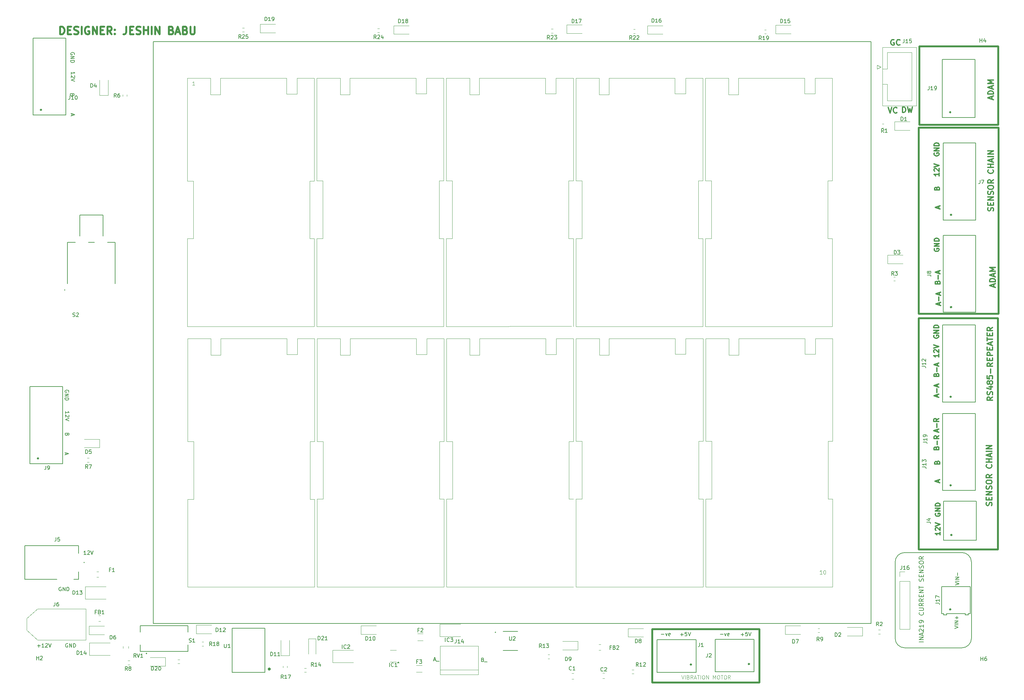
<source format=gbr>
%TF.GenerationSoftware,KiCad,Pcbnew,8.0.5*%
%TF.CreationDate,2025-05-12T12:18:58+05:30*%
%TF.ProjectId,automation,6175746f-6d61-4746-996f-6e2e6b696361,rev?*%
%TF.SameCoordinates,Original*%
%TF.FileFunction,Legend,Top*%
%TF.FilePolarity,Positive*%
%FSLAX46Y46*%
G04 Gerber Fmt 4.6, Leading zero omitted, Abs format (unit mm)*
G04 Created by KiCad (PCBNEW 8.0.5) date 2025-05-12 12:18:58*
%MOMM*%
%LPD*%
G01*
G04 APERTURE LIST*
%ADD10C,0.100000*%
%ADD11C,0.500000*%
%ADD12C,0.200000*%
%ADD13C,0.150000*%
%ADD14C,0.300000*%
%ADD15C,0.120000*%
%ADD16C,0.400000*%
%ADD17C,0.127000*%
G04 APERTURE END LIST*
D10*
X403130000Y-180960000D02*
X404730000Y-180960000D01*
X464010000Y-138150000D02*
X464010000Y-142350000D01*
X377530000Y-212000000D02*
X377530000Y-207600000D01*
X446410000Y-138150000D02*
X464010000Y-138150000D01*
D11*
X529080000Y-129740000D02*
X550050000Y-129740000D01*
X550050000Y-150600000D01*
X529080000Y-150600000D01*
X529080000Y-129740000D01*
D10*
X432330000Y-138160000D02*
X436930000Y-138160000D01*
X404800000Y-235000000D02*
X403200000Y-235000000D01*
X436930000Y-138160000D02*
X436930000Y-165560000D01*
X403200000Y-273800000D02*
X403200000Y-250400000D01*
X470210000Y-180950000D02*
X471410000Y-180950000D01*
X368050000Y-250410000D02*
X368050000Y-273810000D01*
X501300000Y-138150000D02*
X505900000Y-138150000D01*
X478370000Y-211990000D02*
X480970000Y-211990000D01*
X472100000Y-204350000D02*
X472100000Y-180950000D01*
X470280000Y-250390000D02*
X471480000Y-250390000D01*
D12*
X325120000Y-128420000D02*
X516220000Y-128420000D01*
X516220000Y-283520000D01*
X325120000Y-283520000D01*
X325120000Y-128420000D01*
D10*
X470210000Y-165550000D02*
X470210000Y-180950000D01*
X439280000Y-234990000D02*
X437680000Y-234990000D01*
D13*
X542943965Y-287503965D02*
X542943965Y-267183965D01*
D10*
X368730000Y-235000000D02*
X368730000Y-207600000D01*
X374860000Y-138160000D02*
X374860000Y-142560000D01*
X397930000Y-211800000D02*
X397930000Y-207600000D01*
X397930000Y-207600000D02*
X402530000Y-207600000D01*
X480970000Y-211990000D02*
X480970000Y-207590000D01*
X366780000Y-165570000D02*
X366780000Y-180970000D01*
X435730000Y-180960000D02*
X436930000Y-180960000D01*
X505970000Y-273790000D02*
X472170000Y-273790000D01*
X505900000Y-165550000D02*
X504700000Y-165550000D01*
X505970000Y-234990000D02*
X504770000Y-234990000D01*
X478370000Y-207590000D02*
X478370000Y-211990000D01*
X446480000Y-211990000D02*
X446480000Y-207590000D01*
X397860000Y-138160000D02*
X402460000Y-138160000D01*
X403200000Y-207600000D02*
X409400000Y-207600000D01*
X367980000Y-204370000D02*
X334180000Y-204370000D01*
X402530000Y-235000000D02*
X401330000Y-235000000D01*
X439210000Y-180950000D02*
X439210000Y-165550000D01*
X437610000Y-165550000D02*
X437610000Y-138150000D01*
X437000000Y-273800000D02*
X403200000Y-273800000D01*
X403200000Y-235000000D02*
X403200000Y-207600000D01*
X505900000Y-180950000D02*
X505900000Y-204350000D01*
X395130000Y-211800000D02*
X397930000Y-211800000D01*
X377460000Y-138160000D02*
X395060000Y-138160000D01*
X374930000Y-212000000D02*
X377530000Y-212000000D01*
X504700000Y-180950000D02*
X505900000Y-180950000D01*
X504770000Y-250390000D02*
X505970000Y-250390000D01*
X412000000Y-207600000D02*
X429600000Y-207600000D01*
X473700000Y-165550000D02*
X472100000Y-165550000D01*
X402460000Y-165560000D02*
X401260000Y-165560000D01*
D13*
X542943965Y-287503965D02*
G75*
G02*
X540403965Y-290043965I-2540065J65D01*
G01*
D10*
X436930000Y-180960000D02*
X436930000Y-204360000D01*
X498500000Y-142350000D02*
X501300000Y-142350000D01*
X395060000Y-142360000D02*
X397860000Y-142360000D01*
X370330000Y-250400000D02*
X370330000Y-235000000D01*
X466880000Y-211790000D02*
X466880000Y-207590000D01*
X443810000Y-138150000D02*
X443810000Y-142550000D01*
X480970000Y-207590000D02*
X498570000Y-207590000D01*
X343050000Y-212010000D02*
X343050000Y-207610000D01*
X505970000Y-207590000D02*
X505970000Y-234990000D01*
X429530000Y-142360000D02*
X432330000Y-142360000D01*
X342980000Y-138170000D02*
X360580000Y-138170000D01*
X478300000Y-138150000D02*
X478300000Y-142550000D01*
X404800000Y-250400000D02*
X404800000Y-235000000D01*
D11*
X457970000Y-285060000D02*
X486470000Y-285060000D01*
X486470000Y-299260000D01*
X457970000Y-299260000D01*
X457970000Y-285060000D01*
D10*
X464080000Y-211790000D02*
X466880000Y-211790000D01*
X366850000Y-250410000D02*
X368050000Y-250410000D01*
X437610000Y-138150000D02*
X443810000Y-138150000D01*
X370260000Y-165560000D02*
X368660000Y-165560000D01*
X505900000Y-138150000D02*
X505900000Y-165550000D01*
X432400000Y-211800000D02*
X432400000Y-207600000D01*
D13*
X522623965Y-267183965D02*
X522623965Y-287503965D01*
D10*
X501370000Y-207590000D02*
X505970000Y-207590000D01*
X395060000Y-138160000D02*
X395060000Y-142360000D01*
X437610000Y-204350000D02*
X437610000Y-180950000D01*
X366780000Y-180970000D02*
X367980000Y-180970000D01*
X340380000Y-138170000D02*
X340380000Y-142570000D01*
X404730000Y-165560000D02*
X403130000Y-165560000D01*
X367980000Y-138170000D02*
X367980000Y-165570000D01*
X472100000Y-165550000D02*
X472100000Y-138150000D01*
X466880000Y-207590000D02*
X471480000Y-207590000D01*
X402460000Y-204360000D02*
X368660000Y-204360000D01*
X437610000Y-180950000D02*
X439210000Y-180950000D01*
X366850000Y-235010000D02*
X366850000Y-250410000D01*
X368730000Y-250400000D02*
X370330000Y-250400000D01*
X363450000Y-207610000D02*
X368050000Y-207610000D01*
X429600000Y-207600000D02*
X429600000Y-211800000D01*
X335780000Y-165570000D02*
X334180000Y-165570000D01*
X471480000Y-273790000D02*
X437680000Y-273790000D01*
X443880000Y-211990000D02*
X446480000Y-211990000D01*
X471410000Y-204350000D02*
X437610000Y-204350000D01*
X374860000Y-142560000D02*
X377460000Y-142560000D01*
X360580000Y-138170000D02*
X360580000Y-142370000D01*
X360580000Y-142370000D02*
X363380000Y-142370000D01*
X505900000Y-204350000D02*
X472100000Y-204350000D01*
X401260000Y-165560000D02*
X401260000Y-180960000D01*
X402530000Y-273800000D02*
X368730000Y-273800000D01*
X472170000Y-234990000D02*
X472170000Y-207590000D01*
X472170000Y-250390000D02*
X473770000Y-250390000D01*
X498500000Y-138150000D02*
X498500000Y-142350000D01*
X439210000Y-165550000D02*
X437610000Y-165550000D01*
X368050000Y-273810000D02*
X334250000Y-273810000D01*
X370260000Y-180960000D02*
X370260000Y-165560000D01*
X363450000Y-211810000D02*
X363450000Y-207610000D01*
X368730000Y-273800000D02*
X368730000Y-250400000D01*
X466810000Y-138150000D02*
X471410000Y-138150000D01*
D11*
X528900000Y-151345000D02*
X550170000Y-151345000D01*
X550170000Y-201015000D01*
X528900000Y-201015000D01*
X528900000Y-151345000D01*
D10*
X436490000Y-204310000D02*
X403130000Y-204360000D01*
X402530000Y-250400000D02*
X402530000Y-273800000D01*
X334250000Y-273810000D02*
X334250000Y-250410000D01*
X397860000Y-142360000D02*
X397860000Y-138160000D01*
X472100000Y-180950000D02*
X473700000Y-180950000D01*
X505970000Y-250390000D02*
X505970000Y-273790000D01*
X374930000Y-207600000D02*
X374930000Y-212000000D01*
X363380000Y-142370000D02*
X363380000Y-138170000D01*
X368660000Y-180960000D02*
X370260000Y-180960000D01*
X334250000Y-250410000D02*
X335850000Y-250410000D01*
X340450000Y-207610000D02*
X340450000Y-212010000D01*
X443810000Y-142550000D02*
X446410000Y-142550000D01*
X466810000Y-142350000D02*
X466810000Y-138150000D01*
X480900000Y-142550000D02*
X480900000Y-138150000D01*
X363380000Y-138170000D02*
X367980000Y-138170000D01*
D13*
X525163965Y-290043965D02*
X540403965Y-290043965D01*
D10*
X368730000Y-207600000D02*
X374930000Y-207600000D01*
X504700000Y-165550000D02*
X504700000Y-180950000D01*
X409330000Y-142560000D02*
X411930000Y-142560000D01*
X437680000Y-234990000D02*
X437680000Y-207590000D01*
X403200000Y-250400000D02*
X404800000Y-250400000D01*
X409400000Y-207600000D02*
X409400000Y-212000000D01*
X368660000Y-165560000D02*
X368660000Y-138160000D01*
X360650000Y-207610000D02*
X360650000Y-211810000D01*
X437000000Y-207600000D02*
X437000000Y-235000000D01*
X435730000Y-165560000D02*
X435730000Y-180960000D01*
D13*
X522623965Y-267183965D02*
G75*
G02*
X525163965Y-264643965I2539935J65D01*
G01*
X525163965Y-290043965D02*
G75*
G02*
X522623935Y-287503965I-65J2539965D01*
G01*
D10*
X335780000Y-180970000D02*
X335780000Y-165570000D01*
X504770000Y-234990000D02*
X504770000Y-250390000D01*
X432400000Y-207600000D02*
X437000000Y-207600000D01*
X370330000Y-235000000D02*
X368730000Y-235000000D01*
X429600000Y-211800000D02*
X432400000Y-211800000D01*
X404730000Y-180960000D02*
X404730000Y-165560000D01*
X471480000Y-250390000D02*
X471480000Y-273790000D01*
X473700000Y-180950000D02*
X473700000Y-165550000D01*
X411930000Y-142560000D02*
X411930000Y-138160000D01*
X368660000Y-138160000D02*
X374860000Y-138160000D01*
X402530000Y-207600000D02*
X402530000Y-235000000D01*
X464080000Y-207590000D02*
X464080000Y-211790000D01*
X334180000Y-138170000D02*
X340380000Y-138170000D01*
X340380000Y-142570000D02*
X342980000Y-142570000D01*
X340450000Y-212010000D02*
X343050000Y-212010000D01*
X464010000Y-142350000D02*
X466810000Y-142350000D01*
X473770000Y-250390000D02*
X473770000Y-234990000D01*
X403130000Y-165560000D02*
X403130000Y-138160000D01*
X368050000Y-207610000D02*
X368050000Y-235010000D01*
X501370000Y-211790000D02*
X501370000Y-207590000D01*
X360650000Y-211810000D02*
X363450000Y-211810000D01*
X401330000Y-235000000D02*
X401330000Y-250400000D01*
X401260000Y-180960000D02*
X402460000Y-180960000D01*
X437680000Y-273790000D02*
X437680000Y-250390000D01*
X403130000Y-138160000D02*
X409330000Y-138160000D01*
X334180000Y-180970000D02*
X335780000Y-180970000D01*
X437680000Y-207590000D02*
X443880000Y-207590000D01*
X411930000Y-138160000D02*
X429530000Y-138160000D01*
X472170000Y-207590000D02*
X478370000Y-207590000D01*
X401330000Y-250400000D02*
X402530000Y-250400000D01*
X437680000Y-250390000D02*
X439280000Y-250390000D01*
X471410000Y-180950000D02*
X471410000Y-204350000D01*
X472170000Y-273790000D02*
X472170000Y-250390000D01*
X335850000Y-235010000D02*
X334250000Y-235010000D01*
X412000000Y-212000000D02*
X412000000Y-207600000D01*
X334250000Y-235010000D02*
X334250000Y-207610000D01*
X429530000Y-138160000D02*
X429530000Y-142360000D01*
D13*
X540403965Y-264643965D02*
X525163965Y-264643965D01*
D11*
X528940000Y-202200000D02*
X550020000Y-202200000D01*
X550020000Y-263790000D01*
X528940000Y-263790000D01*
X528940000Y-202200000D01*
D10*
X403130000Y-204360000D02*
X403130000Y-180960000D01*
X377530000Y-207600000D02*
X395130000Y-207600000D01*
X498570000Y-207590000D02*
X498570000Y-211790000D01*
X402460000Y-180960000D02*
X402460000Y-204360000D01*
X478300000Y-142550000D02*
X480900000Y-142550000D01*
X334180000Y-204370000D02*
X334180000Y-180970000D01*
X402460000Y-138160000D02*
X402460000Y-165560000D01*
X435800000Y-250400000D02*
X437000000Y-250400000D01*
X473770000Y-234990000D02*
X472170000Y-234990000D01*
X498570000Y-211790000D02*
X501370000Y-211790000D01*
X335850000Y-250410000D02*
X335850000Y-235010000D01*
X480900000Y-138150000D02*
X498500000Y-138150000D01*
X501300000Y-142350000D02*
X501300000Y-138150000D01*
X342980000Y-142570000D02*
X342980000Y-138170000D01*
X471410000Y-138150000D02*
X471410000Y-165550000D01*
X436930000Y-165560000D02*
X435730000Y-165560000D01*
X343050000Y-207610000D02*
X360650000Y-207610000D01*
X470280000Y-234990000D02*
X470280000Y-250390000D01*
X334250000Y-207610000D02*
X340450000Y-207610000D01*
X446410000Y-142550000D02*
X446410000Y-138150000D01*
X409330000Y-138160000D02*
X409330000Y-142560000D01*
X377460000Y-142560000D02*
X377460000Y-138160000D01*
X395130000Y-207600000D02*
X395130000Y-211800000D01*
X334180000Y-165570000D02*
X334180000Y-138170000D01*
X446480000Y-207590000D02*
X464080000Y-207590000D01*
X471480000Y-234990000D02*
X470280000Y-234990000D01*
X367980000Y-180970000D02*
X367980000Y-204370000D01*
X367980000Y-165570000D02*
X366780000Y-165570000D01*
X443880000Y-207590000D02*
X443880000Y-211990000D01*
X472100000Y-138150000D02*
X478300000Y-138150000D01*
X435800000Y-235000000D02*
X435800000Y-250400000D01*
X439280000Y-250390000D02*
X439280000Y-234990000D01*
X437000000Y-235000000D02*
X435800000Y-235000000D01*
X471410000Y-165550000D02*
X470210000Y-165550000D01*
X471480000Y-207590000D02*
X471480000Y-234990000D01*
X432330000Y-142360000D02*
X432330000Y-138160000D01*
X409400000Y-212000000D02*
X412000000Y-212000000D01*
X368050000Y-235010000D02*
X366850000Y-235010000D01*
D13*
X540403965Y-264643965D02*
G75*
G02*
X542943935Y-267183965I35J-2539935D01*
G01*
D10*
X368660000Y-204360000D02*
X368660000Y-180960000D01*
D12*
X460359673Y-286436266D02*
X461121578Y-286436266D01*
X461502530Y-286150552D02*
X461740625Y-286817219D01*
X461740625Y-286817219D02*
X461978720Y-286150552D01*
X462740625Y-286769600D02*
X462645387Y-286817219D01*
X462645387Y-286817219D02*
X462454911Y-286817219D01*
X462454911Y-286817219D02*
X462359673Y-286769600D01*
X462359673Y-286769600D02*
X462312054Y-286674361D01*
X462312054Y-286674361D02*
X462312054Y-286293409D01*
X462312054Y-286293409D02*
X462359673Y-286198171D01*
X462359673Y-286198171D02*
X462454911Y-286150552D01*
X462454911Y-286150552D02*
X462645387Y-286150552D01*
X462645387Y-286150552D02*
X462740625Y-286198171D01*
X462740625Y-286198171D02*
X462788244Y-286293409D01*
X462788244Y-286293409D02*
X462788244Y-286388647D01*
X462788244Y-286388647D02*
X462312054Y-286483885D01*
X465459673Y-286506266D02*
X466221578Y-286506266D01*
X465840625Y-286887219D02*
X465840625Y-286125314D01*
X467173958Y-285887219D02*
X466697768Y-285887219D01*
X466697768Y-285887219D02*
X466650149Y-286363409D01*
X466650149Y-286363409D02*
X466697768Y-286315790D01*
X466697768Y-286315790D02*
X466793006Y-286268171D01*
X466793006Y-286268171D02*
X467031101Y-286268171D01*
X467031101Y-286268171D02*
X467126339Y-286315790D01*
X467126339Y-286315790D02*
X467173958Y-286363409D01*
X467173958Y-286363409D02*
X467221577Y-286458647D01*
X467221577Y-286458647D02*
X467221577Y-286696742D01*
X467221577Y-286696742D02*
X467173958Y-286791980D01*
X467173958Y-286791980D02*
X467126339Y-286839600D01*
X467126339Y-286839600D02*
X467031101Y-286887219D01*
X467031101Y-286887219D02*
X466793006Y-286887219D01*
X466793006Y-286887219D02*
X466697768Y-286839600D01*
X466697768Y-286839600D02*
X466650149Y-286791980D01*
X467507292Y-285887219D02*
X467840625Y-286887219D01*
X467840625Y-286887219D02*
X468173958Y-285887219D01*
X301868495Y-238052054D02*
X301868495Y-238528244D01*
X301582780Y-237956816D02*
X302582780Y-238290149D01*
X302582780Y-238290149D02*
X301582780Y-238623482D01*
D14*
X533904352Y-192609774D02*
X533966257Y-192424060D01*
X533966257Y-192424060D02*
X534028161Y-192362155D01*
X534028161Y-192362155D02*
X534151971Y-192300251D01*
X534151971Y-192300251D02*
X534337685Y-192300251D01*
X534337685Y-192300251D02*
X534461495Y-192362155D01*
X534461495Y-192362155D02*
X534523400Y-192424060D01*
X534523400Y-192424060D02*
X534585304Y-192547870D01*
X534585304Y-192547870D02*
X534585304Y-193043108D01*
X534585304Y-193043108D02*
X533285304Y-193043108D01*
X533285304Y-193043108D02*
X533285304Y-192609774D01*
X533285304Y-192609774D02*
X533347209Y-192485965D01*
X533347209Y-192485965D02*
X533409114Y-192424060D01*
X533409114Y-192424060D02*
X533532923Y-192362155D01*
X533532923Y-192362155D02*
X533656733Y-192362155D01*
X533656733Y-192362155D02*
X533780542Y-192424060D01*
X533780542Y-192424060D02*
X533842447Y-192485965D01*
X533842447Y-192485965D02*
X533904352Y-192609774D01*
X533904352Y-192609774D02*
X533904352Y-193043108D01*
X534090066Y-191743108D02*
X534090066Y-190752632D01*
X534213876Y-190195488D02*
X534213876Y-189576441D01*
X534585304Y-190319298D02*
X533285304Y-189885965D01*
X533285304Y-189885965D02*
X534585304Y-189452631D01*
D12*
X304085161Y-131913482D02*
X304132780Y-131818244D01*
X304132780Y-131818244D02*
X304132780Y-131675387D01*
X304132780Y-131675387D02*
X304085161Y-131532530D01*
X304085161Y-131532530D02*
X303989923Y-131437292D01*
X303989923Y-131437292D02*
X303894685Y-131389673D01*
X303894685Y-131389673D02*
X303704209Y-131342054D01*
X303704209Y-131342054D02*
X303561352Y-131342054D01*
X303561352Y-131342054D02*
X303370876Y-131389673D01*
X303370876Y-131389673D02*
X303275638Y-131437292D01*
X303275638Y-131437292D02*
X303180400Y-131532530D01*
X303180400Y-131532530D02*
X303132780Y-131675387D01*
X303132780Y-131675387D02*
X303132780Y-131770625D01*
X303132780Y-131770625D02*
X303180400Y-131913482D01*
X303180400Y-131913482D02*
X303228019Y-131961101D01*
X303228019Y-131961101D02*
X303561352Y-131961101D01*
X303561352Y-131961101D02*
X303561352Y-131770625D01*
X303132780Y-132389673D02*
X304132780Y-132389673D01*
X304132780Y-132389673D02*
X303132780Y-132961101D01*
X303132780Y-132961101D02*
X304132780Y-132961101D01*
X303132780Y-133437292D02*
X304132780Y-133437292D01*
X304132780Y-133437292D02*
X304132780Y-133675387D01*
X304132780Y-133675387D02*
X304085161Y-133818244D01*
X304085161Y-133818244D02*
X303989923Y-133913482D01*
X303989923Y-133913482D02*
X303894685Y-133961101D01*
X303894685Y-133961101D02*
X303704209Y-134008720D01*
X303704209Y-134008720D02*
X303561352Y-134008720D01*
X303561352Y-134008720D02*
X303370876Y-133961101D01*
X303370876Y-133961101D02*
X303275638Y-133913482D01*
X303275638Y-133913482D02*
X303180400Y-133818244D01*
X303180400Y-133818244D02*
X303132780Y-133675387D01*
X303132780Y-133675387D02*
X303132780Y-133437292D01*
D10*
X465731027Y-297372419D02*
X466064360Y-298372419D01*
X466064360Y-298372419D02*
X466397693Y-297372419D01*
X466731027Y-298372419D02*
X466731027Y-297372419D01*
X467540550Y-297848609D02*
X467683407Y-297896228D01*
X467683407Y-297896228D02*
X467731026Y-297943847D01*
X467731026Y-297943847D02*
X467778645Y-298039085D01*
X467778645Y-298039085D02*
X467778645Y-298181942D01*
X467778645Y-298181942D02*
X467731026Y-298277180D01*
X467731026Y-298277180D02*
X467683407Y-298324800D01*
X467683407Y-298324800D02*
X467588169Y-298372419D01*
X467588169Y-298372419D02*
X467207217Y-298372419D01*
X467207217Y-298372419D02*
X467207217Y-297372419D01*
X467207217Y-297372419D02*
X467540550Y-297372419D01*
X467540550Y-297372419D02*
X467635788Y-297420038D01*
X467635788Y-297420038D02*
X467683407Y-297467657D01*
X467683407Y-297467657D02*
X467731026Y-297562895D01*
X467731026Y-297562895D02*
X467731026Y-297658133D01*
X467731026Y-297658133D02*
X467683407Y-297753371D01*
X467683407Y-297753371D02*
X467635788Y-297800990D01*
X467635788Y-297800990D02*
X467540550Y-297848609D01*
X467540550Y-297848609D02*
X467207217Y-297848609D01*
X468778645Y-298372419D02*
X468445312Y-297896228D01*
X468207217Y-298372419D02*
X468207217Y-297372419D01*
X468207217Y-297372419D02*
X468588169Y-297372419D01*
X468588169Y-297372419D02*
X468683407Y-297420038D01*
X468683407Y-297420038D02*
X468731026Y-297467657D01*
X468731026Y-297467657D02*
X468778645Y-297562895D01*
X468778645Y-297562895D02*
X468778645Y-297705752D01*
X468778645Y-297705752D02*
X468731026Y-297800990D01*
X468731026Y-297800990D02*
X468683407Y-297848609D01*
X468683407Y-297848609D02*
X468588169Y-297896228D01*
X468588169Y-297896228D02*
X468207217Y-297896228D01*
X469159598Y-298086704D02*
X469635788Y-298086704D01*
X469064360Y-298372419D02*
X469397693Y-297372419D01*
X469397693Y-297372419D02*
X469731026Y-298372419D01*
X469921503Y-297372419D02*
X470492931Y-297372419D01*
X470207217Y-298372419D02*
X470207217Y-297372419D01*
X470826265Y-298372419D02*
X470826265Y-297372419D01*
X471492931Y-297372419D02*
X471683407Y-297372419D01*
X471683407Y-297372419D02*
X471778645Y-297420038D01*
X471778645Y-297420038D02*
X471873883Y-297515276D01*
X471873883Y-297515276D02*
X471921502Y-297705752D01*
X471921502Y-297705752D02*
X471921502Y-298039085D01*
X471921502Y-298039085D02*
X471873883Y-298229561D01*
X471873883Y-298229561D02*
X471778645Y-298324800D01*
X471778645Y-298324800D02*
X471683407Y-298372419D01*
X471683407Y-298372419D02*
X471492931Y-298372419D01*
X471492931Y-298372419D02*
X471397693Y-298324800D01*
X471397693Y-298324800D02*
X471302455Y-298229561D01*
X471302455Y-298229561D02*
X471254836Y-298039085D01*
X471254836Y-298039085D02*
X471254836Y-297705752D01*
X471254836Y-297705752D02*
X471302455Y-297515276D01*
X471302455Y-297515276D02*
X471397693Y-297420038D01*
X471397693Y-297420038D02*
X471492931Y-297372419D01*
X472350074Y-298372419D02*
X472350074Y-297372419D01*
X472350074Y-297372419D02*
X472921502Y-298372419D01*
X472921502Y-298372419D02*
X472921502Y-297372419D01*
X474159598Y-298372419D02*
X474159598Y-297372419D01*
X474159598Y-297372419D02*
X474492931Y-298086704D01*
X474492931Y-298086704D02*
X474826264Y-297372419D01*
X474826264Y-297372419D02*
X474826264Y-298372419D01*
X475492931Y-297372419D02*
X475683407Y-297372419D01*
X475683407Y-297372419D02*
X475778645Y-297420038D01*
X475778645Y-297420038D02*
X475873883Y-297515276D01*
X475873883Y-297515276D02*
X475921502Y-297705752D01*
X475921502Y-297705752D02*
X475921502Y-298039085D01*
X475921502Y-298039085D02*
X475873883Y-298229561D01*
X475873883Y-298229561D02*
X475778645Y-298324800D01*
X475778645Y-298324800D02*
X475683407Y-298372419D01*
X475683407Y-298372419D02*
X475492931Y-298372419D01*
X475492931Y-298372419D02*
X475397693Y-298324800D01*
X475397693Y-298324800D02*
X475302455Y-298229561D01*
X475302455Y-298229561D02*
X475254836Y-298039085D01*
X475254836Y-298039085D02*
X475254836Y-297705752D01*
X475254836Y-297705752D02*
X475302455Y-297515276D01*
X475302455Y-297515276D02*
X475397693Y-297420038D01*
X475397693Y-297420038D02*
X475492931Y-297372419D01*
X476207217Y-297372419D02*
X476778645Y-297372419D01*
X476492931Y-298372419D02*
X476492931Y-297372419D01*
X477302455Y-297372419D02*
X477492931Y-297372419D01*
X477492931Y-297372419D02*
X477588169Y-297420038D01*
X477588169Y-297420038D02*
X477683407Y-297515276D01*
X477683407Y-297515276D02*
X477731026Y-297705752D01*
X477731026Y-297705752D02*
X477731026Y-298039085D01*
X477731026Y-298039085D02*
X477683407Y-298229561D01*
X477683407Y-298229561D02*
X477588169Y-298324800D01*
X477588169Y-298324800D02*
X477492931Y-298372419D01*
X477492931Y-298372419D02*
X477302455Y-298372419D01*
X477302455Y-298372419D02*
X477207217Y-298324800D01*
X477207217Y-298324800D02*
X477111979Y-298229561D01*
X477111979Y-298229561D02*
X477064360Y-298039085D01*
X477064360Y-298039085D02*
X477064360Y-297705752D01*
X477064360Y-297705752D02*
X477111979Y-297515276D01*
X477111979Y-297515276D02*
X477207217Y-297420038D01*
X477207217Y-297420038D02*
X477302455Y-297372419D01*
X478731026Y-298372419D02*
X478397693Y-297896228D01*
X478159598Y-298372419D02*
X478159598Y-297372419D01*
X478159598Y-297372419D02*
X478540550Y-297372419D01*
X478540550Y-297372419D02*
X478635788Y-297420038D01*
X478635788Y-297420038D02*
X478683407Y-297467657D01*
X478683407Y-297467657D02*
X478731026Y-297562895D01*
X478731026Y-297562895D02*
X478731026Y-297705752D01*
X478731026Y-297705752D02*
X478683407Y-297800990D01*
X478683407Y-297800990D02*
X478635788Y-297848609D01*
X478635788Y-297848609D02*
X478540550Y-297896228D01*
X478540550Y-297896228D02*
X478159598Y-297896228D01*
D14*
X548852257Y-193796917D02*
X548852257Y-193082632D01*
X549280828Y-193939774D02*
X547780828Y-193439774D01*
X547780828Y-193439774D02*
X549280828Y-192939774D01*
X549280828Y-192439775D02*
X547780828Y-192439775D01*
X547780828Y-192439775D02*
X547780828Y-192082632D01*
X547780828Y-192082632D02*
X547852257Y-191868346D01*
X547852257Y-191868346D02*
X547995114Y-191725489D01*
X547995114Y-191725489D02*
X548137971Y-191654060D01*
X548137971Y-191654060D02*
X548423685Y-191582632D01*
X548423685Y-191582632D02*
X548637971Y-191582632D01*
X548637971Y-191582632D02*
X548923685Y-191654060D01*
X548923685Y-191654060D02*
X549066542Y-191725489D01*
X549066542Y-191725489D02*
X549209400Y-191868346D01*
X549209400Y-191868346D02*
X549280828Y-192082632D01*
X549280828Y-192082632D02*
X549280828Y-192439775D01*
X548852257Y-191011203D02*
X548852257Y-190296918D01*
X549280828Y-191154060D02*
X547780828Y-190654060D01*
X547780828Y-190654060D02*
X549280828Y-190154060D01*
X549280828Y-189654061D02*
X547780828Y-189654061D01*
X547780828Y-189654061D02*
X548852257Y-189154061D01*
X548852257Y-189154061D02*
X547780828Y-188654061D01*
X547780828Y-188654061D02*
X549280828Y-188654061D01*
D12*
X302333482Y-288924838D02*
X302238244Y-288877219D01*
X302238244Y-288877219D02*
X302095387Y-288877219D01*
X302095387Y-288877219D02*
X301952530Y-288924838D01*
X301952530Y-288924838D02*
X301857292Y-289020076D01*
X301857292Y-289020076D02*
X301809673Y-289115314D01*
X301809673Y-289115314D02*
X301762054Y-289305790D01*
X301762054Y-289305790D02*
X301762054Y-289448647D01*
X301762054Y-289448647D02*
X301809673Y-289639123D01*
X301809673Y-289639123D02*
X301857292Y-289734361D01*
X301857292Y-289734361D02*
X301952530Y-289829600D01*
X301952530Y-289829600D02*
X302095387Y-289877219D01*
X302095387Y-289877219D02*
X302190625Y-289877219D01*
X302190625Y-289877219D02*
X302333482Y-289829600D01*
X302333482Y-289829600D02*
X302381101Y-289781980D01*
X302381101Y-289781980D02*
X302381101Y-289448647D01*
X302381101Y-289448647D02*
X302190625Y-289448647D01*
X302809673Y-289877219D02*
X302809673Y-288877219D01*
X302809673Y-288877219D02*
X303381101Y-289877219D01*
X303381101Y-289877219D02*
X303381101Y-288877219D01*
X303857292Y-289877219D02*
X303857292Y-288877219D01*
X303857292Y-288877219D02*
X304095387Y-288877219D01*
X304095387Y-288877219D02*
X304238244Y-288924838D01*
X304238244Y-288924838D02*
X304333482Y-289020076D01*
X304333482Y-289020076D02*
X304381101Y-289115314D01*
X304381101Y-289115314D02*
X304428720Y-289305790D01*
X304428720Y-289305790D02*
X304428720Y-289448647D01*
X304428720Y-289448647D02*
X304381101Y-289639123D01*
X304381101Y-289639123D02*
X304333482Y-289734361D01*
X304333482Y-289734361D02*
X304238244Y-289829600D01*
X304238244Y-289829600D02*
X304095387Y-289877219D01*
X304095387Y-289877219D02*
X303857292Y-289877219D01*
X530208707Y-288475393D02*
X529008707Y-288475393D01*
X530208707Y-287903964D02*
X529008707Y-287903964D01*
X529008707Y-287903964D02*
X530208707Y-287218250D01*
X530208707Y-287218250D02*
X529008707Y-287218250D01*
X529865850Y-286703964D02*
X529865850Y-286132536D01*
X530208707Y-286818250D02*
X529008707Y-286418250D01*
X529008707Y-286418250D02*
X530208707Y-286018250D01*
X529122993Y-285675393D02*
X529065850Y-285618250D01*
X529065850Y-285618250D02*
X529008707Y-285503965D01*
X529008707Y-285503965D02*
X529008707Y-285218250D01*
X529008707Y-285218250D02*
X529065850Y-285103965D01*
X529065850Y-285103965D02*
X529122993Y-285046822D01*
X529122993Y-285046822D02*
X529237279Y-284989679D01*
X529237279Y-284989679D02*
X529351565Y-284989679D01*
X529351565Y-284989679D02*
X529522993Y-285046822D01*
X529522993Y-285046822D02*
X530208707Y-285732536D01*
X530208707Y-285732536D02*
X530208707Y-284989679D01*
X530208707Y-283846822D02*
X530208707Y-284532536D01*
X530208707Y-284189679D02*
X529008707Y-284189679D01*
X529008707Y-284189679D02*
X529180136Y-284303965D01*
X529180136Y-284303965D02*
X529294422Y-284418250D01*
X529294422Y-284418250D02*
X529351565Y-284532536D01*
X530208707Y-283275393D02*
X530208707Y-283046822D01*
X530208707Y-283046822D02*
X530151565Y-282932536D01*
X530151565Y-282932536D02*
X530094422Y-282875393D01*
X530094422Y-282875393D02*
X529922993Y-282761108D01*
X529922993Y-282761108D02*
X529694422Y-282703965D01*
X529694422Y-282703965D02*
X529237279Y-282703965D01*
X529237279Y-282703965D02*
X529122993Y-282761108D01*
X529122993Y-282761108D02*
X529065850Y-282818251D01*
X529065850Y-282818251D02*
X529008707Y-282932536D01*
X529008707Y-282932536D02*
X529008707Y-283161108D01*
X529008707Y-283161108D02*
X529065850Y-283275393D01*
X529065850Y-283275393D02*
X529122993Y-283332536D01*
X529122993Y-283332536D02*
X529237279Y-283389679D01*
X529237279Y-283389679D02*
X529522993Y-283389679D01*
X529522993Y-283389679D02*
X529637279Y-283332536D01*
X529637279Y-283332536D02*
X529694422Y-283275393D01*
X529694422Y-283275393D02*
X529751565Y-283161108D01*
X529751565Y-283161108D02*
X529751565Y-282932536D01*
X529751565Y-282932536D02*
X529694422Y-282818251D01*
X529694422Y-282818251D02*
X529637279Y-282761108D01*
X529637279Y-282761108D02*
X529522993Y-282703965D01*
X530094422Y-280589679D02*
X530151565Y-280646822D01*
X530151565Y-280646822D02*
X530208707Y-280818250D01*
X530208707Y-280818250D02*
X530208707Y-280932536D01*
X530208707Y-280932536D02*
X530151565Y-281103965D01*
X530151565Y-281103965D02*
X530037279Y-281218250D01*
X530037279Y-281218250D02*
X529922993Y-281275393D01*
X529922993Y-281275393D02*
X529694422Y-281332536D01*
X529694422Y-281332536D02*
X529522993Y-281332536D01*
X529522993Y-281332536D02*
X529294422Y-281275393D01*
X529294422Y-281275393D02*
X529180136Y-281218250D01*
X529180136Y-281218250D02*
X529065850Y-281103965D01*
X529065850Y-281103965D02*
X529008707Y-280932536D01*
X529008707Y-280932536D02*
X529008707Y-280818250D01*
X529008707Y-280818250D02*
X529065850Y-280646822D01*
X529065850Y-280646822D02*
X529122993Y-280589679D01*
X529008707Y-280075393D02*
X529980136Y-280075393D01*
X529980136Y-280075393D02*
X530094422Y-280018250D01*
X530094422Y-280018250D02*
X530151565Y-279961108D01*
X530151565Y-279961108D02*
X530208707Y-279846822D01*
X530208707Y-279846822D02*
X530208707Y-279618250D01*
X530208707Y-279618250D02*
X530151565Y-279503965D01*
X530151565Y-279503965D02*
X530094422Y-279446822D01*
X530094422Y-279446822D02*
X529980136Y-279389679D01*
X529980136Y-279389679D02*
X529008707Y-279389679D01*
X530208707Y-278132536D02*
X529637279Y-278532536D01*
X530208707Y-278818250D02*
X529008707Y-278818250D01*
X529008707Y-278818250D02*
X529008707Y-278361107D01*
X529008707Y-278361107D02*
X529065850Y-278246822D01*
X529065850Y-278246822D02*
X529122993Y-278189679D01*
X529122993Y-278189679D02*
X529237279Y-278132536D01*
X529237279Y-278132536D02*
X529408707Y-278132536D01*
X529408707Y-278132536D02*
X529522993Y-278189679D01*
X529522993Y-278189679D02*
X529580136Y-278246822D01*
X529580136Y-278246822D02*
X529637279Y-278361107D01*
X529637279Y-278361107D02*
X529637279Y-278818250D01*
X530208707Y-276932536D02*
X529637279Y-277332536D01*
X530208707Y-277618250D02*
X529008707Y-277618250D01*
X529008707Y-277618250D02*
X529008707Y-277161107D01*
X529008707Y-277161107D02*
X529065850Y-277046822D01*
X529065850Y-277046822D02*
X529122993Y-276989679D01*
X529122993Y-276989679D02*
X529237279Y-276932536D01*
X529237279Y-276932536D02*
X529408707Y-276932536D01*
X529408707Y-276932536D02*
X529522993Y-276989679D01*
X529522993Y-276989679D02*
X529580136Y-277046822D01*
X529580136Y-277046822D02*
X529637279Y-277161107D01*
X529637279Y-277161107D02*
X529637279Y-277618250D01*
X529580136Y-276418250D02*
X529580136Y-276018250D01*
X530208707Y-275846822D02*
X530208707Y-276418250D01*
X530208707Y-276418250D02*
X529008707Y-276418250D01*
X529008707Y-276418250D02*
X529008707Y-275846822D01*
X530208707Y-275332536D02*
X529008707Y-275332536D01*
X529008707Y-275332536D02*
X530208707Y-274646822D01*
X530208707Y-274646822D02*
X529008707Y-274646822D01*
X529008707Y-274246822D02*
X529008707Y-273561108D01*
X530208707Y-273903965D02*
X529008707Y-273903965D01*
X530151565Y-272303964D02*
X530208707Y-272132536D01*
X530208707Y-272132536D02*
X530208707Y-271846821D01*
X530208707Y-271846821D02*
X530151565Y-271732536D01*
X530151565Y-271732536D02*
X530094422Y-271675393D01*
X530094422Y-271675393D02*
X529980136Y-271618250D01*
X529980136Y-271618250D02*
X529865850Y-271618250D01*
X529865850Y-271618250D02*
X529751565Y-271675393D01*
X529751565Y-271675393D02*
X529694422Y-271732536D01*
X529694422Y-271732536D02*
X529637279Y-271846821D01*
X529637279Y-271846821D02*
X529580136Y-272075393D01*
X529580136Y-272075393D02*
X529522993Y-272189678D01*
X529522993Y-272189678D02*
X529465850Y-272246821D01*
X529465850Y-272246821D02*
X529351565Y-272303964D01*
X529351565Y-272303964D02*
X529237279Y-272303964D01*
X529237279Y-272303964D02*
X529122993Y-272246821D01*
X529122993Y-272246821D02*
X529065850Y-272189678D01*
X529065850Y-272189678D02*
X529008707Y-272075393D01*
X529008707Y-272075393D02*
X529008707Y-271789678D01*
X529008707Y-271789678D02*
X529065850Y-271618250D01*
X529580136Y-271103964D02*
X529580136Y-270703964D01*
X530208707Y-270532536D02*
X530208707Y-271103964D01*
X530208707Y-271103964D02*
X529008707Y-271103964D01*
X529008707Y-271103964D02*
X529008707Y-270532536D01*
X530208707Y-270018250D02*
X529008707Y-270018250D01*
X529008707Y-270018250D02*
X530208707Y-269332536D01*
X530208707Y-269332536D02*
X529008707Y-269332536D01*
X530151565Y-268818250D02*
X530208707Y-268646822D01*
X530208707Y-268646822D02*
X530208707Y-268361107D01*
X530208707Y-268361107D02*
X530151565Y-268246822D01*
X530151565Y-268246822D02*
X530094422Y-268189679D01*
X530094422Y-268189679D02*
X529980136Y-268132536D01*
X529980136Y-268132536D02*
X529865850Y-268132536D01*
X529865850Y-268132536D02*
X529751565Y-268189679D01*
X529751565Y-268189679D02*
X529694422Y-268246822D01*
X529694422Y-268246822D02*
X529637279Y-268361107D01*
X529637279Y-268361107D02*
X529580136Y-268589679D01*
X529580136Y-268589679D02*
X529522993Y-268703964D01*
X529522993Y-268703964D02*
X529465850Y-268761107D01*
X529465850Y-268761107D02*
X529351565Y-268818250D01*
X529351565Y-268818250D02*
X529237279Y-268818250D01*
X529237279Y-268818250D02*
X529122993Y-268761107D01*
X529122993Y-268761107D02*
X529065850Y-268703964D01*
X529065850Y-268703964D02*
X529008707Y-268589679D01*
X529008707Y-268589679D02*
X529008707Y-268303964D01*
X529008707Y-268303964D02*
X529065850Y-268132536D01*
X529008707Y-267389679D02*
X529008707Y-267161107D01*
X529008707Y-267161107D02*
X529065850Y-267046822D01*
X529065850Y-267046822D02*
X529180136Y-266932536D01*
X529180136Y-266932536D02*
X529408707Y-266875393D01*
X529408707Y-266875393D02*
X529808707Y-266875393D01*
X529808707Y-266875393D02*
X530037279Y-266932536D01*
X530037279Y-266932536D02*
X530151565Y-267046822D01*
X530151565Y-267046822D02*
X530208707Y-267161107D01*
X530208707Y-267161107D02*
X530208707Y-267389679D01*
X530208707Y-267389679D02*
X530151565Y-267503965D01*
X530151565Y-267503965D02*
X530037279Y-267618250D01*
X530037279Y-267618250D02*
X529808707Y-267675393D01*
X529808707Y-267675393D02*
X529408707Y-267675393D01*
X529408707Y-267675393D02*
X529180136Y-267618250D01*
X529180136Y-267618250D02*
X529065850Y-267503965D01*
X529065850Y-267503965D02*
X529008707Y-267389679D01*
X530208707Y-265675393D02*
X529637279Y-266075393D01*
X530208707Y-266361107D02*
X529008707Y-266361107D01*
X529008707Y-266361107D02*
X529008707Y-265903964D01*
X529008707Y-265903964D02*
X529065850Y-265789679D01*
X529065850Y-265789679D02*
X529122993Y-265732536D01*
X529122993Y-265732536D02*
X529237279Y-265675393D01*
X529237279Y-265675393D02*
X529408707Y-265675393D01*
X529408707Y-265675393D02*
X529522993Y-265732536D01*
X529522993Y-265732536D02*
X529580136Y-265789679D01*
X529580136Y-265789679D02*
X529637279Y-265903964D01*
X529637279Y-265903964D02*
X529637279Y-266361107D01*
D13*
X530084819Y-235179523D02*
X530799104Y-235179523D01*
X530799104Y-235179523D02*
X530941961Y-235227142D01*
X530941961Y-235227142D02*
X531037200Y-235322380D01*
X531037200Y-235322380D02*
X531084819Y-235465237D01*
X531084819Y-235465237D02*
X531084819Y-235560475D01*
X531084819Y-234179523D02*
X531084819Y-234750951D01*
X531084819Y-234465237D02*
X530084819Y-234465237D01*
X530084819Y-234465237D02*
X530227676Y-234560475D01*
X530227676Y-234560475D02*
X530322914Y-234655713D01*
X530322914Y-234655713D02*
X530370533Y-234750951D01*
X531084819Y-233703332D02*
X531084819Y-233512856D01*
X531084819Y-233512856D02*
X531037200Y-233417618D01*
X531037200Y-233417618D02*
X530989580Y-233369999D01*
X530989580Y-233369999D02*
X530846723Y-233274761D01*
X530846723Y-233274761D02*
X530656247Y-233227142D01*
X530656247Y-233227142D02*
X530275295Y-233227142D01*
X530275295Y-233227142D02*
X530180057Y-233274761D01*
X530180057Y-233274761D02*
X530132438Y-233322380D01*
X530132438Y-233322380D02*
X530084819Y-233417618D01*
X530084819Y-233417618D02*
X530084819Y-233608094D01*
X530084819Y-233608094D02*
X530132438Y-233703332D01*
X530132438Y-233703332D02*
X530180057Y-233750951D01*
X530180057Y-233750951D02*
X530275295Y-233798570D01*
X530275295Y-233798570D02*
X530513390Y-233798570D01*
X530513390Y-233798570D02*
X530608628Y-233750951D01*
X530608628Y-233750951D02*
X530656247Y-233703332D01*
X530656247Y-233703332D02*
X530703866Y-233608094D01*
X530703866Y-233608094D02*
X530703866Y-233417618D01*
X530703866Y-233417618D02*
X530656247Y-233322380D01*
X530656247Y-233322380D02*
X530608628Y-233274761D01*
X530608628Y-233274761D02*
X530513390Y-233227142D01*
D14*
X548739400Y-173556917D02*
X548810828Y-173342632D01*
X548810828Y-173342632D02*
X548810828Y-172985489D01*
X548810828Y-172985489D02*
X548739400Y-172842632D01*
X548739400Y-172842632D02*
X548667971Y-172771203D01*
X548667971Y-172771203D02*
X548525114Y-172699774D01*
X548525114Y-172699774D02*
X548382257Y-172699774D01*
X548382257Y-172699774D02*
X548239400Y-172771203D01*
X548239400Y-172771203D02*
X548167971Y-172842632D01*
X548167971Y-172842632D02*
X548096542Y-172985489D01*
X548096542Y-172985489D02*
X548025114Y-173271203D01*
X548025114Y-173271203D02*
X547953685Y-173414060D01*
X547953685Y-173414060D02*
X547882257Y-173485489D01*
X547882257Y-173485489D02*
X547739400Y-173556917D01*
X547739400Y-173556917D02*
X547596542Y-173556917D01*
X547596542Y-173556917D02*
X547453685Y-173485489D01*
X547453685Y-173485489D02*
X547382257Y-173414060D01*
X547382257Y-173414060D02*
X547310828Y-173271203D01*
X547310828Y-173271203D02*
X547310828Y-172914060D01*
X547310828Y-172914060D02*
X547382257Y-172699774D01*
X548025114Y-172056918D02*
X548025114Y-171556918D01*
X548810828Y-171342632D02*
X548810828Y-172056918D01*
X548810828Y-172056918D02*
X547310828Y-172056918D01*
X547310828Y-172056918D02*
X547310828Y-171342632D01*
X548810828Y-170699775D02*
X547310828Y-170699775D01*
X547310828Y-170699775D02*
X548810828Y-169842632D01*
X548810828Y-169842632D02*
X547310828Y-169842632D01*
X548739400Y-169199774D02*
X548810828Y-168985489D01*
X548810828Y-168985489D02*
X548810828Y-168628346D01*
X548810828Y-168628346D02*
X548739400Y-168485489D01*
X548739400Y-168485489D02*
X548667971Y-168414060D01*
X548667971Y-168414060D02*
X548525114Y-168342631D01*
X548525114Y-168342631D02*
X548382257Y-168342631D01*
X548382257Y-168342631D02*
X548239400Y-168414060D01*
X548239400Y-168414060D02*
X548167971Y-168485489D01*
X548167971Y-168485489D02*
X548096542Y-168628346D01*
X548096542Y-168628346D02*
X548025114Y-168914060D01*
X548025114Y-168914060D02*
X547953685Y-169056917D01*
X547953685Y-169056917D02*
X547882257Y-169128346D01*
X547882257Y-169128346D02*
X547739400Y-169199774D01*
X547739400Y-169199774D02*
X547596542Y-169199774D01*
X547596542Y-169199774D02*
X547453685Y-169128346D01*
X547453685Y-169128346D02*
X547382257Y-169056917D01*
X547382257Y-169056917D02*
X547310828Y-168914060D01*
X547310828Y-168914060D02*
X547310828Y-168556917D01*
X547310828Y-168556917D02*
X547382257Y-168342631D01*
X547310828Y-167414060D02*
X547310828Y-167128346D01*
X547310828Y-167128346D02*
X547382257Y-166985489D01*
X547382257Y-166985489D02*
X547525114Y-166842632D01*
X547525114Y-166842632D02*
X547810828Y-166771203D01*
X547810828Y-166771203D02*
X548310828Y-166771203D01*
X548310828Y-166771203D02*
X548596542Y-166842632D01*
X548596542Y-166842632D02*
X548739400Y-166985489D01*
X548739400Y-166985489D02*
X548810828Y-167128346D01*
X548810828Y-167128346D02*
X548810828Y-167414060D01*
X548810828Y-167414060D02*
X548739400Y-167556918D01*
X548739400Y-167556918D02*
X548596542Y-167699775D01*
X548596542Y-167699775D02*
X548310828Y-167771203D01*
X548310828Y-167771203D02*
X547810828Y-167771203D01*
X547810828Y-167771203D02*
X547525114Y-167699775D01*
X547525114Y-167699775D02*
X547382257Y-167556918D01*
X547382257Y-167556918D02*
X547310828Y-167414060D01*
X548810828Y-165271203D02*
X548096542Y-165771203D01*
X548810828Y-166128346D02*
X547310828Y-166128346D01*
X547310828Y-166128346D02*
X547310828Y-165556917D01*
X547310828Y-165556917D02*
X547382257Y-165414060D01*
X547382257Y-165414060D02*
X547453685Y-165342631D01*
X547453685Y-165342631D02*
X547596542Y-165271203D01*
X547596542Y-165271203D02*
X547810828Y-165271203D01*
X547810828Y-165271203D02*
X547953685Y-165342631D01*
X547953685Y-165342631D02*
X548025114Y-165414060D01*
X548025114Y-165414060D02*
X548096542Y-165556917D01*
X548096542Y-165556917D02*
X548096542Y-166128346D01*
X548667971Y-162628346D02*
X548739400Y-162699774D01*
X548739400Y-162699774D02*
X548810828Y-162914060D01*
X548810828Y-162914060D02*
X548810828Y-163056917D01*
X548810828Y-163056917D02*
X548739400Y-163271203D01*
X548739400Y-163271203D02*
X548596542Y-163414060D01*
X548596542Y-163414060D02*
X548453685Y-163485489D01*
X548453685Y-163485489D02*
X548167971Y-163556917D01*
X548167971Y-163556917D02*
X547953685Y-163556917D01*
X547953685Y-163556917D02*
X547667971Y-163485489D01*
X547667971Y-163485489D02*
X547525114Y-163414060D01*
X547525114Y-163414060D02*
X547382257Y-163271203D01*
X547382257Y-163271203D02*
X547310828Y-163056917D01*
X547310828Y-163056917D02*
X547310828Y-162914060D01*
X547310828Y-162914060D02*
X547382257Y-162699774D01*
X547382257Y-162699774D02*
X547453685Y-162628346D01*
X548810828Y-161985489D02*
X547310828Y-161985489D01*
X548025114Y-161985489D02*
X548025114Y-161128346D01*
X548810828Y-161128346D02*
X547310828Y-161128346D01*
X548382257Y-160485488D02*
X548382257Y-159771203D01*
X548810828Y-160628345D02*
X547310828Y-160128345D01*
X547310828Y-160128345D02*
X548810828Y-159628345D01*
X548810828Y-159128346D02*
X547310828Y-159128346D01*
X548810828Y-158414060D02*
X547310828Y-158414060D01*
X547310828Y-158414060D02*
X548810828Y-157556917D01*
X548810828Y-157556917D02*
X547310828Y-157556917D01*
D12*
X476039673Y-286466266D02*
X476801578Y-286466266D01*
X477182530Y-286180552D02*
X477420625Y-286847219D01*
X477420625Y-286847219D02*
X477658720Y-286180552D01*
X478420625Y-286799600D02*
X478325387Y-286847219D01*
X478325387Y-286847219D02*
X478134911Y-286847219D01*
X478134911Y-286847219D02*
X478039673Y-286799600D01*
X478039673Y-286799600D02*
X477992054Y-286704361D01*
X477992054Y-286704361D02*
X477992054Y-286323409D01*
X477992054Y-286323409D02*
X478039673Y-286228171D01*
X478039673Y-286228171D02*
X478134911Y-286180552D01*
X478134911Y-286180552D02*
X478325387Y-286180552D01*
X478325387Y-286180552D02*
X478420625Y-286228171D01*
X478420625Y-286228171D02*
X478468244Y-286323409D01*
X478468244Y-286323409D02*
X478468244Y-286418647D01*
X478468244Y-286418647D02*
X477992054Y-286513885D01*
D14*
X532977209Y-206742155D02*
X532915304Y-206865965D01*
X532915304Y-206865965D02*
X532915304Y-207051679D01*
X532915304Y-207051679D02*
X532977209Y-207237393D01*
X532977209Y-207237393D02*
X533101019Y-207361203D01*
X533101019Y-207361203D02*
X533224828Y-207423108D01*
X533224828Y-207423108D02*
X533472447Y-207485012D01*
X533472447Y-207485012D02*
X533658161Y-207485012D01*
X533658161Y-207485012D02*
X533905780Y-207423108D01*
X533905780Y-207423108D02*
X534029590Y-207361203D01*
X534029590Y-207361203D02*
X534153400Y-207237393D01*
X534153400Y-207237393D02*
X534215304Y-207051679D01*
X534215304Y-207051679D02*
X534215304Y-206927870D01*
X534215304Y-206927870D02*
X534153400Y-206742155D01*
X534153400Y-206742155D02*
X534091495Y-206680251D01*
X534091495Y-206680251D02*
X533658161Y-206680251D01*
X533658161Y-206680251D02*
X533658161Y-206927870D01*
X534215304Y-206123108D02*
X532915304Y-206123108D01*
X532915304Y-206123108D02*
X534215304Y-205380251D01*
X534215304Y-205380251D02*
X532915304Y-205380251D01*
X534215304Y-204761203D02*
X532915304Y-204761203D01*
X532915304Y-204761203D02*
X532915304Y-204451679D01*
X532915304Y-204451679D02*
X532977209Y-204265965D01*
X532977209Y-204265965D02*
X533101019Y-204142155D01*
X533101019Y-204142155D02*
X533224828Y-204080250D01*
X533224828Y-204080250D02*
X533472447Y-204018346D01*
X533472447Y-204018346D02*
X533658161Y-204018346D01*
X533658161Y-204018346D02*
X533905780Y-204080250D01*
X533905780Y-204080250D02*
X534029590Y-204142155D01*
X534029590Y-204142155D02*
X534153400Y-204265965D01*
X534153400Y-204265965D02*
X534215304Y-204451679D01*
X534215304Y-204451679D02*
X534215304Y-204761203D01*
D11*
X300325137Y-126479238D02*
X300325137Y-124479238D01*
X300325137Y-124479238D02*
X300801327Y-124479238D01*
X300801327Y-124479238D02*
X301087042Y-124574476D01*
X301087042Y-124574476D02*
X301277518Y-124764952D01*
X301277518Y-124764952D02*
X301372756Y-124955428D01*
X301372756Y-124955428D02*
X301467994Y-125336380D01*
X301467994Y-125336380D02*
X301467994Y-125622095D01*
X301467994Y-125622095D02*
X301372756Y-126003047D01*
X301372756Y-126003047D02*
X301277518Y-126193523D01*
X301277518Y-126193523D02*
X301087042Y-126384000D01*
X301087042Y-126384000D02*
X300801327Y-126479238D01*
X300801327Y-126479238D02*
X300325137Y-126479238D01*
X302325137Y-125431619D02*
X302991804Y-125431619D01*
X303277518Y-126479238D02*
X302325137Y-126479238D01*
X302325137Y-126479238D02*
X302325137Y-124479238D01*
X302325137Y-124479238D02*
X303277518Y-124479238D01*
X304039423Y-126384000D02*
X304325137Y-126479238D01*
X304325137Y-126479238D02*
X304801328Y-126479238D01*
X304801328Y-126479238D02*
X304991804Y-126384000D01*
X304991804Y-126384000D02*
X305087042Y-126288761D01*
X305087042Y-126288761D02*
X305182280Y-126098285D01*
X305182280Y-126098285D02*
X305182280Y-125907809D01*
X305182280Y-125907809D02*
X305087042Y-125717333D01*
X305087042Y-125717333D02*
X304991804Y-125622095D01*
X304991804Y-125622095D02*
X304801328Y-125526857D01*
X304801328Y-125526857D02*
X304420375Y-125431619D01*
X304420375Y-125431619D02*
X304229899Y-125336380D01*
X304229899Y-125336380D02*
X304134661Y-125241142D01*
X304134661Y-125241142D02*
X304039423Y-125050666D01*
X304039423Y-125050666D02*
X304039423Y-124860190D01*
X304039423Y-124860190D02*
X304134661Y-124669714D01*
X304134661Y-124669714D02*
X304229899Y-124574476D01*
X304229899Y-124574476D02*
X304420375Y-124479238D01*
X304420375Y-124479238D02*
X304896566Y-124479238D01*
X304896566Y-124479238D02*
X305182280Y-124574476D01*
X306039423Y-126479238D02*
X306039423Y-124479238D01*
X308039423Y-124574476D02*
X307848947Y-124479238D01*
X307848947Y-124479238D02*
X307563233Y-124479238D01*
X307563233Y-124479238D02*
X307277518Y-124574476D01*
X307277518Y-124574476D02*
X307087042Y-124764952D01*
X307087042Y-124764952D02*
X306991804Y-124955428D01*
X306991804Y-124955428D02*
X306896566Y-125336380D01*
X306896566Y-125336380D02*
X306896566Y-125622095D01*
X306896566Y-125622095D02*
X306991804Y-126003047D01*
X306991804Y-126003047D02*
X307087042Y-126193523D01*
X307087042Y-126193523D02*
X307277518Y-126384000D01*
X307277518Y-126384000D02*
X307563233Y-126479238D01*
X307563233Y-126479238D02*
X307753709Y-126479238D01*
X307753709Y-126479238D02*
X308039423Y-126384000D01*
X308039423Y-126384000D02*
X308134661Y-126288761D01*
X308134661Y-126288761D02*
X308134661Y-125622095D01*
X308134661Y-125622095D02*
X307753709Y-125622095D01*
X308991804Y-126479238D02*
X308991804Y-124479238D01*
X308991804Y-124479238D02*
X310134661Y-126479238D01*
X310134661Y-126479238D02*
X310134661Y-124479238D01*
X311087042Y-125431619D02*
X311753709Y-125431619D01*
X312039423Y-126479238D02*
X311087042Y-126479238D01*
X311087042Y-126479238D02*
X311087042Y-124479238D01*
X311087042Y-124479238D02*
X312039423Y-124479238D01*
X314039423Y-126479238D02*
X313372756Y-125526857D01*
X312896566Y-126479238D02*
X312896566Y-124479238D01*
X312896566Y-124479238D02*
X313658471Y-124479238D01*
X313658471Y-124479238D02*
X313848947Y-124574476D01*
X313848947Y-124574476D02*
X313944185Y-124669714D01*
X313944185Y-124669714D02*
X314039423Y-124860190D01*
X314039423Y-124860190D02*
X314039423Y-125145904D01*
X314039423Y-125145904D02*
X313944185Y-125336380D01*
X313944185Y-125336380D02*
X313848947Y-125431619D01*
X313848947Y-125431619D02*
X313658471Y-125526857D01*
X313658471Y-125526857D02*
X312896566Y-125526857D01*
X314896566Y-126288761D02*
X314991804Y-126384000D01*
X314991804Y-126384000D02*
X314896566Y-126479238D01*
X314896566Y-126479238D02*
X314801328Y-126384000D01*
X314801328Y-126384000D02*
X314896566Y-126288761D01*
X314896566Y-126288761D02*
X314896566Y-126479238D01*
X314896566Y-125241142D02*
X314991804Y-125336380D01*
X314991804Y-125336380D02*
X314896566Y-125431619D01*
X314896566Y-125431619D02*
X314801328Y-125336380D01*
X314801328Y-125336380D02*
X314896566Y-125241142D01*
X314896566Y-125241142D02*
X314896566Y-125431619D01*
X317944186Y-124479238D02*
X317944186Y-125907809D01*
X317944186Y-125907809D02*
X317848947Y-126193523D01*
X317848947Y-126193523D02*
X317658471Y-126384000D01*
X317658471Y-126384000D02*
X317372757Y-126479238D01*
X317372757Y-126479238D02*
X317182281Y-126479238D01*
X318896567Y-125431619D02*
X319563234Y-125431619D01*
X319848948Y-126479238D02*
X318896567Y-126479238D01*
X318896567Y-126479238D02*
X318896567Y-124479238D01*
X318896567Y-124479238D02*
X319848948Y-124479238D01*
X320610853Y-126384000D02*
X320896567Y-126479238D01*
X320896567Y-126479238D02*
X321372758Y-126479238D01*
X321372758Y-126479238D02*
X321563234Y-126384000D01*
X321563234Y-126384000D02*
X321658472Y-126288761D01*
X321658472Y-126288761D02*
X321753710Y-126098285D01*
X321753710Y-126098285D02*
X321753710Y-125907809D01*
X321753710Y-125907809D02*
X321658472Y-125717333D01*
X321658472Y-125717333D02*
X321563234Y-125622095D01*
X321563234Y-125622095D02*
X321372758Y-125526857D01*
X321372758Y-125526857D02*
X320991805Y-125431619D01*
X320991805Y-125431619D02*
X320801329Y-125336380D01*
X320801329Y-125336380D02*
X320706091Y-125241142D01*
X320706091Y-125241142D02*
X320610853Y-125050666D01*
X320610853Y-125050666D02*
X320610853Y-124860190D01*
X320610853Y-124860190D02*
X320706091Y-124669714D01*
X320706091Y-124669714D02*
X320801329Y-124574476D01*
X320801329Y-124574476D02*
X320991805Y-124479238D01*
X320991805Y-124479238D02*
X321467996Y-124479238D01*
X321467996Y-124479238D02*
X321753710Y-124574476D01*
X322610853Y-126479238D02*
X322610853Y-124479238D01*
X322610853Y-125431619D02*
X323753710Y-125431619D01*
X323753710Y-126479238D02*
X323753710Y-124479238D01*
X324706091Y-126479238D02*
X324706091Y-124479238D01*
X325658472Y-126479238D02*
X325658472Y-124479238D01*
X325658472Y-124479238D02*
X326801329Y-126479238D01*
X326801329Y-126479238D02*
X326801329Y-124479238D01*
X329944187Y-125431619D02*
X330229901Y-125526857D01*
X330229901Y-125526857D02*
X330325139Y-125622095D01*
X330325139Y-125622095D02*
X330420377Y-125812571D01*
X330420377Y-125812571D02*
X330420377Y-126098285D01*
X330420377Y-126098285D02*
X330325139Y-126288761D01*
X330325139Y-126288761D02*
X330229901Y-126384000D01*
X330229901Y-126384000D02*
X330039425Y-126479238D01*
X330039425Y-126479238D02*
X329277520Y-126479238D01*
X329277520Y-126479238D02*
X329277520Y-124479238D01*
X329277520Y-124479238D02*
X329944187Y-124479238D01*
X329944187Y-124479238D02*
X330134663Y-124574476D01*
X330134663Y-124574476D02*
X330229901Y-124669714D01*
X330229901Y-124669714D02*
X330325139Y-124860190D01*
X330325139Y-124860190D02*
X330325139Y-125050666D01*
X330325139Y-125050666D02*
X330229901Y-125241142D01*
X330229901Y-125241142D02*
X330134663Y-125336380D01*
X330134663Y-125336380D02*
X329944187Y-125431619D01*
X329944187Y-125431619D02*
X329277520Y-125431619D01*
X331182282Y-125907809D02*
X332134663Y-125907809D01*
X330991806Y-126479238D02*
X331658472Y-124479238D01*
X331658472Y-124479238D02*
X332325139Y-126479238D01*
X333658473Y-125431619D02*
X333944187Y-125526857D01*
X333944187Y-125526857D02*
X334039425Y-125622095D01*
X334039425Y-125622095D02*
X334134663Y-125812571D01*
X334134663Y-125812571D02*
X334134663Y-126098285D01*
X334134663Y-126098285D02*
X334039425Y-126288761D01*
X334039425Y-126288761D02*
X333944187Y-126384000D01*
X333944187Y-126384000D02*
X333753711Y-126479238D01*
X333753711Y-126479238D02*
X332991806Y-126479238D01*
X332991806Y-126479238D02*
X332991806Y-124479238D01*
X332991806Y-124479238D02*
X333658473Y-124479238D01*
X333658473Y-124479238D02*
X333848949Y-124574476D01*
X333848949Y-124574476D02*
X333944187Y-124669714D01*
X333944187Y-124669714D02*
X334039425Y-124860190D01*
X334039425Y-124860190D02*
X334039425Y-125050666D01*
X334039425Y-125050666D02*
X333944187Y-125241142D01*
X333944187Y-125241142D02*
X333848949Y-125336380D01*
X333848949Y-125336380D02*
X333658473Y-125431619D01*
X333658473Y-125431619D02*
X332991806Y-125431619D01*
X334991806Y-124479238D02*
X334991806Y-126098285D01*
X334991806Y-126098285D02*
X335087044Y-126288761D01*
X335087044Y-126288761D02*
X335182282Y-126384000D01*
X335182282Y-126384000D02*
X335372758Y-126479238D01*
X335372758Y-126479238D02*
X335753711Y-126479238D01*
X335753711Y-126479238D02*
X335944187Y-126384000D01*
X335944187Y-126384000D02*
X336039425Y-126288761D01*
X336039425Y-126288761D02*
X336134663Y-126098285D01*
X336134663Y-126098285D02*
X336134663Y-124479238D01*
D14*
X534243876Y-172975012D02*
X534243876Y-172355965D01*
X534615304Y-173098822D02*
X533315304Y-172665489D01*
X533315304Y-172665489D02*
X534615304Y-172232155D01*
X534225304Y-211792155D02*
X534225304Y-212535012D01*
X534225304Y-212163584D02*
X532925304Y-212163584D01*
X532925304Y-212163584D02*
X533111019Y-212287393D01*
X533111019Y-212287393D02*
X533234828Y-212411203D01*
X533234828Y-212411203D02*
X533296733Y-212535012D01*
X533049114Y-211296917D02*
X532987209Y-211235013D01*
X532987209Y-211235013D02*
X532925304Y-211111203D01*
X532925304Y-211111203D02*
X532925304Y-210801679D01*
X532925304Y-210801679D02*
X532987209Y-210677870D01*
X532987209Y-210677870D02*
X533049114Y-210615965D01*
X533049114Y-210615965D02*
X533172923Y-210554060D01*
X533172923Y-210554060D02*
X533296733Y-210554060D01*
X533296733Y-210554060D02*
X533482447Y-210615965D01*
X533482447Y-210615965D02*
X534225304Y-211358822D01*
X534225304Y-211358822D02*
X534225304Y-210554060D01*
X532925304Y-210182632D02*
X534225304Y-209749299D01*
X534225304Y-209749299D02*
X532925304Y-209315965D01*
D12*
X307233482Y-265187219D02*
X306662054Y-265187219D01*
X306947768Y-265187219D02*
X306947768Y-264187219D01*
X306947768Y-264187219D02*
X306852530Y-264330076D01*
X306852530Y-264330076D02*
X306757292Y-264425314D01*
X306757292Y-264425314D02*
X306662054Y-264472933D01*
X307614435Y-264282457D02*
X307662054Y-264234838D01*
X307662054Y-264234838D02*
X307757292Y-264187219D01*
X307757292Y-264187219D02*
X307995387Y-264187219D01*
X307995387Y-264187219D02*
X308090625Y-264234838D01*
X308090625Y-264234838D02*
X308138244Y-264282457D01*
X308138244Y-264282457D02*
X308185863Y-264377695D01*
X308185863Y-264377695D02*
X308185863Y-264472933D01*
X308185863Y-264472933D02*
X308138244Y-264615790D01*
X308138244Y-264615790D02*
X307566816Y-265187219D01*
X307566816Y-265187219D02*
X308185863Y-265187219D01*
X308471578Y-264187219D02*
X308804911Y-265187219D01*
X308804911Y-265187219D02*
X309138244Y-264187219D01*
D14*
X548590828Y-223188346D02*
X547876542Y-223688346D01*
X548590828Y-224045489D02*
X547090828Y-224045489D01*
X547090828Y-224045489D02*
X547090828Y-223474060D01*
X547090828Y-223474060D02*
X547162257Y-223331203D01*
X547162257Y-223331203D02*
X547233685Y-223259774D01*
X547233685Y-223259774D02*
X547376542Y-223188346D01*
X547376542Y-223188346D02*
X547590828Y-223188346D01*
X547590828Y-223188346D02*
X547733685Y-223259774D01*
X547733685Y-223259774D02*
X547805114Y-223331203D01*
X547805114Y-223331203D02*
X547876542Y-223474060D01*
X547876542Y-223474060D02*
X547876542Y-224045489D01*
X548519400Y-222616917D02*
X548590828Y-222402632D01*
X548590828Y-222402632D02*
X548590828Y-222045489D01*
X548590828Y-222045489D02*
X548519400Y-221902632D01*
X548519400Y-221902632D02*
X548447971Y-221831203D01*
X548447971Y-221831203D02*
X548305114Y-221759774D01*
X548305114Y-221759774D02*
X548162257Y-221759774D01*
X548162257Y-221759774D02*
X548019400Y-221831203D01*
X548019400Y-221831203D02*
X547947971Y-221902632D01*
X547947971Y-221902632D02*
X547876542Y-222045489D01*
X547876542Y-222045489D02*
X547805114Y-222331203D01*
X547805114Y-222331203D02*
X547733685Y-222474060D01*
X547733685Y-222474060D02*
X547662257Y-222545489D01*
X547662257Y-222545489D02*
X547519400Y-222616917D01*
X547519400Y-222616917D02*
X547376542Y-222616917D01*
X547376542Y-222616917D02*
X547233685Y-222545489D01*
X547233685Y-222545489D02*
X547162257Y-222474060D01*
X547162257Y-222474060D02*
X547090828Y-222331203D01*
X547090828Y-222331203D02*
X547090828Y-221974060D01*
X547090828Y-221974060D02*
X547162257Y-221759774D01*
X547590828Y-220474061D02*
X548590828Y-220474061D01*
X547019400Y-220831203D02*
X548090828Y-221188346D01*
X548090828Y-221188346D02*
X548090828Y-220259775D01*
X547733685Y-219474061D02*
X547662257Y-219616918D01*
X547662257Y-219616918D02*
X547590828Y-219688347D01*
X547590828Y-219688347D02*
X547447971Y-219759775D01*
X547447971Y-219759775D02*
X547376542Y-219759775D01*
X547376542Y-219759775D02*
X547233685Y-219688347D01*
X547233685Y-219688347D02*
X547162257Y-219616918D01*
X547162257Y-219616918D02*
X547090828Y-219474061D01*
X547090828Y-219474061D02*
X547090828Y-219188347D01*
X547090828Y-219188347D02*
X547162257Y-219045490D01*
X547162257Y-219045490D02*
X547233685Y-218974061D01*
X547233685Y-218974061D02*
X547376542Y-218902632D01*
X547376542Y-218902632D02*
X547447971Y-218902632D01*
X547447971Y-218902632D02*
X547590828Y-218974061D01*
X547590828Y-218974061D02*
X547662257Y-219045490D01*
X547662257Y-219045490D02*
X547733685Y-219188347D01*
X547733685Y-219188347D02*
X547733685Y-219474061D01*
X547733685Y-219474061D02*
X547805114Y-219616918D01*
X547805114Y-219616918D02*
X547876542Y-219688347D01*
X547876542Y-219688347D02*
X548019400Y-219759775D01*
X548019400Y-219759775D02*
X548305114Y-219759775D01*
X548305114Y-219759775D02*
X548447971Y-219688347D01*
X548447971Y-219688347D02*
X548519400Y-219616918D01*
X548519400Y-219616918D02*
X548590828Y-219474061D01*
X548590828Y-219474061D02*
X548590828Y-219188347D01*
X548590828Y-219188347D02*
X548519400Y-219045490D01*
X548519400Y-219045490D02*
X548447971Y-218974061D01*
X548447971Y-218974061D02*
X548305114Y-218902632D01*
X548305114Y-218902632D02*
X548019400Y-218902632D01*
X548019400Y-218902632D02*
X547876542Y-218974061D01*
X547876542Y-218974061D02*
X547805114Y-219045490D01*
X547805114Y-219045490D02*
X547733685Y-219188347D01*
X547090828Y-217545490D02*
X547090828Y-218259776D01*
X547090828Y-218259776D02*
X547805114Y-218331204D01*
X547805114Y-218331204D02*
X547733685Y-218259776D01*
X547733685Y-218259776D02*
X547662257Y-218116919D01*
X547662257Y-218116919D02*
X547662257Y-217759776D01*
X547662257Y-217759776D02*
X547733685Y-217616919D01*
X547733685Y-217616919D02*
X547805114Y-217545490D01*
X547805114Y-217545490D02*
X547947971Y-217474061D01*
X547947971Y-217474061D02*
X548305114Y-217474061D01*
X548305114Y-217474061D02*
X548447971Y-217545490D01*
X548447971Y-217545490D02*
X548519400Y-217616919D01*
X548519400Y-217616919D02*
X548590828Y-217759776D01*
X548590828Y-217759776D02*
X548590828Y-218116919D01*
X548590828Y-218116919D02*
X548519400Y-218259776D01*
X548519400Y-218259776D02*
X548447971Y-218331204D01*
X548019400Y-216831205D02*
X548019400Y-215688348D01*
X548590828Y-214116919D02*
X547876542Y-214616919D01*
X548590828Y-214974062D02*
X547090828Y-214974062D01*
X547090828Y-214974062D02*
X547090828Y-214402633D01*
X547090828Y-214402633D02*
X547162257Y-214259776D01*
X547162257Y-214259776D02*
X547233685Y-214188347D01*
X547233685Y-214188347D02*
X547376542Y-214116919D01*
X547376542Y-214116919D02*
X547590828Y-214116919D01*
X547590828Y-214116919D02*
X547733685Y-214188347D01*
X547733685Y-214188347D02*
X547805114Y-214259776D01*
X547805114Y-214259776D02*
X547876542Y-214402633D01*
X547876542Y-214402633D02*
X547876542Y-214974062D01*
X547805114Y-213474062D02*
X547805114Y-212974062D01*
X548590828Y-212759776D02*
X548590828Y-213474062D01*
X548590828Y-213474062D02*
X547090828Y-213474062D01*
X547090828Y-213474062D02*
X547090828Y-212759776D01*
X548590828Y-212116919D02*
X547090828Y-212116919D01*
X547090828Y-212116919D02*
X547090828Y-211545490D01*
X547090828Y-211545490D02*
X547162257Y-211402633D01*
X547162257Y-211402633D02*
X547233685Y-211331204D01*
X547233685Y-211331204D02*
X547376542Y-211259776D01*
X547376542Y-211259776D02*
X547590828Y-211259776D01*
X547590828Y-211259776D02*
X547733685Y-211331204D01*
X547733685Y-211331204D02*
X547805114Y-211402633D01*
X547805114Y-211402633D02*
X547876542Y-211545490D01*
X547876542Y-211545490D02*
X547876542Y-212116919D01*
X547805114Y-210616919D02*
X547805114Y-210116919D01*
X548590828Y-209902633D02*
X548590828Y-210616919D01*
X548590828Y-210616919D02*
X547090828Y-210616919D01*
X547090828Y-210616919D02*
X547090828Y-209902633D01*
X548162257Y-209331204D02*
X548162257Y-208616919D01*
X548590828Y-209474061D02*
X547090828Y-208974061D01*
X547090828Y-208974061D02*
X548590828Y-208474061D01*
X547090828Y-208188347D02*
X547090828Y-207331205D01*
X548590828Y-207759776D02*
X547090828Y-207759776D01*
X547805114Y-206831205D02*
X547805114Y-206331205D01*
X548590828Y-206116919D02*
X548590828Y-206831205D01*
X548590828Y-206831205D02*
X547090828Y-206831205D01*
X547090828Y-206831205D02*
X547090828Y-206116919D01*
X548590828Y-204616919D02*
X547876542Y-205116919D01*
X548590828Y-205474062D02*
X547090828Y-205474062D01*
X547090828Y-205474062D02*
X547090828Y-204902633D01*
X547090828Y-204902633D02*
X547162257Y-204759776D01*
X547162257Y-204759776D02*
X547233685Y-204688347D01*
X547233685Y-204688347D02*
X547376542Y-204616919D01*
X547376542Y-204616919D02*
X547590828Y-204616919D01*
X547590828Y-204616919D02*
X547733685Y-204688347D01*
X547733685Y-204688347D02*
X547805114Y-204759776D01*
X547805114Y-204759776D02*
X547876542Y-204902633D01*
X547876542Y-204902633D02*
X547876542Y-205474062D01*
D12*
X302216590Y-233153006D02*
X302168971Y-233295863D01*
X302168971Y-233295863D02*
X302121352Y-233343482D01*
X302121352Y-233343482D02*
X302026114Y-233391101D01*
X302026114Y-233391101D02*
X301883257Y-233391101D01*
X301883257Y-233391101D02*
X301788019Y-233343482D01*
X301788019Y-233343482D02*
X301740400Y-233295863D01*
X301740400Y-233295863D02*
X301692780Y-233200625D01*
X301692780Y-233200625D02*
X301692780Y-232819673D01*
X301692780Y-232819673D02*
X302692780Y-232819673D01*
X302692780Y-232819673D02*
X302692780Y-233153006D01*
X302692780Y-233153006D02*
X302645161Y-233248244D01*
X302645161Y-233248244D02*
X302597542Y-233295863D01*
X302597542Y-233295863D02*
X302502304Y-233343482D01*
X302502304Y-233343482D02*
X302407066Y-233343482D01*
X302407066Y-233343482D02*
X302311828Y-233295863D01*
X302311828Y-233295863D02*
X302264209Y-233248244D01*
X302264209Y-233248244D02*
X302216590Y-233153006D01*
X302216590Y-233153006D02*
X302216590Y-232819673D01*
X301712780Y-227593482D02*
X301712780Y-227022054D01*
X301712780Y-227307768D02*
X302712780Y-227307768D01*
X302712780Y-227307768D02*
X302569923Y-227212530D01*
X302569923Y-227212530D02*
X302474685Y-227117292D01*
X302474685Y-227117292D02*
X302427066Y-227022054D01*
X302617542Y-227974435D02*
X302665161Y-228022054D01*
X302665161Y-228022054D02*
X302712780Y-228117292D01*
X302712780Y-228117292D02*
X302712780Y-228355387D01*
X302712780Y-228355387D02*
X302665161Y-228450625D01*
X302665161Y-228450625D02*
X302617542Y-228498244D01*
X302617542Y-228498244D02*
X302522304Y-228545863D01*
X302522304Y-228545863D02*
X302427066Y-228545863D01*
X302427066Y-228545863D02*
X302284209Y-228498244D01*
X302284209Y-228498244D02*
X301712780Y-227926816D01*
X301712780Y-227926816D02*
X301712780Y-228545863D01*
X302712780Y-228831578D02*
X301712780Y-229164911D01*
X301712780Y-229164911D02*
X302712780Y-229498244D01*
D14*
X533734352Y-167559774D02*
X533796257Y-167374060D01*
X533796257Y-167374060D02*
X533858161Y-167312155D01*
X533858161Y-167312155D02*
X533981971Y-167250251D01*
X533981971Y-167250251D02*
X534167685Y-167250251D01*
X534167685Y-167250251D02*
X534291495Y-167312155D01*
X534291495Y-167312155D02*
X534353400Y-167374060D01*
X534353400Y-167374060D02*
X534415304Y-167497870D01*
X534415304Y-167497870D02*
X534415304Y-167993108D01*
X534415304Y-167993108D02*
X533115304Y-167993108D01*
X533115304Y-167993108D02*
X533115304Y-167559774D01*
X533115304Y-167559774D02*
X533177209Y-167435965D01*
X533177209Y-167435965D02*
X533239114Y-167374060D01*
X533239114Y-167374060D02*
X533362923Y-167312155D01*
X533362923Y-167312155D02*
X533486733Y-167312155D01*
X533486733Y-167312155D02*
X533610542Y-167374060D01*
X533610542Y-167374060D02*
X533672447Y-167435965D01*
X533672447Y-167435965D02*
X533734352Y-167559774D01*
X533734352Y-167559774D02*
X533734352Y-167993108D01*
D10*
X336127693Y-140072419D02*
X335556265Y-140072419D01*
X335841979Y-140072419D02*
X335841979Y-139072419D01*
X335841979Y-139072419D02*
X335746741Y-139215276D01*
X335746741Y-139215276D02*
X335651503Y-139310514D01*
X335651503Y-139310514D02*
X335556265Y-139358133D01*
D14*
X533853876Y-232455012D02*
X533853876Y-231835965D01*
X534225304Y-232578822D02*
X532925304Y-232145489D01*
X532925304Y-232145489D02*
X534225304Y-231712155D01*
X533730066Y-231278822D02*
X533730066Y-230288346D01*
X534225304Y-228926441D02*
X533606257Y-229359774D01*
X534225304Y-229669298D02*
X532925304Y-229669298D01*
X532925304Y-229669298D02*
X532925304Y-229174060D01*
X532925304Y-229174060D02*
X532987209Y-229050250D01*
X532987209Y-229050250D02*
X533049114Y-228988345D01*
X533049114Y-228988345D02*
X533172923Y-228926441D01*
X533172923Y-228926441D02*
X533358638Y-228926441D01*
X533358638Y-228926441D02*
X533482447Y-228988345D01*
X533482447Y-228988345D02*
X533544352Y-229050250D01*
X533544352Y-229050250D02*
X533606257Y-229174060D01*
X533606257Y-229174060D02*
X533606257Y-229669298D01*
X520750225Y-145950828D02*
X521250225Y-147450828D01*
X521250225Y-147450828D02*
X521750225Y-145950828D01*
X523107367Y-147307971D02*
X523035939Y-147379400D01*
X523035939Y-147379400D02*
X522821653Y-147450828D01*
X522821653Y-147450828D02*
X522678796Y-147450828D01*
X522678796Y-147450828D02*
X522464510Y-147379400D01*
X522464510Y-147379400D02*
X522321653Y-147236542D01*
X522321653Y-147236542D02*
X522250224Y-147093685D01*
X522250224Y-147093685D02*
X522178796Y-146807971D01*
X522178796Y-146807971D02*
X522178796Y-146593685D01*
X522178796Y-146593685D02*
X522250224Y-146307971D01*
X522250224Y-146307971D02*
X522321653Y-146165114D01*
X522321653Y-146165114D02*
X522464510Y-146022257D01*
X522464510Y-146022257D02*
X522678796Y-145950828D01*
X522678796Y-145950828D02*
X522821653Y-145950828D01*
X522821653Y-145950828D02*
X523035939Y-146022257D01*
X523035939Y-146022257D02*
X523107367Y-146093685D01*
D12*
X300583482Y-273914838D02*
X300488244Y-273867219D01*
X300488244Y-273867219D02*
X300345387Y-273867219D01*
X300345387Y-273867219D02*
X300202530Y-273914838D01*
X300202530Y-273914838D02*
X300107292Y-274010076D01*
X300107292Y-274010076D02*
X300059673Y-274105314D01*
X300059673Y-274105314D02*
X300012054Y-274295790D01*
X300012054Y-274295790D02*
X300012054Y-274438647D01*
X300012054Y-274438647D02*
X300059673Y-274629123D01*
X300059673Y-274629123D02*
X300107292Y-274724361D01*
X300107292Y-274724361D02*
X300202530Y-274819600D01*
X300202530Y-274819600D02*
X300345387Y-274867219D01*
X300345387Y-274867219D02*
X300440625Y-274867219D01*
X300440625Y-274867219D02*
X300583482Y-274819600D01*
X300583482Y-274819600D02*
X300631101Y-274771980D01*
X300631101Y-274771980D02*
X300631101Y-274438647D01*
X300631101Y-274438647D02*
X300440625Y-274438647D01*
X301059673Y-274867219D02*
X301059673Y-273867219D01*
X301059673Y-273867219D02*
X301631101Y-274867219D01*
X301631101Y-274867219D02*
X301631101Y-273867219D01*
X302107292Y-274867219D02*
X302107292Y-273867219D01*
X302107292Y-273867219D02*
X302345387Y-273867219D01*
X302345387Y-273867219D02*
X302488244Y-273914838D01*
X302488244Y-273914838D02*
X302583482Y-274010076D01*
X302583482Y-274010076D02*
X302631101Y-274105314D01*
X302631101Y-274105314D02*
X302678720Y-274295790D01*
X302678720Y-274295790D02*
X302678720Y-274438647D01*
X302678720Y-274438647D02*
X302631101Y-274629123D01*
X302631101Y-274629123D02*
X302583482Y-274724361D01*
X302583482Y-274724361D02*
X302488244Y-274819600D01*
X302488244Y-274819600D02*
X302345387Y-274867219D01*
X302345387Y-274867219D02*
X302107292Y-274867219D01*
X538656184Y-273268249D02*
X539656184Y-272934916D01*
X539656184Y-272934916D02*
X538656184Y-272601583D01*
X539656184Y-272268249D02*
X538656184Y-272268249D01*
X539656184Y-271792059D02*
X538656184Y-271792059D01*
X538656184Y-271792059D02*
X539656184Y-271220631D01*
X539656184Y-271220631D02*
X538656184Y-271220631D01*
X539275231Y-270744440D02*
X539275231Y-269982536D01*
X538446184Y-284918249D02*
X539446184Y-284584916D01*
X539446184Y-284584916D02*
X538446184Y-284251583D01*
X539446184Y-283918249D02*
X538446184Y-283918249D01*
X539446184Y-283442059D02*
X538446184Y-283442059D01*
X538446184Y-283442059D02*
X539446184Y-282870631D01*
X539446184Y-282870631D02*
X538446184Y-282870631D01*
X539065231Y-282394440D02*
X539065231Y-281632536D01*
X539446184Y-282013488D02*
X538684279Y-282013488D01*
X399802054Y-293251504D02*
X400278244Y-293251504D01*
X399706816Y-293537219D02*
X400040149Y-292537219D01*
X400040149Y-292537219D02*
X400373482Y-293537219D01*
X400468721Y-293632457D02*
X401230625Y-293632457D01*
D14*
X533784352Y-240619774D02*
X533846257Y-240434060D01*
X533846257Y-240434060D02*
X533908161Y-240372155D01*
X533908161Y-240372155D02*
X534031971Y-240310251D01*
X534031971Y-240310251D02*
X534217685Y-240310251D01*
X534217685Y-240310251D02*
X534341495Y-240372155D01*
X534341495Y-240372155D02*
X534403400Y-240434060D01*
X534403400Y-240434060D02*
X534465304Y-240557870D01*
X534465304Y-240557870D02*
X534465304Y-241053108D01*
X534465304Y-241053108D02*
X533165304Y-241053108D01*
X533165304Y-241053108D02*
X533165304Y-240619774D01*
X533165304Y-240619774D02*
X533227209Y-240495965D01*
X533227209Y-240495965D02*
X533289114Y-240434060D01*
X533289114Y-240434060D02*
X533412923Y-240372155D01*
X533412923Y-240372155D02*
X533536733Y-240372155D01*
X533536733Y-240372155D02*
X533660542Y-240434060D01*
X533660542Y-240434060D02*
X533722447Y-240495965D01*
X533722447Y-240495965D02*
X533784352Y-240619774D01*
X533784352Y-240619774D02*
X533784352Y-241053108D01*
X534305304Y-163472155D02*
X534305304Y-164215012D01*
X534305304Y-163843584D02*
X533005304Y-163843584D01*
X533005304Y-163843584D02*
X533191019Y-163967393D01*
X533191019Y-163967393D02*
X533314828Y-164091203D01*
X533314828Y-164091203D02*
X533376733Y-164215012D01*
X533129114Y-162976917D02*
X533067209Y-162915013D01*
X533067209Y-162915013D02*
X533005304Y-162791203D01*
X533005304Y-162791203D02*
X533005304Y-162481679D01*
X533005304Y-162481679D02*
X533067209Y-162357870D01*
X533067209Y-162357870D02*
X533129114Y-162295965D01*
X533129114Y-162295965D02*
X533252923Y-162234060D01*
X533252923Y-162234060D02*
X533376733Y-162234060D01*
X533376733Y-162234060D02*
X533562447Y-162295965D01*
X533562447Y-162295965D02*
X534305304Y-163038822D01*
X534305304Y-163038822D02*
X534305304Y-162234060D01*
X533005304Y-161862632D02*
X534305304Y-161429299D01*
X534305304Y-161429299D02*
X533005304Y-160995965D01*
D12*
X294269673Y-289496266D02*
X295031578Y-289496266D01*
X294650625Y-289877219D02*
X294650625Y-289115314D01*
X296031577Y-289877219D02*
X295460149Y-289877219D01*
X295745863Y-289877219D02*
X295745863Y-288877219D01*
X295745863Y-288877219D02*
X295650625Y-289020076D01*
X295650625Y-289020076D02*
X295555387Y-289115314D01*
X295555387Y-289115314D02*
X295460149Y-289162933D01*
X296412530Y-288972457D02*
X296460149Y-288924838D01*
X296460149Y-288924838D02*
X296555387Y-288877219D01*
X296555387Y-288877219D02*
X296793482Y-288877219D01*
X296793482Y-288877219D02*
X296888720Y-288924838D01*
X296888720Y-288924838D02*
X296936339Y-288972457D01*
X296936339Y-288972457D02*
X296983958Y-289067695D01*
X296983958Y-289067695D02*
X296983958Y-289162933D01*
X296983958Y-289162933D02*
X296936339Y-289305790D01*
X296936339Y-289305790D02*
X296364911Y-289877219D01*
X296364911Y-289877219D02*
X296983958Y-289877219D01*
X297269673Y-288877219D02*
X297603006Y-289877219D01*
X297603006Y-289877219D02*
X297936339Y-288877219D01*
D14*
X533863876Y-223155012D02*
X533863876Y-222535965D01*
X534235304Y-223278822D02*
X532935304Y-222845489D01*
X532935304Y-222845489D02*
X534235304Y-222412155D01*
X533740066Y-221978822D02*
X533740066Y-220988346D01*
X533863876Y-220431202D02*
X533863876Y-219812155D01*
X534235304Y-220555012D02*
X532935304Y-220121679D01*
X532935304Y-220121679D02*
X534235304Y-219688345D01*
D12*
X303232780Y-137133482D02*
X303232780Y-136562054D01*
X303232780Y-136847768D02*
X304232780Y-136847768D01*
X304232780Y-136847768D02*
X304089923Y-136752530D01*
X304089923Y-136752530D02*
X303994685Y-136657292D01*
X303994685Y-136657292D02*
X303947066Y-136562054D01*
X304137542Y-137514435D02*
X304185161Y-137562054D01*
X304185161Y-137562054D02*
X304232780Y-137657292D01*
X304232780Y-137657292D02*
X304232780Y-137895387D01*
X304232780Y-137895387D02*
X304185161Y-137990625D01*
X304185161Y-137990625D02*
X304137542Y-138038244D01*
X304137542Y-138038244D02*
X304042304Y-138085863D01*
X304042304Y-138085863D02*
X303947066Y-138085863D01*
X303947066Y-138085863D02*
X303804209Y-138038244D01*
X303804209Y-138038244D02*
X303232780Y-137466816D01*
X303232780Y-137466816D02*
X303232780Y-138085863D01*
X304232780Y-138371578D02*
X303232780Y-138704911D01*
X303232780Y-138704911D02*
X304232780Y-139038244D01*
D14*
X522340225Y-127962257D02*
X522197368Y-127890828D01*
X522197368Y-127890828D02*
X521983082Y-127890828D01*
X521983082Y-127890828D02*
X521768796Y-127962257D01*
X521768796Y-127962257D02*
X521625939Y-128105114D01*
X521625939Y-128105114D02*
X521554510Y-128247971D01*
X521554510Y-128247971D02*
X521483082Y-128533685D01*
X521483082Y-128533685D02*
X521483082Y-128747971D01*
X521483082Y-128747971D02*
X521554510Y-129033685D01*
X521554510Y-129033685D02*
X521625939Y-129176542D01*
X521625939Y-129176542D02*
X521768796Y-129319400D01*
X521768796Y-129319400D02*
X521983082Y-129390828D01*
X521983082Y-129390828D02*
X522125939Y-129390828D01*
X522125939Y-129390828D02*
X522340225Y-129319400D01*
X522340225Y-129319400D02*
X522411653Y-129247971D01*
X522411653Y-129247971D02*
X522411653Y-128747971D01*
X522411653Y-128747971D02*
X522125939Y-128747971D01*
X523911653Y-129247971D02*
X523840225Y-129319400D01*
X523840225Y-129319400D02*
X523625939Y-129390828D01*
X523625939Y-129390828D02*
X523483082Y-129390828D01*
X523483082Y-129390828D02*
X523268796Y-129319400D01*
X523268796Y-129319400D02*
X523125939Y-129176542D01*
X523125939Y-129176542D02*
X523054510Y-129033685D01*
X523054510Y-129033685D02*
X522983082Y-128747971D01*
X522983082Y-128747971D02*
X522983082Y-128533685D01*
X522983082Y-128533685D02*
X523054510Y-128247971D01*
X523054510Y-128247971D02*
X523125939Y-128105114D01*
X523125939Y-128105114D02*
X523268796Y-127962257D01*
X523268796Y-127962257D02*
X523483082Y-127890828D01*
X523483082Y-127890828D02*
X523625939Y-127890828D01*
X523625939Y-127890828D02*
X523840225Y-127962257D01*
X523840225Y-127962257D02*
X523911653Y-128033685D01*
X548382257Y-143796917D02*
X548382257Y-143082632D01*
X548810828Y-143939774D02*
X547310828Y-143439774D01*
X547310828Y-143439774D02*
X548810828Y-142939774D01*
X548810828Y-142439775D02*
X547310828Y-142439775D01*
X547310828Y-142439775D02*
X547310828Y-142082632D01*
X547310828Y-142082632D02*
X547382257Y-141868346D01*
X547382257Y-141868346D02*
X547525114Y-141725489D01*
X547525114Y-141725489D02*
X547667971Y-141654060D01*
X547667971Y-141654060D02*
X547953685Y-141582632D01*
X547953685Y-141582632D02*
X548167971Y-141582632D01*
X548167971Y-141582632D02*
X548453685Y-141654060D01*
X548453685Y-141654060D02*
X548596542Y-141725489D01*
X548596542Y-141725489D02*
X548739400Y-141868346D01*
X548739400Y-141868346D02*
X548810828Y-142082632D01*
X548810828Y-142082632D02*
X548810828Y-142439775D01*
X548382257Y-141011203D02*
X548382257Y-140296918D01*
X548810828Y-141154060D02*
X547310828Y-140654060D01*
X547310828Y-140654060D02*
X548810828Y-140154060D01*
X548810828Y-139654061D02*
X547310828Y-139654061D01*
X547310828Y-139654061D02*
X548382257Y-139154061D01*
X548382257Y-139154061D02*
X547310828Y-138654061D01*
X547310828Y-138654061D02*
X548810828Y-138654061D01*
D12*
X302575161Y-221903482D02*
X302622780Y-221808244D01*
X302622780Y-221808244D02*
X302622780Y-221665387D01*
X302622780Y-221665387D02*
X302575161Y-221522530D01*
X302575161Y-221522530D02*
X302479923Y-221427292D01*
X302479923Y-221427292D02*
X302384685Y-221379673D01*
X302384685Y-221379673D02*
X302194209Y-221332054D01*
X302194209Y-221332054D02*
X302051352Y-221332054D01*
X302051352Y-221332054D02*
X301860876Y-221379673D01*
X301860876Y-221379673D02*
X301765638Y-221427292D01*
X301765638Y-221427292D02*
X301670400Y-221522530D01*
X301670400Y-221522530D02*
X301622780Y-221665387D01*
X301622780Y-221665387D02*
X301622780Y-221760625D01*
X301622780Y-221760625D02*
X301670400Y-221903482D01*
X301670400Y-221903482D02*
X301718019Y-221951101D01*
X301718019Y-221951101D02*
X302051352Y-221951101D01*
X302051352Y-221951101D02*
X302051352Y-221760625D01*
X301622780Y-222379673D02*
X302622780Y-222379673D01*
X302622780Y-222379673D02*
X301622780Y-222951101D01*
X301622780Y-222951101D02*
X302622780Y-222951101D01*
X301622780Y-223427292D02*
X302622780Y-223427292D01*
X302622780Y-223427292D02*
X302622780Y-223665387D01*
X302622780Y-223665387D02*
X302575161Y-223808244D01*
X302575161Y-223808244D02*
X302479923Y-223903482D01*
X302479923Y-223903482D02*
X302384685Y-223951101D01*
X302384685Y-223951101D02*
X302194209Y-223998720D01*
X302194209Y-223998720D02*
X302051352Y-223998720D01*
X302051352Y-223998720D02*
X301860876Y-223951101D01*
X301860876Y-223951101D02*
X301765638Y-223903482D01*
X301765638Y-223903482D02*
X301670400Y-223808244D01*
X301670400Y-223808244D02*
X301622780Y-223665387D01*
X301622780Y-223665387D02*
X301622780Y-223427292D01*
D14*
X534123876Y-245955012D02*
X534123876Y-245335965D01*
X534495304Y-246078822D02*
X533195304Y-245645489D01*
X533195304Y-245645489D02*
X534495304Y-245212155D01*
X533087209Y-183612155D02*
X533025304Y-183735965D01*
X533025304Y-183735965D02*
X533025304Y-183921679D01*
X533025304Y-183921679D02*
X533087209Y-184107393D01*
X533087209Y-184107393D02*
X533211019Y-184231203D01*
X533211019Y-184231203D02*
X533334828Y-184293108D01*
X533334828Y-184293108D02*
X533582447Y-184355012D01*
X533582447Y-184355012D02*
X533768161Y-184355012D01*
X533768161Y-184355012D02*
X534015780Y-184293108D01*
X534015780Y-184293108D02*
X534139590Y-184231203D01*
X534139590Y-184231203D02*
X534263400Y-184107393D01*
X534263400Y-184107393D02*
X534325304Y-183921679D01*
X534325304Y-183921679D02*
X534325304Y-183797870D01*
X534325304Y-183797870D02*
X534263400Y-183612155D01*
X534263400Y-183612155D02*
X534201495Y-183550251D01*
X534201495Y-183550251D02*
X533768161Y-183550251D01*
X533768161Y-183550251D02*
X533768161Y-183797870D01*
X534325304Y-182993108D02*
X533025304Y-182993108D01*
X533025304Y-182993108D02*
X534325304Y-182250251D01*
X534325304Y-182250251D02*
X533025304Y-182250251D01*
X534325304Y-181631203D02*
X533025304Y-181631203D01*
X533025304Y-181631203D02*
X533025304Y-181321679D01*
X533025304Y-181321679D02*
X533087209Y-181135965D01*
X533087209Y-181135965D02*
X533211019Y-181012155D01*
X533211019Y-181012155D02*
X533334828Y-180950250D01*
X533334828Y-180950250D02*
X533582447Y-180888346D01*
X533582447Y-180888346D02*
X533768161Y-180888346D01*
X533768161Y-180888346D02*
X534015780Y-180950250D01*
X534015780Y-180950250D02*
X534139590Y-181012155D01*
X534139590Y-181012155D02*
X534263400Y-181135965D01*
X534263400Y-181135965D02*
X534325304Y-181321679D01*
X534325304Y-181321679D02*
X534325304Y-181631203D01*
X533574352Y-217259774D02*
X533636257Y-217074060D01*
X533636257Y-217074060D02*
X533698161Y-217012155D01*
X533698161Y-217012155D02*
X533821971Y-216950251D01*
X533821971Y-216950251D02*
X534007685Y-216950251D01*
X534007685Y-216950251D02*
X534131495Y-217012155D01*
X534131495Y-217012155D02*
X534193400Y-217074060D01*
X534193400Y-217074060D02*
X534255304Y-217197870D01*
X534255304Y-217197870D02*
X534255304Y-217693108D01*
X534255304Y-217693108D02*
X532955304Y-217693108D01*
X532955304Y-217693108D02*
X532955304Y-217259774D01*
X532955304Y-217259774D02*
X533017209Y-217135965D01*
X533017209Y-217135965D02*
X533079114Y-217074060D01*
X533079114Y-217074060D02*
X533202923Y-217012155D01*
X533202923Y-217012155D02*
X533326733Y-217012155D01*
X533326733Y-217012155D02*
X533450542Y-217074060D01*
X533450542Y-217074060D02*
X533512447Y-217135965D01*
X533512447Y-217135965D02*
X533574352Y-217259774D01*
X533574352Y-217259774D02*
X533574352Y-217693108D01*
X533760066Y-216393108D02*
X533760066Y-215402632D01*
X533883876Y-214845488D02*
X533883876Y-214226441D01*
X534255304Y-214969298D02*
X532955304Y-214535965D01*
X532955304Y-214535965D02*
X534255304Y-214102631D01*
X533604352Y-236769774D02*
X533666257Y-236584060D01*
X533666257Y-236584060D02*
X533728161Y-236522155D01*
X533728161Y-236522155D02*
X533851971Y-236460251D01*
X533851971Y-236460251D02*
X534037685Y-236460251D01*
X534037685Y-236460251D02*
X534161495Y-236522155D01*
X534161495Y-236522155D02*
X534223400Y-236584060D01*
X534223400Y-236584060D02*
X534285304Y-236707870D01*
X534285304Y-236707870D02*
X534285304Y-237203108D01*
X534285304Y-237203108D02*
X532985304Y-237203108D01*
X532985304Y-237203108D02*
X532985304Y-236769774D01*
X532985304Y-236769774D02*
X533047209Y-236645965D01*
X533047209Y-236645965D02*
X533109114Y-236584060D01*
X533109114Y-236584060D02*
X533232923Y-236522155D01*
X533232923Y-236522155D02*
X533356733Y-236522155D01*
X533356733Y-236522155D02*
X533480542Y-236584060D01*
X533480542Y-236584060D02*
X533542447Y-236645965D01*
X533542447Y-236645965D02*
X533604352Y-236769774D01*
X533604352Y-236769774D02*
X533604352Y-237203108D01*
X533790066Y-235903108D02*
X533790066Y-234912632D01*
X534285304Y-233550727D02*
X533666257Y-233984060D01*
X534285304Y-234293584D02*
X532985304Y-234293584D01*
X532985304Y-234293584D02*
X532985304Y-233798346D01*
X532985304Y-233798346D02*
X533047209Y-233674536D01*
X533047209Y-233674536D02*
X533109114Y-233612631D01*
X533109114Y-233612631D02*
X533232923Y-233550727D01*
X533232923Y-233550727D02*
X533418638Y-233550727D01*
X533418638Y-233550727D02*
X533542447Y-233612631D01*
X533542447Y-233612631D02*
X533604352Y-233674536D01*
X533604352Y-233674536D02*
X533666257Y-233798346D01*
X533666257Y-233798346D02*
X533666257Y-234293584D01*
X534625304Y-259212155D02*
X534625304Y-259955012D01*
X534625304Y-259583584D02*
X533325304Y-259583584D01*
X533325304Y-259583584D02*
X533511019Y-259707393D01*
X533511019Y-259707393D02*
X533634828Y-259831203D01*
X533634828Y-259831203D02*
X533696733Y-259955012D01*
X533449114Y-258716917D02*
X533387209Y-258655013D01*
X533387209Y-258655013D02*
X533325304Y-258531203D01*
X533325304Y-258531203D02*
X533325304Y-258221679D01*
X533325304Y-258221679D02*
X533387209Y-258097870D01*
X533387209Y-258097870D02*
X533449114Y-258035965D01*
X533449114Y-258035965D02*
X533572923Y-257974060D01*
X533572923Y-257974060D02*
X533696733Y-257974060D01*
X533696733Y-257974060D02*
X533882447Y-258035965D01*
X533882447Y-258035965D02*
X534625304Y-258778822D01*
X534625304Y-258778822D02*
X534625304Y-257974060D01*
X533325304Y-257602632D02*
X534625304Y-257169299D01*
X534625304Y-257169299D02*
X533325304Y-256735965D01*
D12*
X303458495Y-147662054D02*
X303458495Y-148138244D01*
X303172780Y-147566816D02*
X304172780Y-147900149D01*
X304172780Y-147900149D02*
X303172780Y-148233482D01*
X412853006Y-293213409D02*
X412995863Y-293261028D01*
X412995863Y-293261028D02*
X413043482Y-293308647D01*
X413043482Y-293308647D02*
X413091101Y-293403885D01*
X413091101Y-293403885D02*
X413091101Y-293546742D01*
X413091101Y-293546742D02*
X413043482Y-293641980D01*
X413043482Y-293641980D02*
X412995863Y-293689600D01*
X412995863Y-293689600D02*
X412900625Y-293737219D01*
X412900625Y-293737219D02*
X412519673Y-293737219D01*
X412519673Y-293737219D02*
X412519673Y-292737219D01*
X412519673Y-292737219D02*
X412853006Y-292737219D01*
X412853006Y-292737219D02*
X412948244Y-292784838D01*
X412948244Y-292784838D02*
X412995863Y-292832457D01*
X412995863Y-292832457D02*
X413043482Y-292927695D01*
X413043482Y-292927695D02*
X413043482Y-293022933D01*
X413043482Y-293022933D02*
X412995863Y-293118171D01*
X412995863Y-293118171D02*
X412948244Y-293165790D01*
X412948244Y-293165790D02*
X412853006Y-293213409D01*
X412853006Y-293213409D02*
X412519673Y-293213409D01*
X413281578Y-293832457D02*
X414043482Y-293832457D01*
X481599673Y-286506266D02*
X482361578Y-286506266D01*
X481980625Y-286887219D02*
X481980625Y-286125314D01*
X483313958Y-285887219D02*
X482837768Y-285887219D01*
X482837768Y-285887219D02*
X482790149Y-286363409D01*
X482790149Y-286363409D02*
X482837768Y-286315790D01*
X482837768Y-286315790D02*
X482933006Y-286268171D01*
X482933006Y-286268171D02*
X483171101Y-286268171D01*
X483171101Y-286268171D02*
X483266339Y-286315790D01*
X483266339Y-286315790D02*
X483313958Y-286363409D01*
X483313958Y-286363409D02*
X483361577Y-286458647D01*
X483361577Y-286458647D02*
X483361577Y-286696742D01*
X483361577Y-286696742D02*
X483313958Y-286791980D01*
X483313958Y-286791980D02*
X483266339Y-286839600D01*
X483266339Y-286839600D02*
X483171101Y-286887219D01*
X483171101Y-286887219D02*
X482933006Y-286887219D01*
X482933006Y-286887219D02*
X482837768Y-286839600D01*
X482837768Y-286839600D02*
X482790149Y-286791980D01*
X483647292Y-285887219D02*
X483980625Y-286887219D01*
X483980625Y-286887219D02*
X484313958Y-285887219D01*
D10*
X503167693Y-270392419D02*
X502596265Y-270392419D01*
X502881979Y-270392419D02*
X502881979Y-269392419D01*
X502881979Y-269392419D02*
X502786741Y-269535276D01*
X502786741Y-269535276D02*
X502691503Y-269630514D01*
X502691503Y-269630514D02*
X502596265Y-269678133D01*
X503786741Y-269392419D02*
X503881979Y-269392419D01*
X503881979Y-269392419D02*
X503977217Y-269440038D01*
X503977217Y-269440038D02*
X504024836Y-269487657D01*
X504024836Y-269487657D02*
X504072455Y-269582895D01*
X504072455Y-269582895D02*
X504120074Y-269773371D01*
X504120074Y-269773371D02*
X504120074Y-270011466D01*
X504120074Y-270011466D02*
X504072455Y-270201942D01*
X504072455Y-270201942D02*
X504024836Y-270297180D01*
X504024836Y-270297180D02*
X503977217Y-270344800D01*
X503977217Y-270344800D02*
X503881979Y-270392419D01*
X503881979Y-270392419D02*
X503786741Y-270392419D01*
X503786741Y-270392419D02*
X503691503Y-270344800D01*
X503691503Y-270344800D02*
X503643884Y-270297180D01*
X503643884Y-270297180D02*
X503596265Y-270201942D01*
X503596265Y-270201942D02*
X503548646Y-270011466D01*
X503548646Y-270011466D02*
X503548646Y-269773371D01*
X503548646Y-269773371D02*
X503596265Y-269582895D01*
X503596265Y-269582895D02*
X503643884Y-269487657D01*
X503643884Y-269487657D02*
X503691503Y-269440038D01*
X503691503Y-269440038D02*
X503786741Y-269392419D01*
D14*
X548329400Y-252116917D02*
X548400828Y-251902632D01*
X548400828Y-251902632D02*
X548400828Y-251545489D01*
X548400828Y-251545489D02*
X548329400Y-251402632D01*
X548329400Y-251402632D02*
X548257971Y-251331203D01*
X548257971Y-251331203D02*
X548115114Y-251259774D01*
X548115114Y-251259774D02*
X547972257Y-251259774D01*
X547972257Y-251259774D02*
X547829400Y-251331203D01*
X547829400Y-251331203D02*
X547757971Y-251402632D01*
X547757971Y-251402632D02*
X547686542Y-251545489D01*
X547686542Y-251545489D02*
X547615114Y-251831203D01*
X547615114Y-251831203D02*
X547543685Y-251974060D01*
X547543685Y-251974060D02*
X547472257Y-252045489D01*
X547472257Y-252045489D02*
X547329400Y-252116917D01*
X547329400Y-252116917D02*
X547186542Y-252116917D01*
X547186542Y-252116917D02*
X547043685Y-252045489D01*
X547043685Y-252045489D02*
X546972257Y-251974060D01*
X546972257Y-251974060D02*
X546900828Y-251831203D01*
X546900828Y-251831203D02*
X546900828Y-251474060D01*
X546900828Y-251474060D02*
X546972257Y-251259774D01*
X547615114Y-250616918D02*
X547615114Y-250116918D01*
X548400828Y-249902632D02*
X548400828Y-250616918D01*
X548400828Y-250616918D02*
X546900828Y-250616918D01*
X546900828Y-250616918D02*
X546900828Y-249902632D01*
X548400828Y-249259775D02*
X546900828Y-249259775D01*
X546900828Y-249259775D02*
X548400828Y-248402632D01*
X548400828Y-248402632D02*
X546900828Y-248402632D01*
X548329400Y-247759774D02*
X548400828Y-247545489D01*
X548400828Y-247545489D02*
X548400828Y-247188346D01*
X548400828Y-247188346D02*
X548329400Y-247045489D01*
X548329400Y-247045489D02*
X548257971Y-246974060D01*
X548257971Y-246974060D02*
X548115114Y-246902631D01*
X548115114Y-246902631D02*
X547972257Y-246902631D01*
X547972257Y-246902631D02*
X547829400Y-246974060D01*
X547829400Y-246974060D02*
X547757971Y-247045489D01*
X547757971Y-247045489D02*
X547686542Y-247188346D01*
X547686542Y-247188346D02*
X547615114Y-247474060D01*
X547615114Y-247474060D02*
X547543685Y-247616917D01*
X547543685Y-247616917D02*
X547472257Y-247688346D01*
X547472257Y-247688346D02*
X547329400Y-247759774D01*
X547329400Y-247759774D02*
X547186542Y-247759774D01*
X547186542Y-247759774D02*
X547043685Y-247688346D01*
X547043685Y-247688346D02*
X546972257Y-247616917D01*
X546972257Y-247616917D02*
X546900828Y-247474060D01*
X546900828Y-247474060D02*
X546900828Y-247116917D01*
X546900828Y-247116917D02*
X546972257Y-246902631D01*
X546900828Y-245974060D02*
X546900828Y-245688346D01*
X546900828Y-245688346D02*
X546972257Y-245545489D01*
X546972257Y-245545489D02*
X547115114Y-245402632D01*
X547115114Y-245402632D02*
X547400828Y-245331203D01*
X547400828Y-245331203D02*
X547900828Y-245331203D01*
X547900828Y-245331203D02*
X548186542Y-245402632D01*
X548186542Y-245402632D02*
X548329400Y-245545489D01*
X548329400Y-245545489D02*
X548400828Y-245688346D01*
X548400828Y-245688346D02*
X548400828Y-245974060D01*
X548400828Y-245974060D02*
X548329400Y-246116918D01*
X548329400Y-246116918D02*
X548186542Y-246259775D01*
X548186542Y-246259775D02*
X547900828Y-246331203D01*
X547900828Y-246331203D02*
X547400828Y-246331203D01*
X547400828Y-246331203D02*
X547115114Y-246259775D01*
X547115114Y-246259775D02*
X546972257Y-246116918D01*
X546972257Y-246116918D02*
X546900828Y-245974060D01*
X548400828Y-243831203D02*
X547686542Y-244331203D01*
X548400828Y-244688346D02*
X546900828Y-244688346D01*
X546900828Y-244688346D02*
X546900828Y-244116917D01*
X546900828Y-244116917D02*
X546972257Y-243974060D01*
X546972257Y-243974060D02*
X547043685Y-243902631D01*
X547043685Y-243902631D02*
X547186542Y-243831203D01*
X547186542Y-243831203D02*
X547400828Y-243831203D01*
X547400828Y-243831203D02*
X547543685Y-243902631D01*
X547543685Y-243902631D02*
X547615114Y-243974060D01*
X547615114Y-243974060D02*
X547686542Y-244116917D01*
X547686542Y-244116917D02*
X547686542Y-244688346D01*
X548257971Y-241188346D02*
X548329400Y-241259774D01*
X548329400Y-241259774D02*
X548400828Y-241474060D01*
X548400828Y-241474060D02*
X548400828Y-241616917D01*
X548400828Y-241616917D02*
X548329400Y-241831203D01*
X548329400Y-241831203D02*
X548186542Y-241974060D01*
X548186542Y-241974060D02*
X548043685Y-242045489D01*
X548043685Y-242045489D02*
X547757971Y-242116917D01*
X547757971Y-242116917D02*
X547543685Y-242116917D01*
X547543685Y-242116917D02*
X547257971Y-242045489D01*
X547257971Y-242045489D02*
X547115114Y-241974060D01*
X547115114Y-241974060D02*
X546972257Y-241831203D01*
X546972257Y-241831203D02*
X546900828Y-241616917D01*
X546900828Y-241616917D02*
X546900828Y-241474060D01*
X546900828Y-241474060D02*
X546972257Y-241259774D01*
X546972257Y-241259774D02*
X547043685Y-241188346D01*
X548400828Y-240545489D02*
X546900828Y-240545489D01*
X547615114Y-240545489D02*
X547615114Y-239688346D01*
X548400828Y-239688346D02*
X546900828Y-239688346D01*
X547972257Y-239045488D02*
X547972257Y-238331203D01*
X548400828Y-239188345D02*
X546900828Y-238688345D01*
X546900828Y-238688345D02*
X548400828Y-238188345D01*
X548400828Y-237688346D02*
X546900828Y-237688346D01*
X548400828Y-236974060D02*
X546900828Y-236974060D01*
X546900828Y-236974060D02*
X548400828Y-236116917D01*
X548400828Y-236116917D02*
X546900828Y-236116917D01*
X533077209Y-158152155D02*
X533015304Y-158275965D01*
X533015304Y-158275965D02*
X533015304Y-158461679D01*
X533015304Y-158461679D02*
X533077209Y-158647393D01*
X533077209Y-158647393D02*
X533201019Y-158771203D01*
X533201019Y-158771203D02*
X533324828Y-158833108D01*
X533324828Y-158833108D02*
X533572447Y-158895012D01*
X533572447Y-158895012D02*
X533758161Y-158895012D01*
X533758161Y-158895012D02*
X534005780Y-158833108D01*
X534005780Y-158833108D02*
X534129590Y-158771203D01*
X534129590Y-158771203D02*
X534253400Y-158647393D01*
X534253400Y-158647393D02*
X534315304Y-158461679D01*
X534315304Y-158461679D02*
X534315304Y-158337870D01*
X534315304Y-158337870D02*
X534253400Y-158152155D01*
X534253400Y-158152155D02*
X534191495Y-158090251D01*
X534191495Y-158090251D02*
X533758161Y-158090251D01*
X533758161Y-158090251D02*
X533758161Y-158337870D01*
X534315304Y-157533108D02*
X533015304Y-157533108D01*
X533015304Y-157533108D02*
X534315304Y-156790251D01*
X534315304Y-156790251D02*
X533015304Y-156790251D01*
X534315304Y-156171203D02*
X533015304Y-156171203D01*
X533015304Y-156171203D02*
X533015304Y-155861679D01*
X533015304Y-155861679D02*
X533077209Y-155675965D01*
X533077209Y-155675965D02*
X533201019Y-155552155D01*
X533201019Y-155552155D02*
X533324828Y-155490250D01*
X533324828Y-155490250D02*
X533572447Y-155428346D01*
X533572447Y-155428346D02*
X533758161Y-155428346D01*
X533758161Y-155428346D02*
X534005780Y-155490250D01*
X534005780Y-155490250D02*
X534129590Y-155552155D01*
X534129590Y-155552155D02*
X534253400Y-155675965D01*
X534253400Y-155675965D02*
X534315304Y-155861679D01*
X534315304Y-155861679D02*
X534315304Y-156171203D01*
X534373876Y-198685012D02*
X534373876Y-198065965D01*
X534745304Y-198808822D02*
X533445304Y-198375489D01*
X533445304Y-198375489D02*
X534745304Y-197942155D01*
X534250066Y-197508822D02*
X534250066Y-196518346D01*
X534373876Y-195961202D02*
X534373876Y-195342155D01*
X534745304Y-196085012D02*
X533445304Y-195651679D01*
X533445304Y-195651679D02*
X534745304Y-195218345D01*
X524564510Y-147340828D02*
X524564510Y-145840828D01*
X524564510Y-145840828D02*
X524921653Y-145840828D01*
X524921653Y-145840828D02*
X525135939Y-145912257D01*
X525135939Y-145912257D02*
X525278796Y-146055114D01*
X525278796Y-146055114D02*
X525350225Y-146197971D01*
X525350225Y-146197971D02*
X525421653Y-146483685D01*
X525421653Y-146483685D02*
X525421653Y-146697971D01*
X525421653Y-146697971D02*
X525350225Y-146983685D01*
X525350225Y-146983685D02*
X525278796Y-147126542D01*
X525278796Y-147126542D02*
X525135939Y-147269400D01*
X525135939Y-147269400D02*
X524921653Y-147340828D01*
X524921653Y-147340828D02*
X524564510Y-147340828D01*
X525921653Y-145840828D02*
X526278796Y-147340828D01*
X526278796Y-147340828D02*
X526564510Y-146269400D01*
X526564510Y-146269400D02*
X526850225Y-147340828D01*
X526850225Y-147340828D02*
X527207368Y-145840828D01*
D12*
X303576590Y-142653006D02*
X303528971Y-142795863D01*
X303528971Y-142795863D02*
X303481352Y-142843482D01*
X303481352Y-142843482D02*
X303386114Y-142891101D01*
X303386114Y-142891101D02*
X303243257Y-142891101D01*
X303243257Y-142891101D02*
X303148019Y-142843482D01*
X303148019Y-142843482D02*
X303100400Y-142795863D01*
X303100400Y-142795863D02*
X303052780Y-142700625D01*
X303052780Y-142700625D02*
X303052780Y-142319673D01*
X303052780Y-142319673D02*
X304052780Y-142319673D01*
X304052780Y-142319673D02*
X304052780Y-142653006D01*
X304052780Y-142653006D02*
X304005161Y-142748244D01*
X304005161Y-142748244D02*
X303957542Y-142795863D01*
X303957542Y-142795863D02*
X303862304Y-142843482D01*
X303862304Y-142843482D02*
X303767066Y-142843482D01*
X303767066Y-142843482D02*
X303671828Y-142795863D01*
X303671828Y-142795863D02*
X303624209Y-142748244D01*
X303624209Y-142748244D02*
X303576590Y-142653006D01*
X303576590Y-142653006D02*
X303576590Y-142319673D01*
D14*
X533387209Y-254212155D02*
X533325304Y-254335965D01*
X533325304Y-254335965D02*
X533325304Y-254521679D01*
X533325304Y-254521679D02*
X533387209Y-254707393D01*
X533387209Y-254707393D02*
X533511019Y-254831203D01*
X533511019Y-254831203D02*
X533634828Y-254893108D01*
X533634828Y-254893108D02*
X533882447Y-254955012D01*
X533882447Y-254955012D02*
X534068161Y-254955012D01*
X534068161Y-254955012D02*
X534315780Y-254893108D01*
X534315780Y-254893108D02*
X534439590Y-254831203D01*
X534439590Y-254831203D02*
X534563400Y-254707393D01*
X534563400Y-254707393D02*
X534625304Y-254521679D01*
X534625304Y-254521679D02*
X534625304Y-254397870D01*
X534625304Y-254397870D02*
X534563400Y-254212155D01*
X534563400Y-254212155D02*
X534501495Y-254150251D01*
X534501495Y-254150251D02*
X534068161Y-254150251D01*
X534068161Y-254150251D02*
X534068161Y-254397870D01*
X534625304Y-253593108D02*
X533325304Y-253593108D01*
X533325304Y-253593108D02*
X534625304Y-252850251D01*
X534625304Y-252850251D02*
X533325304Y-252850251D01*
X534625304Y-252231203D02*
X533325304Y-252231203D01*
X533325304Y-252231203D02*
X533325304Y-251921679D01*
X533325304Y-251921679D02*
X533387209Y-251735965D01*
X533387209Y-251735965D02*
X533511019Y-251612155D01*
X533511019Y-251612155D02*
X533634828Y-251550250D01*
X533634828Y-251550250D02*
X533882447Y-251488346D01*
X533882447Y-251488346D02*
X534068161Y-251488346D01*
X534068161Y-251488346D02*
X534315780Y-251550250D01*
X534315780Y-251550250D02*
X534439590Y-251612155D01*
X534439590Y-251612155D02*
X534563400Y-251735965D01*
X534563400Y-251735965D02*
X534625304Y-251921679D01*
X534625304Y-251921679D02*
X534625304Y-252231203D01*
D13*
X436463333Y-295879580D02*
X436415714Y-295927200D01*
X436415714Y-295927200D02*
X436272857Y-295974819D01*
X436272857Y-295974819D02*
X436177619Y-295974819D01*
X436177619Y-295974819D02*
X436034762Y-295927200D01*
X436034762Y-295927200D02*
X435939524Y-295831961D01*
X435939524Y-295831961D02*
X435891905Y-295736723D01*
X435891905Y-295736723D02*
X435844286Y-295546247D01*
X435844286Y-295546247D02*
X435844286Y-295403390D01*
X435844286Y-295403390D02*
X435891905Y-295212914D01*
X435891905Y-295212914D02*
X435939524Y-295117676D01*
X435939524Y-295117676D02*
X436034762Y-295022438D01*
X436034762Y-295022438D02*
X436177619Y-294974819D01*
X436177619Y-294974819D02*
X436272857Y-294974819D01*
X436272857Y-294974819D02*
X436415714Y-295022438D01*
X436415714Y-295022438D02*
X436463333Y-295070057D01*
X437415714Y-295974819D02*
X436844286Y-295974819D01*
X437130000Y-295974819D02*
X437130000Y-294974819D01*
X437130000Y-294974819D02*
X437034762Y-295117676D01*
X437034762Y-295117676D02*
X436939524Y-295212914D01*
X436939524Y-295212914D02*
X436844286Y-295260533D01*
X309979166Y-280481009D02*
X309645833Y-280481009D01*
X309645833Y-281004819D02*
X309645833Y-280004819D01*
X309645833Y-280004819D02*
X310122023Y-280004819D01*
X310836309Y-280481009D02*
X310979166Y-280528628D01*
X310979166Y-280528628D02*
X311026785Y-280576247D01*
X311026785Y-280576247D02*
X311074404Y-280671485D01*
X311074404Y-280671485D02*
X311074404Y-280814342D01*
X311074404Y-280814342D02*
X311026785Y-280909580D01*
X311026785Y-280909580D02*
X310979166Y-280957200D01*
X310979166Y-280957200D02*
X310883928Y-281004819D01*
X310883928Y-281004819D02*
X310502976Y-281004819D01*
X310502976Y-281004819D02*
X310502976Y-280004819D01*
X310502976Y-280004819D02*
X310836309Y-280004819D01*
X310836309Y-280004819D02*
X310931547Y-280052438D01*
X310931547Y-280052438D02*
X310979166Y-280100057D01*
X310979166Y-280100057D02*
X311026785Y-280195295D01*
X311026785Y-280195295D02*
X311026785Y-280290533D01*
X311026785Y-280290533D02*
X310979166Y-280385771D01*
X310979166Y-280385771D02*
X310931547Y-280433390D01*
X310931547Y-280433390D02*
X310836309Y-280481009D01*
X310836309Y-280481009D02*
X310502976Y-280481009D01*
X312026785Y-281004819D02*
X311455357Y-281004819D01*
X311741071Y-281004819D02*
X311741071Y-280004819D01*
X311741071Y-280004819D02*
X311645833Y-280147676D01*
X311645833Y-280147676D02*
X311550595Y-280242914D01*
X311550595Y-280242914D02*
X311455357Y-280290533D01*
X444870833Y-296179580D02*
X444823214Y-296227200D01*
X444823214Y-296227200D02*
X444680357Y-296274819D01*
X444680357Y-296274819D02*
X444585119Y-296274819D01*
X444585119Y-296274819D02*
X444442262Y-296227200D01*
X444442262Y-296227200D02*
X444347024Y-296131961D01*
X444347024Y-296131961D02*
X444299405Y-296036723D01*
X444299405Y-296036723D02*
X444251786Y-295846247D01*
X444251786Y-295846247D02*
X444251786Y-295703390D01*
X444251786Y-295703390D02*
X444299405Y-295512914D01*
X444299405Y-295512914D02*
X444347024Y-295417676D01*
X444347024Y-295417676D02*
X444442262Y-295322438D01*
X444442262Y-295322438D02*
X444585119Y-295274819D01*
X444585119Y-295274819D02*
X444680357Y-295274819D01*
X444680357Y-295274819D02*
X444823214Y-295322438D01*
X444823214Y-295322438D02*
X444870833Y-295370057D01*
X445251786Y-295370057D02*
X445299405Y-295322438D01*
X445299405Y-295322438D02*
X445394643Y-295274819D01*
X445394643Y-295274819D02*
X445632738Y-295274819D01*
X445632738Y-295274819D02*
X445727976Y-295322438D01*
X445727976Y-295322438D02*
X445775595Y-295370057D01*
X445775595Y-295370057D02*
X445823214Y-295465295D01*
X445823214Y-295465295D02*
X445823214Y-295560533D01*
X445823214Y-295560533D02*
X445775595Y-295703390D01*
X445775595Y-295703390D02*
X445204167Y-296274819D01*
X445204167Y-296274819D02*
X445823214Y-296274819D01*
X303695714Y-275794819D02*
X303695714Y-274794819D01*
X303695714Y-274794819D02*
X303933809Y-274794819D01*
X303933809Y-274794819D02*
X304076666Y-274842438D01*
X304076666Y-274842438D02*
X304171904Y-274937676D01*
X304171904Y-274937676D02*
X304219523Y-275032914D01*
X304219523Y-275032914D02*
X304267142Y-275223390D01*
X304267142Y-275223390D02*
X304267142Y-275366247D01*
X304267142Y-275366247D02*
X304219523Y-275556723D01*
X304219523Y-275556723D02*
X304171904Y-275651961D01*
X304171904Y-275651961D02*
X304076666Y-275747200D01*
X304076666Y-275747200D02*
X303933809Y-275794819D01*
X303933809Y-275794819D02*
X303695714Y-275794819D01*
X305219523Y-275794819D02*
X304648095Y-275794819D01*
X304933809Y-275794819D02*
X304933809Y-274794819D01*
X304933809Y-274794819D02*
X304838571Y-274937676D01*
X304838571Y-274937676D02*
X304743333Y-275032914D01*
X304743333Y-275032914D02*
X304648095Y-275080533D01*
X305552857Y-274794819D02*
X306171904Y-274794819D01*
X306171904Y-274794819D02*
X305838571Y-275175771D01*
X305838571Y-275175771D02*
X305981428Y-275175771D01*
X305981428Y-275175771D02*
X306076666Y-275223390D01*
X306076666Y-275223390D02*
X306124285Y-275271009D01*
X306124285Y-275271009D02*
X306171904Y-275366247D01*
X306171904Y-275366247D02*
X306171904Y-275604342D01*
X306171904Y-275604342D02*
X306124285Y-275699580D01*
X306124285Y-275699580D02*
X306076666Y-275747200D01*
X306076666Y-275747200D02*
X305981428Y-275794819D01*
X305981428Y-275794819D02*
X305695714Y-275794819D01*
X305695714Y-275794819D02*
X305600476Y-275747200D01*
X305600476Y-275747200D02*
X305552857Y-275699580D01*
X307091905Y-238264819D02*
X307091905Y-237264819D01*
X307091905Y-237264819D02*
X307330000Y-237264819D01*
X307330000Y-237264819D02*
X307472857Y-237312438D01*
X307472857Y-237312438D02*
X307568095Y-237407676D01*
X307568095Y-237407676D02*
X307615714Y-237502914D01*
X307615714Y-237502914D02*
X307663333Y-237693390D01*
X307663333Y-237693390D02*
X307663333Y-237836247D01*
X307663333Y-237836247D02*
X307615714Y-238026723D01*
X307615714Y-238026723D02*
X307568095Y-238121961D01*
X307568095Y-238121961D02*
X307472857Y-238217200D01*
X307472857Y-238217200D02*
X307330000Y-238264819D01*
X307330000Y-238264819D02*
X307091905Y-238264819D01*
X308568095Y-237264819D02*
X308091905Y-237264819D01*
X308091905Y-237264819D02*
X308044286Y-237741009D01*
X308044286Y-237741009D02*
X308091905Y-237693390D01*
X308091905Y-237693390D02*
X308187143Y-237645771D01*
X308187143Y-237645771D02*
X308425238Y-237645771D01*
X308425238Y-237645771D02*
X308520476Y-237693390D01*
X308520476Y-237693390D02*
X308568095Y-237741009D01*
X308568095Y-237741009D02*
X308615714Y-237836247D01*
X308615714Y-237836247D02*
X308615714Y-238074342D01*
X308615714Y-238074342D02*
X308568095Y-238169580D01*
X308568095Y-238169580D02*
X308520476Y-238217200D01*
X308520476Y-238217200D02*
X308425238Y-238264819D01*
X308425238Y-238264819D02*
X308187143Y-238264819D01*
X308187143Y-238264819D02*
X308091905Y-238217200D01*
X308091905Y-238217200D02*
X308044286Y-238169580D01*
X375423810Y-290254819D02*
X375423810Y-289254819D01*
X376471428Y-290159580D02*
X376423809Y-290207200D01*
X376423809Y-290207200D02*
X376280952Y-290254819D01*
X376280952Y-290254819D02*
X376185714Y-290254819D01*
X376185714Y-290254819D02*
X376042857Y-290207200D01*
X376042857Y-290207200D02*
X375947619Y-290111961D01*
X375947619Y-290111961D02*
X375900000Y-290016723D01*
X375900000Y-290016723D02*
X375852381Y-289826247D01*
X375852381Y-289826247D02*
X375852381Y-289683390D01*
X375852381Y-289683390D02*
X375900000Y-289492914D01*
X375900000Y-289492914D02*
X375947619Y-289397676D01*
X375947619Y-289397676D02*
X376042857Y-289302438D01*
X376042857Y-289302438D02*
X376185714Y-289254819D01*
X376185714Y-289254819D02*
X376280952Y-289254819D01*
X376280952Y-289254819D02*
X376423809Y-289302438D01*
X376423809Y-289302438D02*
X376471428Y-289350057D01*
X376852381Y-289350057D02*
X376900000Y-289302438D01*
X376900000Y-289302438D02*
X376995238Y-289254819D01*
X376995238Y-289254819D02*
X377233333Y-289254819D01*
X377233333Y-289254819D02*
X377328571Y-289302438D01*
X377328571Y-289302438D02*
X377376190Y-289350057D01*
X377376190Y-289350057D02*
X377423809Y-289445295D01*
X377423809Y-289445295D02*
X377423809Y-289540533D01*
X377423809Y-289540533D02*
X377376190Y-289683390D01*
X377376190Y-289683390D02*
X376804762Y-290254819D01*
X376804762Y-290254819D02*
X377423809Y-290254819D01*
X457875714Y-123314819D02*
X457875714Y-122314819D01*
X457875714Y-122314819D02*
X458113809Y-122314819D01*
X458113809Y-122314819D02*
X458256666Y-122362438D01*
X458256666Y-122362438D02*
X458351904Y-122457676D01*
X458351904Y-122457676D02*
X458399523Y-122552914D01*
X458399523Y-122552914D02*
X458447142Y-122743390D01*
X458447142Y-122743390D02*
X458447142Y-122886247D01*
X458447142Y-122886247D02*
X458399523Y-123076723D01*
X458399523Y-123076723D02*
X458351904Y-123171961D01*
X458351904Y-123171961D02*
X458256666Y-123267200D01*
X458256666Y-123267200D02*
X458113809Y-123314819D01*
X458113809Y-123314819D02*
X457875714Y-123314819D01*
X459399523Y-123314819D02*
X458828095Y-123314819D01*
X459113809Y-123314819D02*
X459113809Y-122314819D01*
X459113809Y-122314819D02*
X459018571Y-122457676D01*
X459018571Y-122457676D02*
X458923333Y-122552914D01*
X458923333Y-122552914D02*
X458828095Y-122600533D01*
X460256666Y-122314819D02*
X460066190Y-122314819D01*
X460066190Y-122314819D02*
X459970952Y-122362438D01*
X459970952Y-122362438D02*
X459923333Y-122410057D01*
X459923333Y-122410057D02*
X459828095Y-122552914D01*
X459828095Y-122552914D02*
X459780476Y-122743390D01*
X459780476Y-122743390D02*
X459780476Y-123124342D01*
X459780476Y-123124342D02*
X459828095Y-123219580D01*
X459828095Y-123219580D02*
X459875714Y-123267200D01*
X459875714Y-123267200D02*
X459970952Y-123314819D01*
X459970952Y-123314819D02*
X460161428Y-123314819D01*
X460161428Y-123314819D02*
X460256666Y-123267200D01*
X460256666Y-123267200D02*
X460304285Y-123219580D01*
X460304285Y-123219580D02*
X460351904Y-123124342D01*
X460351904Y-123124342D02*
X460351904Y-122886247D01*
X460351904Y-122886247D02*
X460304285Y-122791009D01*
X460304285Y-122791009D02*
X460256666Y-122743390D01*
X460256666Y-122743390D02*
X460161428Y-122695771D01*
X460161428Y-122695771D02*
X459970952Y-122695771D01*
X459970952Y-122695771D02*
X459875714Y-122743390D01*
X459875714Y-122743390D02*
X459828095Y-122791009D01*
X459828095Y-122791009D02*
X459780476Y-122886247D01*
X531154819Y-190633333D02*
X531869104Y-190633333D01*
X531869104Y-190633333D02*
X532011961Y-190680952D01*
X532011961Y-190680952D02*
X532107200Y-190776190D01*
X532107200Y-190776190D02*
X532154819Y-190919047D01*
X532154819Y-190919047D02*
X532154819Y-191014285D01*
X531583390Y-190014285D02*
X531535771Y-190109523D01*
X531535771Y-190109523D02*
X531488152Y-190157142D01*
X531488152Y-190157142D02*
X531392914Y-190204761D01*
X531392914Y-190204761D02*
X531345295Y-190204761D01*
X531345295Y-190204761D02*
X531250057Y-190157142D01*
X531250057Y-190157142D02*
X531202438Y-190109523D01*
X531202438Y-190109523D02*
X531154819Y-190014285D01*
X531154819Y-190014285D02*
X531154819Y-189823809D01*
X531154819Y-189823809D02*
X531202438Y-189728571D01*
X531202438Y-189728571D02*
X531250057Y-189680952D01*
X531250057Y-189680952D02*
X531345295Y-189633333D01*
X531345295Y-189633333D02*
X531392914Y-189633333D01*
X531392914Y-189633333D02*
X531488152Y-189680952D01*
X531488152Y-189680952D02*
X531535771Y-189728571D01*
X531535771Y-189728571D02*
X531583390Y-189823809D01*
X531583390Y-189823809D02*
X531583390Y-190014285D01*
X531583390Y-190014285D02*
X531631009Y-190109523D01*
X531631009Y-190109523D02*
X531678628Y-190157142D01*
X531678628Y-190157142D02*
X531773866Y-190204761D01*
X531773866Y-190204761D02*
X531964342Y-190204761D01*
X531964342Y-190204761D02*
X532059580Y-190157142D01*
X532059580Y-190157142D02*
X532107200Y-190109523D01*
X532107200Y-190109523D02*
X532154819Y-190014285D01*
X532154819Y-190014285D02*
X532154819Y-189823809D01*
X532154819Y-189823809D02*
X532107200Y-189728571D01*
X532107200Y-189728571D02*
X532059580Y-189680952D01*
X532059580Y-189680952D02*
X531964342Y-189633333D01*
X531964342Y-189633333D02*
X531773866Y-189633333D01*
X531773866Y-189633333D02*
X531678628Y-189680952D01*
X531678628Y-189680952D02*
X531631009Y-189728571D01*
X531631009Y-189728571D02*
X531583390Y-189823809D01*
X384457142Y-127684819D02*
X384123809Y-127208628D01*
X383885714Y-127684819D02*
X383885714Y-126684819D01*
X383885714Y-126684819D02*
X384266666Y-126684819D01*
X384266666Y-126684819D02*
X384361904Y-126732438D01*
X384361904Y-126732438D02*
X384409523Y-126780057D01*
X384409523Y-126780057D02*
X384457142Y-126875295D01*
X384457142Y-126875295D02*
X384457142Y-127018152D01*
X384457142Y-127018152D02*
X384409523Y-127113390D01*
X384409523Y-127113390D02*
X384361904Y-127161009D01*
X384361904Y-127161009D02*
X384266666Y-127208628D01*
X384266666Y-127208628D02*
X383885714Y-127208628D01*
X384838095Y-126780057D02*
X384885714Y-126732438D01*
X384885714Y-126732438D02*
X384980952Y-126684819D01*
X384980952Y-126684819D02*
X385219047Y-126684819D01*
X385219047Y-126684819D02*
X385314285Y-126732438D01*
X385314285Y-126732438D02*
X385361904Y-126780057D01*
X385361904Y-126780057D02*
X385409523Y-126875295D01*
X385409523Y-126875295D02*
X385409523Y-126970533D01*
X385409523Y-126970533D02*
X385361904Y-127113390D01*
X385361904Y-127113390D02*
X384790476Y-127684819D01*
X384790476Y-127684819D02*
X385409523Y-127684819D01*
X386266666Y-127018152D02*
X386266666Y-127684819D01*
X386028571Y-126637200D02*
X385790476Y-127351485D01*
X385790476Y-127351485D02*
X386409523Y-127351485D01*
X522371905Y-185104819D02*
X522371905Y-184104819D01*
X522371905Y-184104819D02*
X522610000Y-184104819D01*
X522610000Y-184104819D02*
X522752857Y-184152438D01*
X522752857Y-184152438D02*
X522848095Y-184247676D01*
X522848095Y-184247676D02*
X522895714Y-184342914D01*
X522895714Y-184342914D02*
X522943333Y-184533390D01*
X522943333Y-184533390D02*
X522943333Y-184676247D01*
X522943333Y-184676247D02*
X522895714Y-184866723D01*
X522895714Y-184866723D02*
X522848095Y-184961961D01*
X522848095Y-184961961D02*
X522752857Y-185057200D01*
X522752857Y-185057200D02*
X522610000Y-185104819D01*
X522610000Y-185104819D02*
X522371905Y-185104819D01*
X523276667Y-184104819D02*
X523895714Y-184104819D01*
X523895714Y-184104819D02*
X523562381Y-184485771D01*
X523562381Y-184485771D02*
X523705238Y-184485771D01*
X523705238Y-184485771D02*
X523800476Y-184533390D01*
X523800476Y-184533390D02*
X523848095Y-184581009D01*
X523848095Y-184581009D02*
X523895714Y-184676247D01*
X523895714Y-184676247D02*
X523895714Y-184914342D01*
X523895714Y-184914342D02*
X523848095Y-185009580D01*
X523848095Y-185009580D02*
X523800476Y-185057200D01*
X523800476Y-185057200D02*
X523705238Y-185104819D01*
X523705238Y-185104819D02*
X523419524Y-185104819D01*
X523419524Y-185104819D02*
X523324286Y-185057200D01*
X523324286Y-185057200D02*
X523276667Y-185009580D01*
X492135714Y-123434819D02*
X492135714Y-122434819D01*
X492135714Y-122434819D02*
X492373809Y-122434819D01*
X492373809Y-122434819D02*
X492516666Y-122482438D01*
X492516666Y-122482438D02*
X492611904Y-122577676D01*
X492611904Y-122577676D02*
X492659523Y-122672914D01*
X492659523Y-122672914D02*
X492707142Y-122863390D01*
X492707142Y-122863390D02*
X492707142Y-123006247D01*
X492707142Y-123006247D02*
X492659523Y-123196723D01*
X492659523Y-123196723D02*
X492611904Y-123291961D01*
X492611904Y-123291961D02*
X492516666Y-123387200D01*
X492516666Y-123387200D02*
X492373809Y-123434819D01*
X492373809Y-123434819D02*
X492135714Y-123434819D01*
X493659523Y-123434819D02*
X493088095Y-123434819D01*
X493373809Y-123434819D02*
X493373809Y-122434819D01*
X493373809Y-122434819D02*
X493278571Y-122577676D01*
X493278571Y-122577676D02*
X493183333Y-122672914D01*
X493183333Y-122672914D02*
X493088095Y-122720533D01*
X494564285Y-122434819D02*
X494088095Y-122434819D01*
X494088095Y-122434819D02*
X494040476Y-122911009D01*
X494040476Y-122911009D02*
X494088095Y-122863390D01*
X494088095Y-122863390D02*
X494183333Y-122815771D01*
X494183333Y-122815771D02*
X494421428Y-122815771D01*
X494421428Y-122815771D02*
X494516666Y-122863390D01*
X494516666Y-122863390D02*
X494564285Y-122911009D01*
X494564285Y-122911009D02*
X494611904Y-123006247D01*
X494611904Y-123006247D02*
X494611904Y-123244342D01*
X494611904Y-123244342D02*
X494564285Y-123339580D01*
X494564285Y-123339580D02*
X494516666Y-123387200D01*
X494516666Y-123387200D02*
X494421428Y-123434819D01*
X494421428Y-123434819D02*
X494183333Y-123434819D01*
X494183333Y-123434819D02*
X494088095Y-123387200D01*
X494088095Y-123387200D02*
X494040476Y-123339580D01*
X315273333Y-143284819D02*
X314940000Y-142808628D01*
X314701905Y-143284819D02*
X314701905Y-142284819D01*
X314701905Y-142284819D02*
X315082857Y-142284819D01*
X315082857Y-142284819D02*
X315178095Y-142332438D01*
X315178095Y-142332438D02*
X315225714Y-142380057D01*
X315225714Y-142380057D02*
X315273333Y-142475295D01*
X315273333Y-142475295D02*
X315273333Y-142618152D01*
X315273333Y-142618152D02*
X315225714Y-142713390D01*
X315225714Y-142713390D02*
X315178095Y-142761009D01*
X315178095Y-142761009D02*
X315082857Y-142808628D01*
X315082857Y-142808628D02*
X314701905Y-142808628D01*
X316130476Y-142284819D02*
X315940000Y-142284819D01*
X315940000Y-142284819D02*
X315844762Y-142332438D01*
X315844762Y-142332438D02*
X315797143Y-142380057D01*
X315797143Y-142380057D02*
X315701905Y-142522914D01*
X315701905Y-142522914D02*
X315654286Y-142713390D01*
X315654286Y-142713390D02*
X315654286Y-143094342D01*
X315654286Y-143094342D02*
X315701905Y-143189580D01*
X315701905Y-143189580D02*
X315749524Y-143237200D01*
X315749524Y-143237200D02*
X315844762Y-143284819D01*
X315844762Y-143284819D02*
X316035238Y-143284819D01*
X316035238Y-143284819D02*
X316130476Y-143237200D01*
X316130476Y-143237200D02*
X316178095Y-143189580D01*
X316178095Y-143189580D02*
X316225714Y-143094342D01*
X316225714Y-143094342D02*
X316225714Y-142856247D01*
X316225714Y-142856247D02*
X316178095Y-142761009D01*
X316178095Y-142761009D02*
X316130476Y-142713390D01*
X316130476Y-142713390D02*
X316035238Y-142665771D01*
X316035238Y-142665771D02*
X315844762Y-142665771D01*
X315844762Y-142665771D02*
X315749524Y-142713390D01*
X315749524Y-142713390D02*
X315701905Y-142761009D01*
X315701905Y-142761009D02*
X315654286Y-142856247D01*
X381685714Y-288024819D02*
X381685714Y-287024819D01*
X381685714Y-287024819D02*
X381923809Y-287024819D01*
X381923809Y-287024819D02*
X382066666Y-287072438D01*
X382066666Y-287072438D02*
X382161904Y-287167676D01*
X382161904Y-287167676D02*
X382209523Y-287262914D01*
X382209523Y-287262914D02*
X382257142Y-287453390D01*
X382257142Y-287453390D02*
X382257142Y-287596247D01*
X382257142Y-287596247D02*
X382209523Y-287786723D01*
X382209523Y-287786723D02*
X382161904Y-287881961D01*
X382161904Y-287881961D02*
X382066666Y-287977200D01*
X382066666Y-287977200D02*
X381923809Y-288024819D01*
X381923809Y-288024819D02*
X381685714Y-288024819D01*
X383209523Y-288024819D02*
X382638095Y-288024819D01*
X382923809Y-288024819D02*
X382923809Y-287024819D01*
X382923809Y-287024819D02*
X382828571Y-287167676D01*
X382828571Y-287167676D02*
X382733333Y-287262914D01*
X382733333Y-287262914D02*
X382638095Y-287310533D01*
X383828571Y-287024819D02*
X383923809Y-287024819D01*
X383923809Y-287024819D02*
X384019047Y-287072438D01*
X384019047Y-287072438D02*
X384066666Y-287120057D01*
X384066666Y-287120057D02*
X384114285Y-287215295D01*
X384114285Y-287215295D02*
X384161904Y-287405771D01*
X384161904Y-287405771D02*
X384161904Y-287643866D01*
X384161904Y-287643866D02*
X384114285Y-287834342D01*
X384114285Y-287834342D02*
X384066666Y-287929580D01*
X384066666Y-287929580D02*
X384019047Y-287977200D01*
X384019047Y-287977200D02*
X383923809Y-288024819D01*
X383923809Y-288024819D02*
X383828571Y-288024819D01*
X383828571Y-288024819D02*
X383733333Y-287977200D01*
X383733333Y-287977200D02*
X383685714Y-287929580D01*
X383685714Y-287929580D02*
X383638095Y-287834342D01*
X383638095Y-287834342D02*
X383590476Y-287643866D01*
X383590476Y-287643866D02*
X383590476Y-287405771D01*
X383590476Y-287405771D02*
X383638095Y-287215295D01*
X383638095Y-287215295D02*
X383685714Y-287120057D01*
X383685714Y-287120057D02*
X383733333Y-287072438D01*
X383733333Y-287072438D02*
X383828571Y-287024819D01*
X519568333Y-152674819D02*
X519235000Y-152198628D01*
X518996905Y-152674819D02*
X518996905Y-151674819D01*
X518996905Y-151674819D02*
X519377857Y-151674819D01*
X519377857Y-151674819D02*
X519473095Y-151722438D01*
X519473095Y-151722438D02*
X519520714Y-151770057D01*
X519520714Y-151770057D02*
X519568333Y-151865295D01*
X519568333Y-151865295D02*
X519568333Y-152008152D01*
X519568333Y-152008152D02*
X519520714Y-152103390D01*
X519520714Y-152103390D02*
X519473095Y-152151009D01*
X519473095Y-152151009D02*
X519377857Y-152198628D01*
X519377857Y-152198628D02*
X518996905Y-152198628D01*
X520520714Y-152674819D02*
X519949286Y-152674819D01*
X520235000Y-152674819D02*
X520235000Y-151674819D01*
X520235000Y-151674819D02*
X520139762Y-151817676D01*
X520139762Y-151817676D02*
X520044524Y-151912914D01*
X520044524Y-151912914D02*
X519949286Y-151960533D01*
X356345714Y-292164819D02*
X356345714Y-291164819D01*
X356345714Y-291164819D02*
X356583809Y-291164819D01*
X356583809Y-291164819D02*
X356726666Y-291212438D01*
X356726666Y-291212438D02*
X356821904Y-291307676D01*
X356821904Y-291307676D02*
X356869523Y-291402914D01*
X356869523Y-291402914D02*
X356917142Y-291593390D01*
X356917142Y-291593390D02*
X356917142Y-291736247D01*
X356917142Y-291736247D02*
X356869523Y-291926723D01*
X356869523Y-291926723D02*
X356821904Y-292021961D01*
X356821904Y-292021961D02*
X356726666Y-292117200D01*
X356726666Y-292117200D02*
X356583809Y-292164819D01*
X356583809Y-292164819D02*
X356345714Y-292164819D01*
X357869523Y-292164819D02*
X357298095Y-292164819D01*
X357583809Y-292164819D02*
X357583809Y-291164819D01*
X357583809Y-291164819D02*
X357488571Y-291307676D01*
X357488571Y-291307676D02*
X357393333Y-291402914D01*
X357393333Y-291402914D02*
X357298095Y-291450533D01*
X358821904Y-292164819D02*
X358250476Y-292164819D01*
X358536190Y-292164819D02*
X358536190Y-291164819D01*
X358536190Y-291164819D02*
X358440952Y-291307676D01*
X358440952Y-291307676D02*
X358345714Y-291402914D01*
X358345714Y-291402914D02*
X358250476Y-291450533D01*
X529754819Y-215009523D02*
X530469104Y-215009523D01*
X530469104Y-215009523D02*
X530611961Y-215057142D01*
X530611961Y-215057142D02*
X530707200Y-215152380D01*
X530707200Y-215152380D02*
X530754819Y-215295237D01*
X530754819Y-215295237D02*
X530754819Y-215390475D01*
X530754819Y-214009523D02*
X530754819Y-214580951D01*
X530754819Y-214295237D02*
X529754819Y-214295237D01*
X529754819Y-214295237D02*
X529897676Y-214390475D01*
X529897676Y-214390475D02*
X529992914Y-214485713D01*
X529992914Y-214485713D02*
X530040533Y-214580951D01*
X529850057Y-213628570D02*
X529802438Y-213580951D01*
X529802438Y-213580951D02*
X529754819Y-213485713D01*
X529754819Y-213485713D02*
X529754819Y-213247618D01*
X529754819Y-213247618D02*
X529802438Y-213152380D01*
X529802438Y-213152380D02*
X529850057Y-213104761D01*
X529850057Y-213104761D02*
X529945295Y-213057142D01*
X529945295Y-213057142D02*
X530040533Y-213057142D01*
X530040533Y-213057142D02*
X530183390Y-213104761D01*
X530183390Y-213104761D02*
X530754819Y-213676189D01*
X530754819Y-213676189D02*
X530754819Y-213057142D01*
X303685595Y-201698400D02*
X303828452Y-201746019D01*
X303828452Y-201746019D02*
X304066547Y-201746019D01*
X304066547Y-201746019D02*
X304161785Y-201698400D01*
X304161785Y-201698400D02*
X304209404Y-201650780D01*
X304209404Y-201650780D02*
X304257023Y-201555542D01*
X304257023Y-201555542D02*
X304257023Y-201460304D01*
X304257023Y-201460304D02*
X304209404Y-201365066D01*
X304209404Y-201365066D02*
X304161785Y-201317447D01*
X304161785Y-201317447D02*
X304066547Y-201269828D01*
X304066547Y-201269828D02*
X303876071Y-201222209D01*
X303876071Y-201222209D02*
X303780833Y-201174590D01*
X303780833Y-201174590D02*
X303733214Y-201126971D01*
X303733214Y-201126971D02*
X303685595Y-201031733D01*
X303685595Y-201031733D02*
X303685595Y-200936495D01*
X303685595Y-200936495D02*
X303733214Y-200841257D01*
X303733214Y-200841257D02*
X303780833Y-200793638D01*
X303780833Y-200793638D02*
X303876071Y-200746019D01*
X303876071Y-200746019D02*
X304114166Y-200746019D01*
X304114166Y-200746019D02*
X304257023Y-200793638D01*
X304637976Y-200841257D02*
X304685595Y-200793638D01*
X304685595Y-200793638D02*
X304780833Y-200746019D01*
X304780833Y-200746019D02*
X305018928Y-200746019D01*
X305018928Y-200746019D02*
X305114166Y-200793638D01*
X305114166Y-200793638D02*
X305161785Y-200841257D01*
X305161785Y-200841257D02*
X305209404Y-200936495D01*
X305209404Y-200936495D02*
X305209404Y-201031733D01*
X305209404Y-201031733D02*
X305161785Y-201174590D01*
X305161785Y-201174590D02*
X304590357Y-201746019D01*
X304590357Y-201746019D02*
X305209404Y-201746019D01*
X304785714Y-291844819D02*
X304785714Y-290844819D01*
X304785714Y-290844819D02*
X305023809Y-290844819D01*
X305023809Y-290844819D02*
X305166666Y-290892438D01*
X305166666Y-290892438D02*
X305261904Y-290987676D01*
X305261904Y-290987676D02*
X305309523Y-291082914D01*
X305309523Y-291082914D02*
X305357142Y-291273390D01*
X305357142Y-291273390D02*
X305357142Y-291416247D01*
X305357142Y-291416247D02*
X305309523Y-291606723D01*
X305309523Y-291606723D02*
X305261904Y-291701961D01*
X305261904Y-291701961D02*
X305166666Y-291797200D01*
X305166666Y-291797200D02*
X305023809Y-291844819D01*
X305023809Y-291844819D02*
X304785714Y-291844819D01*
X306309523Y-291844819D02*
X305738095Y-291844819D01*
X306023809Y-291844819D02*
X306023809Y-290844819D01*
X306023809Y-290844819D02*
X305928571Y-290987676D01*
X305928571Y-290987676D02*
X305833333Y-291082914D01*
X305833333Y-291082914D02*
X305738095Y-291130533D01*
X307166666Y-291178152D02*
X307166666Y-291844819D01*
X306928571Y-290797200D02*
X306690476Y-291511485D01*
X306690476Y-291511485D02*
X307309523Y-291511485D01*
X308441905Y-140624819D02*
X308441905Y-139624819D01*
X308441905Y-139624819D02*
X308680000Y-139624819D01*
X308680000Y-139624819D02*
X308822857Y-139672438D01*
X308822857Y-139672438D02*
X308918095Y-139767676D01*
X308918095Y-139767676D02*
X308965714Y-139862914D01*
X308965714Y-139862914D02*
X309013333Y-140053390D01*
X309013333Y-140053390D02*
X309013333Y-140196247D01*
X309013333Y-140196247D02*
X308965714Y-140386723D01*
X308965714Y-140386723D02*
X308918095Y-140481961D01*
X308918095Y-140481961D02*
X308822857Y-140577200D01*
X308822857Y-140577200D02*
X308680000Y-140624819D01*
X308680000Y-140624819D02*
X308441905Y-140624819D01*
X309870476Y-139958152D02*
X309870476Y-140624819D01*
X309632381Y-139577200D02*
X309394286Y-140291485D01*
X309394286Y-140291485D02*
X310013333Y-140291485D01*
X487017142Y-127954819D02*
X486683809Y-127478628D01*
X486445714Y-127954819D02*
X486445714Y-126954819D01*
X486445714Y-126954819D02*
X486826666Y-126954819D01*
X486826666Y-126954819D02*
X486921904Y-127002438D01*
X486921904Y-127002438D02*
X486969523Y-127050057D01*
X486969523Y-127050057D02*
X487017142Y-127145295D01*
X487017142Y-127145295D02*
X487017142Y-127288152D01*
X487017142Y-127288152D02*
X486969523Y-127383390D01*
X486969523Y-127383390D02*
X486921904Y-127431009D01*
X486921904Y-127431009D02*
X486826666Y-127478628D01*
X486826666Y-127478628D02*
X486445714Y-127478628D01*
X487969523Y-127954819D02*
X487398095Y-127954819D01*
X487683809Y-127954819D02*
X487683809Y-126954819D01*
X487683809Y-126954819D02*
X487588571Y-127097676D01*
X487588571Y-127097676D02*
X487493333Y-127192914D01*
X487493333Y-127192914D02*
X487398095Y-127240533D01*
X488445714Y-127954819D02*
X488636190Y-127954819D01*
X488636190Y-127954819D02*
X488731428Y-127907200D01*
X488731428Y-127907200D02*
X488779047Y-127859580D01*
X488779047Y-127859580D02*
X488874285Y-127716723D01*
X488874285Y-127716723D02*
X488921904Y-127526247D01*
X488921904Y-127526247D02*
X488921904Y-127145295D01*
X488921904Y-127145295D02*
X488874285Y-127050057D01*
X488874285Y-127050057D02*
X488826666Y-127002438D01*
X488826666Y-127002438D02*
X488731428Y-126954819D01*
X488731428Y-126954819D02*
X488540952Y-126954819D01*
X488540952Y-126954819D02*
X488445714Y-127002438D01*
X488445714Y-127002438D02*
X488398095Y-127050057D01*
X488398095Y-127050057D02*
X488350476Y-127145295D01*
X488350476Y-127145295D02*
X488350476Y-127383390D01*
X488350476Y-127383390D02*
X488398095Y-127478628D01*
X488398095Y-127478628D02*
X488445714Y-127526247D01*
X488445714Y-127526247D02*
X488540952Y-127573866D01*
X488540952Y-127573866D02*
X488731428Y-127573866D01*
X488731428Y-127573866D02*
X488826666Y-127526247D01*
X488826666Y-127526247D02*
X488874285Y-127478628D01*
X488874285Y-127478628D02*
X488921904Y-127383390D01*
X359727142Y-298234819D02*
X359393809Y-297758628D01*
X359155714Y-298234819D02*
X359155714Y-297234819D01*
X359155714Y-297234819D02*
X359536666Y-297234819D01*
X359536666Y-297234819D02*
X359631904Y-297282438D01*
X359631904Y-297282438D02*
X359679523Y-297330057D01*
X359679523Y-297330057D02*
X359727142Y-297425295D01*
X359727142Y-297425295D02*
X359727142Y-297568152D01*
X359727142Y-297568152D02*
X359679523Y-297663390D01*
X359679523Y-297663390D02*
X359631904Y-297711009D01*
X359631904Y-297711009D02*
X359536666Y-297758628D01*
X359536666Y-297758628D02*
X359155714Y-297758628D01*
X360679523Y-298234819D02*
X360108095Y-298234819D01*
X360393809Y-298234819D02*
X360393809Y-297234819D01*
X360393809Y-297234819D02*
X360298571Y-297377676D01*
X360298571Y-297377676D02*
X360203333Y-297472914D01*
X360203333Y-297472914D02*
X360108095Y-297520533D01*
X361012857Y-297234819D02*
X361679523Y-297234819D01*
X361679523Y-297234819D02*
X361250952Y-298234819D01*
X294038095Y-293254819D02*
X294038095Y-292254819D01*
X294038095Y-292731009D02*
X294609523Y-292731009D01*
X294609523Y-293254819D02*
X294609523Y-292254819D01*
X295038095Y-292350057D02*
X295085714Y-292302438D01*
X295085714Y-292302438D02*
X295180952Y-292254819D01*
X295180952Y-292254819D02*
X295419047Y-292254819D01*
X295419047Y-292254819D02*
X295514285Y-292302438D01*
X295514285Y-292302438D02*
X295561904Y-292350057D01*
X295561904Y-292350057D02*
X295609523Y-292445295D01*
X295609523Y-292445295D02*
X295609523Y-292540533D01*
X295609523Y-292540533D02*
X295561904Y-292683390D01*
X295561904Y-292683390D02*
X294990476Y-293254819D01*
X294990476Y-293254819D02*
X295609523Y-293254819D01*
X367777142Y-294954819D02*
X367443809Y-294478628D01*
X367205714Y-294954819D02*
X367205714Y-293954819D01*
X367205714Y-293954819D02*
X367586666Y-293954819D01*
X367586666Y-293954819D02*
X367681904Y-294002438D01*
X367681904Y-294002438D02*
X367729523Y-294050057D01*
X367729523Y-294050057D02*
X367777142Y-294145295D01*
X367777142Y-294145295D02*
X367777142Y-294288152D01*
X367777142Y-294288152D02*
X367729523Y-294383390D01*
X367729523Y-294383390D02*
X367681904Y-294431009D01*
X367681904Y-294431009D02*
X367586666Y-294478628D01*
X367586666Y-294478628D02*
X367205714Y-294478628D01*
X368729523Y-294954819D02*
X368158095Y-294954819D01*
X368443809Y-294954819D02*
X368443809Y-293954819D01*
X368443809Y-293954819D02*
X368348571Y-294097676D01*
X368348571Y-294097676D02*
X368253333Y-294192914D01*
X368253333Y-294192914D02*
X368158095Y-294240533D01*
X369586666Y-294288152D02*
X369586666Y-294954819D01*
X369348571Y-293907200D02*
X369110476Y-294621485D01*
X369110476Y-294621485D02*
X369729523Y-294621485D01*
X531054819Y-256533333D02*
X531769104Y-256533333D01*
X531769104Y-256533333D02*
X531911961Y-256580952D01*
X531911961Y-256580952D02*
X532007200Y-256676190D01*
X532007200Y-256676190D02*
X532054819Y-256819047D01*
X532054819Y-256819047D02*
X532054819Y-256914285D01*
X531388152Y-255628571D02*
X532054819Y-255628571D01*
X531007200Y-255866666D02*
X531721485Y-256104761D01*
X531721485Y-256104761D02*
X531721485Y-255485714D01*
X348447142Y-127584819D02*
X348113809Y-127108628D01*
X347875714Y-127584819D02*
X347875714Y-126584819D01*
X347875714Y-126584819D02*
X348256666Y-126584819D01*
X348256666Y-126584819D02*
X348351904Y-126632438D01*
X348351904Y-126632438D02*
X348399523Y-126680057D01*
X348399523Y-126680057D02*
X348447142Y-126775295D01*
X348447142Y-126775295D02*
X348447142Y-126918152D01*
X348447142Y-126918152D02*
X348399523Y-127013390D01*
X348399523Y-127013390D02*
X348351904Y-127061009D01*
X348351904Y-127061009D02*
X348256666Y-127108628D01*
X348256666Y-127108628D02*
X347875714Y-127108628D01*
X348828095Y-126680057D02*
X348875714Y-126632438D01*
X348875714Y-126632438D02*
X348970952Y-126584819D01*
X348970952Y-126584819D02*
X349209047Y-126584819D01*
X349209047Y-126584819D02*
X349304285Y-126632438D01*
X349304285Y-126632438D02*
X349351904Y-126680057D01*
X349351904Y-126680057D02*
X349399523Y-126775295D01*
X349399523Y-126775295D02*
X349399523Y-126870533D01*
X349399523Y-126870533D02*
X349351904Y-127013390D01*
X349351904Y-127013390D02*
X348780476Y-127584819D01*
X348780476Y-127584819D02*
X349399523Y-127584819D01*
X350304285Y-126584819D02*
X349828095Y-126584819D01*
X349828095Y-126584819D02*
X349780476Y-127061009D01*
X349780476Y-127061009D02*
X349828095Y-127013390D01*
X349828095Y-127013390D02*
X349923333Y-126965771D01*
X349923333Y-126965771D02*
X350161428Y-126965771D01*
X350161428Y-126965771D02*
X350256666Y-127013390D01*
X350256666Y-127013390D02*
X350304285Y-127061009D01*
X350304285Y-127061009D02*
X350351904Y-127156247D01*
X350351904Y-127156247D02*
X350351904Y-127394342D01*
X350351904Y-127394342D02*
X350304285Y-127489580D01*
X350304285Y-127489580D02*
X350256666Y-127537200D01*
X350256666Y-127537200D02*
X350161428Y-127584819D01*
X350161428Y-127584819D02*
X349923333Y-127584819D01*
X349923333Y-127584819D02*
X349828095Y-127537200D01*
X349828095Y-127537200D02*
X349780476Y-127489580D01*
X313746666Y-269221009D02*
X313413333Y-269221009D01*
X313413333Y-269744819D02*
X313413333Y-268744819D01*
X313413333Y-268744819D02*
X313889523Y-268744819D01*
X314794285Y-269744819D02*
X314222857Y-269744819D01*
X314508571Y-269744819D02*
X314508571Y-268744819D01*
X314508571Y-268744819D02*
X314413333Y-268887676D01*
X314413333Y-268887676D02*
X314318095Y-268982914D01*
X314318095Y-268982914D02*
X314222857Y-269030533D01*
X405790476Y-287774819D02*
X405790476Y-288489104D01*
X405790476Y-288489104D02*
X405742857Y-288631961D01*
X405742857Y-288631961D02*
X405647619Y-288727200D01*
X405647619Y-288727200D02*
X405504762Y-288774819D01*
X405504762Y-288774819D02*
X405409524Y-288774819D01*
X406790476Y-288774819D02*
X406219048Y-288774819D01*
X406504762Y-288774819D02*
X406504762Y-287774819D01*
X406504762Y-287774819D02*
X406409524Y-287917676D01*
X406409524Y-287917676D02*
X406314286Y-288012914D01*
X406314286Y-288012914D02*
X406219048Y-288060533D01*
X407647619Y-288108152D02*
X407647619Y-288774819D01*
X407409524Y-287727200D02*
X407171429Y-288441485D01*
X407171429Y-288441485D02*
X407790476Y-288441485D01*
X402883810Y-288394819D02*
X402883810Y-287394819D01*
X403931428Y-288299580D02*
X403883809Y-288347200D01*
X403883809Y-288347200D02*
X403740952Y-288394819D01*
X403740952Y-288394819D02*
X403645714Y-288394819D01*
X403645714Y-288394819D02*
X403502857Y-288347200D01*
X403502857Y-288347200D02*
X403407619Y-288251961D01*
X403407619Y-288251961D02*
X403360000Y-288156723D01*
X403360000Y-288156723D02*
X403312381Y-287966247D01*
X403312381Y-287966247D02*
X403312381Y-287823390D01*
X403312381Y-287823390D02*
X403360000Y-287632914D01*
X403360000Y-287632914D02*
X403407619Y-287537676D01*
X403407619Y-287537676D02*
X403502857Y-287442438D01*
X403502857Y-287442438D02*
X403645714Y-287394819D01*
X403645714Y-287394819D02*
X403740952Y-287394819D01*
X403740952Y-287394819D02*
X403883809Y-287442438D01*
X403883809Y-287442438D02*
X403931428Y-287490057D01*
X404264762Y-287394819D02*
X404883809Y-287394819D01*
X404883809Y-287394819D02*
X404550476Y-287775771D01*
X404550476Y-287775771D02*
X404693333Y-287775771D01*
X404693333Y-287775771D02*
X404788571Y-287823390D01*
X404788571Y-287823390D02*
X404836190Y-287871009D01*
X404836190Y-287871009D02*
X404883809Y-287966247D01*
X404883809Y-287966247D02*
X404883809Y-288204342D01*
X404883809Y-288204342D02*
X404836190Y-288299580D01*
X404836190Y-288299580D02*
X404788571Y-288347200D01*
X404788571Y-288347200D02*
X404693333Y-288394819D01*
X404693333Y-288394819D02*
X404407619Y-288394819D01*
X404407619Y-288394819D02*
X404312381Y-288347200D01*
X404312381Y-288347200D02*
X404264762Y-288299580D01*
X452537142Y-127864819D02*
X452203809Y-127388628D01*
X451965714Y-127864819D02*
X451965714Y-126864819D01*
X451965714Y-126864819D02*
X452346666Y-126864819D01*
X452346666Y-126864819D02*
X452441904Y-126912438D01*
X452441904Y-126912438D02*
X452489523Y-126960057D01*
X452489523Y-126960057D02*
X452537142Y-127055295D01*
X452537142Y-127055295D02*
X452537142Y-127198152D01*
X452537142Y-127198152D02*
X452489523Y-127293390D01*
X452489523Y-127293390D02*
X452441904Y-127341009D01*
X452441904Y-127341009D02*
X452346666Y-127388628D01*
X452346666Y-127388628D02*
X451965714Y-127388628D01*
X452918095Y-126960057D02*
X452965714Y-126912438D01*
X452965714Y-126912438D02*
X453060952Y-126864819D01*
X453060952Y-126864819D02*
X453299047Y-126864819D01*
X453299047Y-126864819D02*
X453394285Y-126912438D01*
X453394285Y-126912438D02*
X453441904Y-126960057D01*
X453441904Y-126960057D02*
X453489523Y-127055295D01*
X453489523Y-127055295D02*
X453489523Y-127150533D01*
X453489523Y-127150533D02*
X453441904Y-127293390D01*
X453441904Y-127293390D02*
X452870476Y-127864819D01*
X452870476Y-127864819D02*
X453489523Y-127864819D01*
X453870476Y-126960057D02*
X453918095Y-126912438D01*
X453918095Y-126912438D02*
X454013333Y-126864819D01*
X454013333Y-126864819D02*
X454251428Y-126864819D01*
X454251428Y-126864819D02*
X454346666Y-126912438D01*
X454346666Y-126912438D02*
X454394285Y-126960057D01*
X454394285Y-126960057D02*
X454441904Y-127055295D01*
X454441904Y-127055295D02*
X454441904Y-127150533D01*
X454441904Y-127150533D02*
X454394285Y-127293390D01*
X454394285Y-127293390D02*
X453822857Y-127864819D01*
X453822857Y-127864819D02*
X454441904Y-127864819D01*
X506631905Y-287044819D02*
X506631905Y-286044819D01*
X506631905Y-286044819D02*
X506870000Y-286044819D01*
X506870000Y-286044819D02*
X507012857Y-286092438D01*
X507012857Y-286092438D02*
X507108095Y-286187676D01*
X507108095Y-286187676D02*
X507155714Y-286282914D01*
X507155714Y-286282914D02*
X507203333Y-286473390D01*
X507203333Y-286473390D02*
X507203333Y-286616247D01*
X507203333Y-286616247D02*
X507155714Y-286806723D01*
X507155714Y-286806723D02*
X507108095Y-286901961D01*
X507108095Y-286901961D02*
X507012857Y-286997200D01*
X507012857Y-286997200D02*
X506870000Y-287044819D01*
X506870000Y-287044819D02*
X506631905Y-287044819D01*
X507584286Y-286140057D02*
X507631905Y-286092438D01*
X507631905Y-286092438D02*
X507727143Y-286044819D01*
X507727143Y-286044819D02*
X507965238Y-286044819D01*
X507965238Y-286044819D02*
X508060476Y-286092438D01*
X508060476Y-286092438D02*
X508108095Y-286140057D01*
X508108095Y-286140057D02*
X508155714Y-286235295D01*
X508155714Y-286235295D02*
X508155714Y-286330533D01*
X508155714Y-286330533D02*
X508108095Y-286473390D01*
X508108095Y-286473390D02*
X507536667Y-287044819D01*
X507536667Y-287044819D02*
X508155714Y-287044819D01*
X395866666Y-285311009D02*
X395533333Y-285311009D01*
X395533333Y-285834819D02*
X395533333Y-284834819D01*
X395533333Y-284834819D02*
X396009523Y-284834819D01*
X396342857Y-284930057D02*
X396390476Y-284882438D01*
X396390476Y-284882438D02*
X396485714Y-284834819D01*
X396485714Y-284834819D02*
X396723809Y-284834819D01*
X396723809Y-284834819D02*
X396819047Y-284882438D01*
X396819047Y-284882438D02*
X396866666Y-284930057D01*
X396866666Y-284930057D02*
X396914285Y-285025295D01*
X396914285Y-285025295D02*
X396914285Y-285120533D01*
X396914285Y-285120533D02*
X396866666Y-285263390D01*
X396866666Y-285263390D02*
X396295238Y-285834819D01*
X396295238Y-285834819D02*
X396914285Y-285834819D01*
X495301905Y-288814819D02*
X495301905Y-287814819D01*
X495301905Y-287814819D02*
X495540000Y-287814819D01*
X495540000Y-287814819D02*
X495682857Y-287862438D01*
X495682857Y-287862438D02*
X495778095Y-287957676D01*
X495778095Y-287957676D02*
X495825714Y-288052914D01*
X495825714Y-288052914D02*
X495873333Y-288243390D01*
X495873333Y-288243390D02*
X495873333Y-288386247D01*
X495873333Y-288386247D02*
X495825714Y-288576723D01*
X495825714Y-288576723D02*
X495778095Y-288671961D01*
X495778095Y-288671961D02*
X495682857Y-288767200D01*
X495682857Y-288767200D02*
X495540000Y-288814819D01*
X495540000Y-288814819D02*
X495301905Y-288814819D01*
X496206667Y-287814819D02*
X496873333Y-287814819D01*
X496873333Y-287814819D02*
X496444762Y-288814819D01*
X545208095Y-128614819D02*
X545208095Y-127614819D01*
X545208095Y-128091009D02*
X545779523Y-128091009D01*
X545779523Y-128614819D02*
X545779523Y-127614819D01*
X546684285Y-127948152D02*
X546684285Y-128614819D01*
X546446190Y-127567200D02*
X546208095Y-128281485D01*
X546208095Y-128281485D02*
X546827142Y-128281485D01*
X533419819Y-278097423D02*
X534134104Y-278097423D01*
X534134104Y-278097423D02*
X534276961Y-278145042D01*
X534276961Y-278145042D02*
X534372200Y-278240280D01*
X534372200Y-278240280D02*
X534419819Y-278383137D01*
X534419819Y-278383137D02*
X534419819Y-278478375D01*
X534419819Y-277097423D02*
X534419819Y-277668851D01*
X534419819Y-277383137D02*
X533419819Y-277383137D01*
X533419819Y-277383137D02*
X533562676Y-277478375D01*
X533562676Y-277478375D02*
X533657914Y-277573613D01*
X533657914Y-277573613D02*
X533705533Y-277668851D01*
X533419819Y-276764089D02*
X533419819Y-276097423D01*
X533419819Y-276097423D02*
X534419819Y-276525994D01*
X395566666Y-293711009D02*
X395233333Y-293711009D01*
X395233333Y-294234819D02*
X395233333Y-293234819D01*
X395233333Y-293234819D02*
X395709523Y-293234819D01*
X395995238Y-293234819D02*
X396614285Y-293234819D01*
X396614285Y-293234819D02*
X396280952Y-293615771D01*
X396280952Y-293615771D02*
X396423809Y-293615771D01*
X396423809Y-293615771D02*
X396519047Y-293663390D01*
X396519047Y-293663390D02*
X396566666Y-293711009D01*
X396566666Y-293711009D02*
X396614285Y-293806247D01*
X396614285Y-293806247D02*
X396614285Y-294044342D01*
X396614285Y-294044342D02*
X396566666Y-294139580D01*
X396566666Y-294139580D02*
X396519047Y-294187200D01*
X396519047Y-294187200D02*
X396423809Y-294234819D01*
X396423809Y-294234819D02*
X396138095Y-294234819D01*
X396138095Y-294234819D02*
X396042857Y-294187200D01*
X396042857Y-294187200D02*
X395995238Y-294139580D01*
X434841905Y-293494819D02*
X434841905Y-292494819D01*
X434841905Y-292494819D02*
X435080000Y-292494819D01*
X435080000Y-292494819D02*
X435222857Y-292542438D01*
X435222857Y-292542438D02*
X435318095Y-292637676D01*
X435318095Y-292637676D02*
X435365714Y-292732914D01*
X435365714Y-292732914D02*
X435413333Y-292923390D01*
X435413333Y-292923390D02*
X435413333Y-293066247D01*
X435413333Y-293066247D02*
X435365714Y-293256723D01*
X435365714Y-293256723D02*
X435318095Y-293351961D01*
X435318095Y-293351961D02*
X435222857Y-293447200D01*
X435222857Y-293447200D02*
X435080000Y-293494819D01*
X435080000Y-293494819D02*
X434841905Y-293494819D01*
X435889524Y-293494819D02*
X436080000Y-293494819D01*
X436080000Y-293494819D02*
X436175238Y-293447200D01*
X436175238Y-293447200D02*
X436222857Y-293399580D01*
X436222857Y-293399580D02*
X436318095Y-293256723D01*
X436318095Y-293256723D02*
X436365714Y-293066247D01*
X436365714Y-293066247D02*
X436365714Y-292685295D01*
X436365714Y-292685295D02*
X436318095Y-292590057D01*
X436318095Y-292590057D02*
X436270476Y-292542438D01*
X436270476Y-292542438D02*
X436175238Y-292494819D01*
X436175238Y-292494819D02*
X435984762Y-292494819D01*
X435984762Y-292494819D02*
X435889524Y-292542438D01*
X435889524Y-292542438D02*
X435841905Y-292590057D01*
X435841905Y-292590057D02*
X435794286Y-292685295D01*
X435794286Y-292685295D02*
X435794286Y-292923390D01*
X435794286Y-292923390D02*
X435841905Y-293018628D01*
X435841905Y-293018628D02*
X435889524Y-293066247D01*
X435889524Y-293066247D02*
X435984762Y-293113866D01*
X435984762Y-293113866D02*
X436175238Y-293113866D01*
X436175238Y-293113866D02*
X436270476Y-293066247D01*
X436270476Y-293066247D02*
X436318095Y-293018628D01*
X436318095Y-293018628D02*
X436365714Y-292923390D01*
X324635714Y-296024819D02*
X324635714Y-295024819D01*
X324635714Y-295024819D02*
X324873809Y-295024819D01*
X324873809Y-295024819D02*
X325016666Y-295072438D01*
X325016666Y-295072438D02*
X325111904Y-295167676D01*
X325111904Y-295167676D02*
X325159523Y-295262914D01*
X325159523Y-295262914D02*
X325207142Y-295453390D01*
X325207142Y-295453390D02*
X325207142Y-295596247D01*
X325207142Y-295596247D02*
X325159523Y-295786723D01*
X325159523Y-295786723D02*
X325111904Y-295881961D01*
X325111904Y-295881961D02*
X325016666Y-295977200D01*
X325016666Y-295977200D02*
X324873809Y-296024819D01*
X324873809Y-296024819D02*
X324635714Y-296024819D01*
X325588095Y-295120057D02*
X325635714Y-295072438D01*
X325635714Y-295072438D02*
X325730952Y-295024819D01*
X325730952Y-295024819D02*
X325969047Y-295024819D01*
X325969047Y-295024819D02*
X326064285Y-295072438D01*
X326064285Y-295072438D02*
X326111904Y-295120057D01*
X326111904Y-295120057D02*
X326159523Y-295215295D01*
X326159523Y-295215295D02*
X326159523Y-295310533D01*
X326159523Y-295310533D02*
X326111904Y-295453390D01*
X326111904Y-295453390D02*
X325540476Y-296024819D01*
X325540476Y-296024819D02*
X326159523Y-296024819D01*
X326778571Y-295024819D02*
X326873809Y-295024819D01*
X326873809Y-295024819D02*
X326969047Y-295072438D01*
X326969047Y-295072438D02*
X327016666Y-295120057D01*
X327016666Y-295120057D02*
X327064285Y-295215295D01*
X327064285Y-295215295D02*
X327111904Y-295405771D01*
X327111904Y-295405771D02*
X327111904Y-295643866D01*
X327111904Y-295643866D02*
X327064285Y-295834342D01*
X327064285Y-295834342D02*
X327016666Y-295929580D01*
X327016666Y-295929580D02*
X326969047Y-295977200D01*
X326969047Y-295977200D02*
X326873809Y-296024819D01*
X326873809Y-296024819D02*
X326778571Y-296024819D01*
X326778571Y-296024819D02*
X326683333Y-295977200D01*
X326683333Y-295977200D02*
X326635714Y-295929580D01*
X326635714Y-295929580D02*
X326588095Y-295834342D01*
X326588095Y-295834342D02*
X326540476Y-295643866D01*
X326540476Y-295643866D02*
X326540476Y-295405771D01*
X326540476Y-295405771D02*
X326588095Y-295215295D01*
X326588095Y-295215295D02*
X326635714Y-295120057D01*
X326635714Y-295120057D02*
X326683333Y-295072438D01*
X326683333Y-295072438D02*
X326778571Y-295024819D01*
X436585714Y-123454819D02*
X436585714Y-122454819D01*
X436585714Y-122454819D02*
X436823809Y-122454819D01*
X436823809Y-122454819D02*
X436966666Y-122502438D01*
X436966666Y-122502438D02*
X437061904Y-122597676D01*
X437061904Y-122597676D02*
X437109523Y-122692914D01*
X437109523Y-122692914D02*
X437157142Y-122883390D01*
X437157142Y-122883390D02*
X437157142Y-123026247D01*
X437157142Y-123026247D02*
X437109523Y-123216723D01*
X437109523Y-123216723D02*
X437061904Y-123311961D01*
X437061904Y-123311961D02*
X436966666Y-123407200D01*
X436966666Y-123407200D02*
X436823809Y-123454819D01*
X436823809Y-123454819D02*
X436585714Y-123454819D01*
X438109523Y-123454819D02*
X437538095Y-123454819D01*
X437823809Y-123454819D02*
X437823809Y-122454819D01*
X437823809Y-122454819D02*
X437728571Y-122597676D01*
X437728571Y-122597676D02*
X437633333Y-122692914D01*
X437633333Y-122692914D02*
X437538095Y-122740533D01*
X438442857Y-122454819D02*
X439109523Y-122454819D01*
X439109523Y-122454819D02*
X438680952Y-123454819D01*
X320534761Y-292594819D02*
X320201428Y-292118628D01*
X319963333Y-292594819D02*
X319963333Y-291594819D01*
X319963333Y-291594819D02*
X320344285Y-291594819D01*
X320344285Y-291594819D02*
X320439523Y-291642438D01*
X320439523Y-291642438D02*
X320487142Y-291690057D01*
X320487142Y-291690057D02*
X320534761Y-291785295D01*
X320534761Y-291785295D02*
X320534761Y-291928152D01*
X320534761Y-291928152D02*
X320487142Y-292023390D01*
X320487142Y-292023390D02*
X320439523Y-292071009D01*
X320439523Y-292071009D02*
X320344285Y-292118628D01*
X320344285Y-292118628D02*
X319963333Y-292118628D01*
X320820476Y-291594819D02*
X321153809Y-292594819D01*
X321153809Y-292594819D02*
X321487142Y-291594819D01*
X322344285Y-292594819D02*
X321772857Y-292594819D01*
X322058571Y-292594819D02*
X322058571Y-291594819D01*
X322058571Y-291594819D02*
X321963333Y-291737676D01*
X321963333Y-291737676D02*
X321868095Y-291832914D01*
X321868095Y-291832914D02*
X321772857Y-291880533D01*
X529854819Y-241809523D02*
X530569104Y-241809523D01*
X530569104Y-241809523D02*
X530711961Y-241857142D01*
X530711961Y-241857142D02*
X530807200Y-241952380D01*
X530807200Y-241952380D02*
X530854819Y-242095237D01*
X530854819Y-242095237D02*
X530854819Y-242190475D01*
X530854819Y-240809523D02*
X530854819Y-241380951D01*
X530854819Y-241095237D02*
X529854819Y-241095237D01*
X529854819Y-241095237D02*
X529997676Y-241190475D01*
X529997676Y-241190475D02*
X530092914Y-241285713D01*
X530092914Y-241285713D02*
X530140533Y-241380951D01*
X529854819Y-240476189D02*
X529854819Y-239857142D01*
X529854819Y-239857142D02*
X530235771Y-240190475D01*
X530235771Y-240190475D02*
X530235771Y-240047618D01*
X530235771Y-240047618D02*
X530283390Y-239952380D01*
X530283390Y-239952380D02*
X530331009Y-239904761D01*
X530331009Y-239904761D02*
X530426247Y-239857142D01*
X530426247Y-239857142D02*
X530664342Y-239857142D01*
X530664342Y-239857142D02*
X530759580Y-239904761D01*
X530759580Y-239904761D02*
X530807200Y-239952380D01*
X530807200Y-239952380D02*
X530854819Y-240047618D01*
X530854819Y-240047618D02*
X530854819Y-240333332D01*
X530854819Y-240333332D02*
X530807200Y-240428570D01*
X530807200Y-240428570D02*
X530759580Y-240476189D01*
X531700476Y-140324819D02*
X531700476Y-141039104D01*
X531700476Y-141039104D02*
X531652857Y-141181961D01*
X531652857Y-141181961D02*
X531557619Y-141277200D01*
X531557619Y-141277200D02*
X531414762Y-141324819D01*
X531414762Y-141324819D02*
X531319524Y-141324819D01*
X532700476Y-141324819D02*
X532129048Y-141324819D01*
X532414762Y-141324819D02*
X532414762Y-140324819D01*
X532414762Y-140324819D02*
X532319524Y-140467676D01*
X532319524Y-140467676D02*
X532224286Y-140562914D01*
X532224286Y-140562914D02*
X532129048Y-140610533D01*
X533176667Y-141324819D02*
X533367143Y-141324819D01*
X533367143Y-141324819D02*
X533462381Y-141277200D01*
X533462381Y-141277200D02*
X533510000Y-141229580D01*
X533510000Y-141229580D02*
X533605238Y-141086723D01*
X533605238Y-141086723D02*
X533652857Y-140896247D01*
X533652857Y-140896247D02*
X533652857Y-140515295D01*
X533652857Y-140515295D02*
X533605238Y-140420057D01*
X533605238Y-140420057D02*
X533557619Y-140372438D01*
X533557619Y-140372438D02*
X533462381Y-140324819D01*
X533462381Y-140324819D02*
X533271905Y-140324819D01*
X533271905Y-140324819D02*
X533176667Y-140372438D01*
X533176667Y-140372438D02*
X533129048Y-140420057D01*
X533129048Y-140420057D02*
X533081429Y-140515295D01*
X533081429Y-140515295D02*
X533081429Y-140753390D01*
X533081429Y-140753390D02*
X533129048Y-140848628D01*
X533129048Y-140848628D02*
X533176667Y-140896247D01*
X533176667Y-140896247D02*
X533271905Y-140943866D01*
X533271905Y-140943866D02*
X533462381Y-140943866D01*
X533462381Y-140943866D02*
X533557619Y-140896247D01*
X533557619Y-140896247D02*
X533605238Y-140848628D01*
X533605238Y-140848628D02*
X533652857Y-140753390D01*
X430627142Y-127784819D02*
X430293809Y-127308628D01*
X430055714Y-127784819D02*
X430055714Y-126784819D01*
X430055714Y-126784819D02*
X430436666Y-126784819D01*
X430436666Y-126784819D02*
X430531904Y-126832438D01*
X430531904Y-126832438D02*
X430579523Y-126880057D01*
X430579523Y-126880057D02*
X430627142Y-126975295D01*
X430627142Y-126975295D02*
X430627142Y-127118152D01*
X430627142Y-127118152D02*
X430579523Y-127213390D01*
X430579523Y-127213390D02*
X430531904Y-127261009D01*
X430531904Y-127261009D02*
X430436666Y-127308628D01*
X430436666Y-127308628D02*
X430055714Y-127308628D01*
X431008095Y-126880057D02*
X431055714Y-126832438D01*
X431055714Y-126832438D02*
X431150952Y-126784819D01*
X431150952Y-126784819D02*
X431389047Y-126784819D01*
X431389047Y-126784819D02*
X431484285Y-126832438D01*
X431484285Y-126832438D02*
X431531904Y-126880057D01*
X431531904Y-126880057D02*
X431579523Y-126975295D01*
X431579523Y-126975295D02*
X431579523Y-127070533D01*
X431579523Y-127070533D02*
X431531904Y-127213390D01*
X431531904Y-127213390D02*
X430960476Y-127784819D01*
X430960476Y-127784819D02*
X431579523Y-127784819D01*
X431912857Y-126784819D02*
X432531904Y-126784819D01*
X432531904Y-126784819D02*
X432198571Y-127165771D01*
X432198571Y-127165771D02*
X432341428Y-127165771D01*
X432341428Y-127165771D02*
X432436666Y-127213390D01*
X432436666Y-127213390D02*
X432484285Y-127261009D01*
X432484285Y-127261009D02*
X432531904Y-127356247D01*
X432531904Y-127356247D02*
X432531904Y-127594342D01*
X432531904Y-127594342D02*
X432484285Y-127689580D01*
X432484285Y-127689580D02*
X432436666Y-127737200D01*
X432436666Y-127737200D02*
X432341428Y-127784819D01*
X432341428Y-127784819D02*
X432055714Y-127784819D01*
X432055714Y-127784819D02*
X431960476Y-127737200D01*
X431960476Y-127737200D02*
X431912857Y-127689580D01*
X368975714Y-287954819D02*
X368975714Y-286954819D01*
X368975714Y-286954819D02*
X369213809Y-286954819D01*
X369213809Y-286954819D02*
X369356666Y-287002438D01*
X369356666Y-287002438D02*
X369451904Y-287097676D01*
X369451904Y-287097676D02*
X369499523Y-287192914D01*
X369499523Y-287192914D02*
X369547142Y-287383390D01*
X369547142Y-287383390D02*
X369547142Y-287526247D01*
X369547142Y-287526247D02*
X369499523Y-287716723D01*
X369499523Y-287716723D02*
X369451904Y-287811961D01*
X369451904Y-287811961D02*
X369356666Y-287907200D01*
X369356666Y-287907200D02*
X369213809Y-287954819D01*
X369213809Y-287954819D02*
X368975714Y-287954819D01*
X369928095Y-287050057D02*
X369975714Y-287002438D01*
X369975714Y-287002438D02*
X370070952Y-286954819D01*
X370070952Y-286954819D02*
X370309047Y-286954819D01*
X370309047Y-286954819D02*
X370404285Y-287002438D01*
X370404285Y-287002438D02*
X370451904Y-287050057D01*
X370451904Y-287050057D02*
X370499523Y-287145295D01*
X370499523Y-287145295D02*
X370499523Y-287240533D01*
X370499523Y-287240533D02*
X370451904Y-287383390D01*
X370451904Y-287383390D02*
X369880476Y-287954819D01*
X369880476Y-287954819D02*
X370499523Y-287954819D01*
X371451904Y-287954819D02*
X370880476Y-287954819D01*
X371166190Y-287954819D02*
X371166190Y-286954819D01*
X371166190Y-286954819D02*
X371070952Y-287097676D01*
X371070952Y-287097676D02*
X370975714Y-287192914D01*
X370975714Y-287192914D02*
X370880476Y-287240533D01*
X302930476Y-142834819D02*
X302930476Y-143549104D01*
X302930476Y-143549104D02*
X302882857Y-143691961D01*
X302882857Y-143691961D02*
X302787619Y-143787200D01*
X302787619Y-143787200D02*
X302644762Y-143834819D01*
X302644762Y-143834819D02*
X302549524Y-143834819D01*
X303930476Y-143834819D02*
X303359048Y-143834819D01*
X303644762Y-143834819D02*
X303644762Y-142834819D01*
X303644762Y-142834819D02*
X303549524Y-142977676D01*
X303549524Y-142977676D02*
X303454286Y-143072914D01*
X303454286Y-143072914D02*
X303359048Y-143120533D01*
X304549524Y-142834819D02*
X304644762Y-142834819D01*
X304644762Y-142834819D02*
X304740000Y-142882438D01*
X304740000Y-142882438D02*
X304787619Y-142930057D01*
X304787619Y-142930057D02*
X304835238Y-143025295D01*
X304835238Y-143025295D02*
X304882857Y-143215771D01*
X304882857Y-143215771D02*
X304882857Y-143453866D01*
X304882857Y-143453866D02*
X304835238Y-143644342D01*
X304835238Y-143644342D02*
X304787619Y-143739580D01*
X304787619Y-143739580D02*
X304740000Y-143787200D01*
X304740000Y-143787200D02*
X304644762Y-143834819D01*
X304644762Y-143834819D02*
X304549524Y-143834819D01*
X304549524Y-143834819D02*
X304454286Y-143787200D01*
X304454286Y-143787200D02*
X304406667Y-143739580D01*
X304406667Y-143739580D02*
X304359048Y-143644342D01*
X304359048Y-143644342D02*
X304311429Y-143453866D01*
X304311429Y-143453866D02*
X304311429Y-143215771D01*
X304311429Y-143215771D02*
X304359048Y-143025295D01*
X304359048Y-143025295D02*
X304406667Y-142930057D01*
X304406667Y-142930057D02*
X304454286Y-142882438D01*
X304454286Y-142882438D02*
X304549524Y-142834819D01*
X447006666Y-289931009D02*
X446673333Y-289931009D01*
X446673333Y-290454819D02*
X446673333Y-289454819D01*
X446673333Y-289454819D02*
X447149523Y-289454819D01*
X447863809Y-289931009D02*
X448006666Y-289978628D01*
X448006666Y-289978628D02*
X448054285Y-290026247D01*
X448054285Y-290026247D02*
X448101904Y-290121485D01*
X448101904Y-290121485D02*
X448101904Y-290264342D01*
X448101904Y-290264342D02*
X448054285Y-290359580D01*
X448054285Y-290359580D02*
X448006666Y-290407200D01*
X448006666Y-290407200D02*
X447911428Y-290454819D01*
X447911428Y-290454819D02*
X447530476Y-290454819D01*
X447530476Y-290454819D02*
X447530476Y-289454819D01*
X447530476Y-289454819D02*
X447863809Y-289454819D01*
X447863809Y-289454819D02*
X447959047Y-289502438D01*
X447959047Y-289502438D02*
X448006666Y-289550057D01*
X448006666Y-289550057D02*
X448054285Y-289645295D01*
X448054285Y-289645295D02*
X448054285Y-289740533D01*
X448054285Y-289740533D02*
X448006666Y-289835771D01*
X448006666Y-289835771D02*
X447959047Y-289883390D01*
X447959047Y-289883390D02*
X447863809Y-289931009D01*
X447863809Y-289931009D02*
X447530476Y-289931009D01*
X448482857Y-289550057D02*
X448530476Y-289502438D01*
X448530476Y-289502438D02*
X448625714Y-289454819D01*
X448625714Y-289454819D02*
X448863809Y-289454819D01*
X448863809Y-289454819D02*
X448959047Y-289502438D01*
X448959047Y-289502438D02*
X449006666Y-289550057D01*
X449006666Y-289550057D02*
X449054285Y-289645295D01*
X449054285Y-289645295D02*
X449054285Y-289740533D01*
X449054285Y-289740533D02*
X449006666Y-289883390D01*
X449006666Y-289883390D02*
X448435238Y-290454819D01*
X448435238Y-290454819D02*
X449054285Y-290454819D01*
X470576666Y-288734819D02*
X470576666Y-289449104D01*
X470576666Y-289449104D02*
X470529047Y-289591961D01*
X470529047Y-289591961D02*
X470433809Y-289687200D01*
X470433809Y-289687200D02*
X470290952Y-289734819D01*
X470290952Y-289734819D02*
X470195714Y-289734819D01*
X471576666Y-289734819D02*
X471005238Y-289734819D01*
X471290952Y-289734819D02*
X471290952Y-288734819D01*
X471290952Y-288734819D02*
X471195714Y-288877676D01*
X471195714Y-288877676D02*
X471100476Y-288972914D01*
X471100476Y-288972914D02*
X471005238Y-289020533D01*
X525050476Y-127774819D02*
X525050476Y-128489104D01*
X525050476Y-128489104D02*
X525002857Y-128631961D01*
X525002857Y-128631961D02*
X524907619Y-128727200D01*
X524907619Y-128727200D02*
X524764762Y-128774819D01*
X524764762Y-128774819D02*
X524669524Y-128774819D01*
X526050476Y-128774819D02*
X525479048Y-128774819D01*
X525764762Y-128774819D02*
X525764762Y-127774819D01*
X525764762Y-127774819D02*
X525669524Y-127917676D01*
X525669524Y-127917676D02*
X525574286Y-128012914D01*
X525574286Y-128012914D02*
X525479048Y-128060533D01*
X526955238Y-127774819D02*
X526479048Y-127774819D01*
X526479048Y-127774819D02*
X526431429Y-128251009D01*
X526431429Y-128251009D02*
X526479048Y-128203390D01*
X526479048Y-128203390D02*
X526574286Y-128155771D01*
X526574286Y-128155771D02*
X526812381Y-128155771D01*
X526812381Y-128155771D02*
X526907619Y-128203390D01*
X526907619Y-128203390D02*
X526955238Y-128251009D01*
X526955238Y-128251009D02*
X527002857Y-128346247D01*
X527002857Y-128346247D02*
X527002857Y-128584342D01*
X527002857Y-128584342D02*
X526955238Y-128679580D01*
X526955238Y-128679580D02*
X526907619Y-128727200D01*
X526907619Y-128727200D02*
X526812381Y-128774819D01*
X526812381Y-128774819D02*
X526574286Y-128774819D01*
X526574286Y-128774819D02*
X526479048Y-128727200D01*
X526479048Y-128727200D02*
X526431429Y-128679580D01*
X454267142Y-294964819D02*
X453933809Y-294488628D01*
X453695714Y-294964819D02*
X453695714Y-293964819D01*
X453695714Y-293964819D02*
X454076666Y-293964819D01*
X454076666Y-293964819D02*
X454171904Y-294012438D01*
X454171904Y-294012438D02*
X454219523Y-294060057D01*
X454219523Y-294060057D02*
X454267142Y-294155295D01*
X454267142Y-294155295D02*
X454267142Y-294298152D01*
X454267142Y-294298152D02*
X454219523Y-294393390D01*
X454219523Y-294393390D02*
X454171904Y-294441009D01*
X454171904Y-294441009D02*
X454076666Y-294488628D01*
X454076666Y-294488628D02*
X453695714Y-294488628D01*
X455219523Y-294964819D02*
X454648095Y-294964819D01*
X454933809Y-294964819D02*
X454933809Y-293964819D01*
X454933809Y-293964819D02*
X454838571Y-294107676D01*
X454838571Y-294107676D02*
X454743333Y-294202914D01*
X454743333Y-294202914D02*
X454648095Y-294250533D01*
X455600476Y-294060057D02*
X455648095Y-294012438D01*
X455648095Y-294012438D02*
X455743333Y-293964819D01*
X455743333Y-293964819D02*
X455981428Y-293964819D01*
X455981428Y-293964819D02*
X456076666Y-294012438D01*
X456076666Y-294012438D02*
X456124285Y-294060057D01*
X456124285Y-294060057D02*
X456171904Y-294155295D01*
X456171904Y-294155295D02*
X456171904Y-294250533D01*
X456171904Y-294250533D02*
X456124285Y-294393390D01*
X456124285Y-294393390D02*
X455552857Y-294964819D01*
X455552857Y-294964819D02*
X456171904Y-294964819D01*
X502403333Y-288184819D02*
X502070000Y-287708628D01*
X501831905Y-288184819D02*
X501831905Y-287184819D01*
X501831905Y-287184819D02*
X502212857Y-287184819D01*
X502212857Y-287184819D02*
X502308095Y-287232438D01*
X502308095Y-287232438D02*
X502355714Y-287280057D01*
X502355714Y-287280057D02*
X502403333Y-287375295D01*
X502403333Y-287375295D02*
X502403333Y-287518152D01*
X502403333Y-287518152D02*
X502355714Y-287613390D01*
X502355714Y-287613390D02*
X502308095Y-287661009D01*
X502308095Y-287661009D02*
X502212857Y-287708628D01*
X502212857Y-287708628D02*
X501831905Y-287708628D01*
X502879524Y-288184819D02*
X503070000Y-288184819D01*
X503070000Y-288184819D02*
X503165238Y-288137200D01*
X503165238Y-288137200D02*
X503212857Y-288089580D01*
X503212857Y-288089580D02*
X503308095Y-287946723D01*
X503308095Y-287946723D02*
X503355714Y-287756247D01*
X503355714Y-287756247D02*
X503355714Y-287375295D01*
X503355714Y-287375295D02*
X503308095Y-287280057D01*
X503308095Y-287280057D02*
X503260476Y-287232438D01*
X503260476Y-287232438D02*
X503165238Y-287184819D01*
X503165238Y-287184819D02*
X502974762Y-287184819D01*
X502974762Y-287184819D02*
X502879524Y-287232438D01*
X502879524Y-287232438D02*
X502831905Y-287280057D01*
X502831905Y-287280057D02*
X502784286Y-287375295D01*
X502784286Y-287375295D02*
X502784286Y-287613390D01*
X502784286Y-287613390D02*
X502831905Y-287708628D01*
X502831905Y-287708628D02*
X502879524Y-287756247D01*
X502879524Y-287756247D02*
X502974762Y-287803866D01*
X502974762Y-287803866D02*
X503165238Y-287803866D01*
X503165238Y-287803866D02*
X503260476Y-287756247D01*
X503260476Y-287756247D02*
X503308095Y-287708628D01*
X503308095Y-287708628D02*
X503355714Y-287613390D01*
X299226666Y-260614819D02*
X299226666Y-261329104D01*
X299226666Y-261329104D02*
X299179047Y-261471961D01*
X299179047Y-261471961D02*
X299083809Y-261567200D01*
X299083809Y-261567200D02*
X298940952Y-261614819D01*
X298940952Y-261614819D02*
X298845714Y-261614819D01*
X300179047Y-260614819D02*
X299702857Y-260614819D01*
X299702857Y-260614819D02*
X299655238Y-261091009D01*
X299655238Y-261091009D02*
X299702857Y-261043390D01*
X299702857Y-261043390D02*
X299798095Y-260995771D01*
X299798095Y-260995771D02*
X300036190Y-260995771D01*
X300036190Y-260995771D02*
X300131428Y-261043390D01*
X300131428Y-261043390D02*
X300179047Y-261091009D01*
X300179047Y-261091009D02*
X300226666Y-261186247D01*
X300226666Y-261186247D02*
X300226666Y-261424342D01*
X300226666Y-261424342D02*
X300179047Y-261519580D01*
X300179047Y-261519580D02*
X300131428Y-261567200D01*
X300131428Y-261567200D02*
X300036190Y-261614819D01*
X300036190Y-261614819D02*
X299798095Y-261614819D01*
X299798095Y-261614819D02*
X299702857Y-261567200D01*
X299702857Y-261567200D02*
X299655238Y-261519580D01*
X545438095Y-293444819D02*
X545438095Y-292444819D01*
X545438095Y-292921009D02*
X546009523Y-292921009D01*
X546009523Y-293444819D02*
X546009523Y-292444819D01*
X546914285Y-292444819D02*
X546723809Y-292444819D01*
X546723809Y-292444819D02*
X546628571Y-292492438D01*
X546628571Y-292492438D02*
X546580952Y-292540057D01*
X546580952Y-292540057D02*
X546485714Y-292682914D01*
X546485714Y-292682914D02*
X546438095Y-292873390D01*
X546438095Y-292873390D02*
X546438095Y-293254342D01*
X546438095Y-293254342D02*
X546485714Y-293349580D01*
X546485714Y-293349580D02*
X546533333Y-293397200D01*
X546533333Y-293397200D02*
X546628571Y-293444819D01*
X546628571Y-293444819D02*
X546819047Y-293444819D01*
X546819047Y-293444819D02*
X546914285Y-293397200D01*
X546914285Y-293397200D02*
X546961904Y-293349580D01*
X546961904Y-293349580D02*
X547009523Y-293254342D01*
X547009523Y-293254342D02*
X547009523Y-293016247D01*
X547009523Y-293016247D02*
X546961904Y-292921009D01*
X546961904Y-292921009D02*
X546914285Y-292873390D01*
X546914285Y-292873390D02*
X546819047Y-292825771D01*
X546819047Y-292825771D02*
X546628571Y-292825771D01*
X546628571Y-292825771D02*
X546533333Y-292873390D01*
X546533333Y-292873390D02*
X546485714Y-292921009D01*
X546485714Y-292921009D02*
X546438095Y-293016247D01*
X344028095Y-289024819D02*
X344028095Y-289834342D01*
X344028095Y-289834342D02*
X344075714Y-289929580D01*
X344075714Y-289929580D02*
X344123333Y-289977200D01*
X344123333Y-289977200D02*
X344218571Y-290024819D01*
X344218571Y-290024819D02*
X344409047Y-290024819D01*
X344409047Y-290024819D02*
X344504285Y-289977200D01*
X344504285Y-289977200D02*
X344551904Y-289929580D01*
X344551904Y-289929580D02*
X344599523Y-289834342D01*
X344599523Y-289834342D02*
X344599523Y-289024819D01*
X345599523Y-290024819D02*
X345028095Y-290024819D01*
X345313809Y-290024819D02*
X345313809Y-289024819D01*
X345313809Y-289024819D02*
X345218571Y-289167676D01*
X345218571Y-289167676D02*
X345123333Y-289262914D01*
X345123333Y-289262914D02*
X345028095Y-289310533D01*
X298946666Y-277924819D02*
X298946666Y-278639104D01*
X298946666Y-278639104D02*
X298899047Y-278781961D01*
X298899047Y-278781961D02*
X298803809Y-278877200D01*
X298803809Y-278877200D02*
X298660952Y-278924819D01*
X298660952Y-278924819D02*
X298565714Y-278924819D01*
X299851428Y-277924819D02*
X299660952Y-277924819D01*
X299660952Y-277924819D02*
X299565714Y-277972438D01*
X299565714Y-277972438D02*
X299518095Y-278020057D01*
X299518095Y-278020057D02*
X299422857Y-278162914D01*
X299422857Y-278162914D02*
X299375238Y-278353390D01*
X299375238Y-278353390D02*
X299375238Y-278734342D01*
X299375238Y-278734342D02*
X299422857Y-278829580D01*
X299422857Y-278829580D02*
X299470476Y-278877200D01*
X299470476Y-278877200D02*
X299565714Y-278924819D01*
X299565714Y-278924819D02*
X299756190Y-278924819D01*
X299756190Y-278924819D02*
X299851428Y-278877200D01*
X299851428Y-278877200D02*
X299899047Y-278829580D01*
X299899047Y-278829580D02*
X299946666Y-278734342D01*
X299946666Y-278734342D02*
X299946666Y-278496247D01*
X299946666Y-278496247D02*
X299899047Y-278401009D01*
X299899047Y-278401009D02*
X299851428Y-278353390D01*
X299851428Y-278353390D02*
X299756190Y-278305771D01*
X299756190Y-278305771D02*
X299565714Y-278305771D01*
X299565714Y-278305771D02*
X299470476Y-278353390D01*
X299470476Y-278353390D02*
X299422857Y-278401009D01*
X299422857Y-278401009D02*
X299375238Y-278496247D01*
X453481905Y-288704819D02*
X453481905Y-287704819D01*
X453481905Y-287704819D02*
X453720000Y-287704819D01*
X453720000Y-287704819D02*
X453862857Y-287752438D01*
X453862857Y-287752438D02*
X453958095Y-287847676D01*
X453958095Y-287847676D02*
X454005714Y-287942914D01*
X454005714Y-287942914D02*
X454053333Y-288133390D01*
X454053333Y-288133390D02*
X454053333Y-288276247D01*
X454053333Y-288276247D02*
X454005714Y-288466723D01*
X454005714Y-288466723D02*
X453958095Y-288561961D01*
X453958095Y-288561961D02*
X453862857Y-288657200D01*
X453862857Y-288657200D02*
X453720000Y-288704819D01*
X453720000Y-288704819D02*
X453481905Y-288704819D01*
X454624762Y-288133390D02*
X454529524Y-288085771D01*
X454529524Y-288085771D02*
X454481905Y-288038152D01*
X454481905Y-288038152D02*
X454434286Y-287942914D01*
X454434286Y-287942914D02*
X454434286Y-287895295D01*
X454434286Y-287895295D02*
X454481905Y-287800057D01*
X454481905Y-287800057D02*
X454529524Y-287752438D01*
X454529524Y-287752438D02*
X454624762Y-287704819D01*
X454624762Y-287704819D02*
X454815238Y-287704819D01*
X454815238Y-287704819D02*
X454910476Y-287752438D01*
X454910476Y-287752438D02*
X454958095Y-287800057D01*
X454958095Y-287800057D02*
X455005714Y-287895295D01*
X455005714Y-287895295D02*
X455005714Y-287942914D01*
X455005714Y-287942914D02*
X454958095Y-288038152D01*
X454958095Y-288038152D02*
X454910476Y-288085771D01*
X454910476Y-288085771D02*
X454815238Y-288133390D01*
X454815238Y-288133390D02*
X454624762Y-288133390D01*
X454624762Y-288133390D02*
X454529524Y-288181009D01*
X454529524Y-288181009D02*
X454481905Y-288228628D01*
X454481905Y-288228628D02*
X454434286Y-288323866D01*
X454434286Y-288323866D02*
X454434286Y-288514342D01*
X454434286Y-288514342D02*
X454481905Y-288609580D01*
X454481905Y-288609580D02*
X454529524Y-288657200D01*
X454529524Y-288657200D02*
X454624762Y-288704819D01*
X454624762Y-288704819D02*
X454815238Y-288704819D01*
X454815238Y-288704819D02*
X454910476Y-288657200D01*
X454910476Y-288657200D02*
X454958095Y-288609580D01*
X454958095Y-288609580D02*
X455005714Y-288514342D01*
X455005714Y-288514342D02*
X455005714Y-288323866D01*
X455005714Y-288323866D02*
X454958095Y-288228628D01*
X454958095Y-288228628D02*
X454910476Y-288181009D01*
X454910476Y-288181009D02*
X454815238Y-288133390D01*
X388023810Y-295054819D02*
X388023810Y-294054819D01*
X389071428Y-294959580D02*
X389023809Y-295007200D01*
X389023809Y-295007200D02*
X388880952Y-295054819D01*
X388880952Y-295054819D02*
X388785714Y-295054819D01*
X388785714Y-295054819D02*
X388642857Y-295007200D01*
X388642857Y-295007200D02*
X388547619Y-294911961D01*
X388547619Y-294911961D02*
X388500000Y-294816723D01*
X388500000Y-294816723D02*
X388452381Y-294626247D01*
X388452381Y-294626247D02*
X388452381Y-294483390D01*
X388452381Y-294483390D02*
X388500000Y-294292914D01*
X388500000Y-294292914D02*
X388547619Y-294197676D01*
X388547619Y-294197676D02*
X388642857Y-294102438D01*
X388642857Y-294102438D02*
X388785714Y-294054819D01*
X388785714Y-294054819D02*
X388880952Y-294054819D01*
X388880952Y-294054819D02*
X389023809Y-294102438D01*
X389023809Y-294102438D02*
X389071428Y-294150057D01*
X390023809Y-295054819D02*
X389452381Y-295054819D01*
X389738095Y-295054819D02*
X389738095Y-294054819D01*
X389738095Y-294054819D02*
X389642857Y-294197676D01*
X389642857Y-294197676D02*
X389547619Y-294292914D01*
X389547619Y-294292914D02*
X389452381Y-294340533D01*
X313621905Y-287724819D02*
X313621905Y-286724819D01*
X313621905Y-286724819D02*
X313860000Y-286724819D01*
X313860000Y-286724819D02*
X314002857Y-286772438D01*
X314002857Y-286772438D02*
X314098095Y-286867676D01*
X314098095Y-286867676D02*
X314145714Y-286962914D01*
X314145714Y-286962914D02*
X314193333Y-287153390D01*
X314193333Y-287153390D02*
X314193333Y-287296247D01*
X314193333Y-287296247D02*
X314145714Y-287486723D01*
X314145714Y-287486723D02*
X314098095Y-287581961D01*
X314098095Y-287581961D02*
X314002857Y-287677200D01*
X314002857Y-287677200D02*
X313860000Y-287724819D01*
X313860000Y-287724819D02*
X313621905Y-287724819D01*
X315050476Y-286724819D02*
X314860000Y-286724819D01*
X314860000Y-286724819D02*
X314764762Y-286772438D01*
X314764762Y-286772438D02*
X314717143Y-286820057D01*
X314717143Y-286820057D02*
X314621905Y-286962914D01*
X314621905Y-286962914D02*
X314574286Y-287153390D01*
X314574286Y-287153390D02*
X314574286Y-287534342D01*
X314574286Y-287534342D02*
X314621905Y-287629580D01*
X314621905Y-287629580D02*
X314669524Y-287677200D01*
X314669524Y-287677200D02*
X314764762Y-287724819D01*
X314764762Y-287724819D02*
X314955238Y-287724819D01*
X314955238Y-287724819D02*
X315050476Y-287677200D01*
X315050476Y-287677200D02*
X315098095Y-287629580D01*
X315098095Y-287629580D02*
X315145714Y-287534342D01*
X315145714Y-287534342D02*
X315145714Y-287296247D01*
X315145714Y-287296247D02*
X315098095Y-287201009D01*
X315098095Y-287201009D02*
X315050476Y-287153390D01*
X315050476Y-287153390D02*
X314955238Y-287105771D01*
X314955238Y-287105771D02*
X314764762Y-287105771D01*
X314764762Y-287105771D02*
X314669524Y-287153390D01*
X314669524Y-287153390D02*
X314621905Y-287201009D01*
X314621905Y-287201009D02*
X314574286Y-287296247D01*
X296516666Y-241514819D02*
X296516666Y-242229104D01*
X296516666Y-242229104D02*
X296469047Y-242371961D01*
X296469047Y-242371961D02*
X296373809Y-242467200D01*
X296373809Y-242467200D02*
X296230952Y-242514819D01*
X296230952Y-242514819D02*
X296135714Y-242514819D01*
X297040476Y-242514819D02*
X297230952Y-242514819D01*
X297230952Y-242514819D02*
X297326190Y-242467200D01*
X297326190Y-242467200D02*
X297373809Y-242419580D01*
X297373809Y-242419580D02*
X297469047Y-242276723D01*
X297469047Y-242276723D02*
X297516666Y-242086247D01*
X297516666Y-242086247D02*
X297516666Y-241705295D01*
X297516666Y-241705295D02*
X297469047Y-241610057D01*
X297469047Y-241610057D02*
X297421428Y-241562438D01*
X297421428Y-241562438D02*
X297326190Y-241514819D01*
X297326190Y-241514819D02*
X297135714Y-241514819D01*
X297135714Y-241514819D02*
X297040476Y-241562438D01*
X297040476Y-241562438D02*
X296992857Y-241610057D01*
X296992857Y-241610057D02*
X296945238Y-241705295D01*
X296945238Y-241705295D02*
X296945238Y-241943390D01*
X296945238Y-241943390D02*
X296992857Y-242038628D01*
X296992857Y-242038628D02*
X297040476Y-242086247D01*
X297040476Y-242086247D02*
X297135714Y-242133866D01*
X297135714Y-242133866D02*
X297326190Y-242133866D01*
X297326190Y-242133866D02*
X297421428Y-242086247D01*
X297421428Y-242086247D02*
X297469047Y-242038628D01*
X297469047Y-242038628D02*
X297516666Y-241943390D01*
X524174405Y-149534819D02*
X524174405Y-148534819D01*
X524174405Y-148534819D02*
X524412500Y-148534819D01*
X524412500Y-148534819D02*
X524555357Y-148582438D01*
X524555357Y-148582438D02*
X524650595Y-148677676D01*
X524650595Y-148677676D02*
X524698214Y-148772914D01*
X524698214Y-148772914D02*
X524745833Y-148963390D01*
X524745833Y-148963390D02*
X524745833Y-149106247D01*
X524745833Y-149106247D02*
X524698214Y-149296723D01*
X524698214Y-149296723D02*
X524650595Y-149391961D01*
X524650595Y-149391961D02*
X524555357Y-149487200D01*
X524555357Y-149487200D02*
X524412500Y-149534819D01*
X524412500Y-149534819D02*
X524174405Y-149534819D01*
X525698214Y-149534819D02*
X525126786Y-149534819D01*
X525412500Y-149534819D02*
X525412500Y-148534819D01*
X525412500Y-148534819D02*
X525317262Y-148677676D01*
X525317262Y-148677676D02*
X525222024Y-148772914D01*
X525222024Y-148772914D02*
X525126786Y-148820533D01*
X545246666Y-165324819D02*
X545246666Y-166039104D01*
X545246666Y-166039104D02*
X545199047Y-166181961D01*
X545199047Y-166181961D02*
X545103809Y-166277200D01*
X545103809Y-166277200D02*
X544960952Y-166324819D01*
X544960952Y-166324819D02*
X544865714Y-166324819D01*
X545627619Y-165324819D02*
X546294285Y-165324819D01*
X546294285Y-165324819D02*
X545865714Y-166324819D01*
X518253333Y-284174819D02*
X517920000Y-283698628D01*
X517681905Y-284174819D02*
X517681905Y-283174819D01*
X517681905Y-283174819D02*
X518062857Y-283174819D01*
X518062857Y-283174819D02*
X518158095Y-283222438D01*
X518158095Y-283222438D02*
X518205714Y-283270057D01*
X518205714Y-283270057D02*
X518253333Y-283365295D01*
X518253333Y-283365295D02*
X518253333Y-283508152D01*
X518253333Y-283508152D02*
X518205714Y-283603390D01*
X518205714Y-283603390D02*
X518158095Y-283651009D01*
X518158095Y-283651009D02*
X518062857Y-283698628D01*
X518062857Y-283698628D02*
X517681905Y-283698628D01*
X518634286Y-283270057D02*
X518681905Y-283222438D01*
X518681905Y-283222438D02*
X518777143Y-283174819D01*
X518777143Y-283174819D02*
X519015238Y-283174819D01*
X519015238Y-283174819D02*
X519110476Y-283222438D01*
X519110476Y-283222438D02*
X519158095Y-283270057D01*
X519158095Y-283270057D02*
X519205714Y-283365295D01*
X519205714Y-283365295D02*
X519205714Y-283460533D01*
X519205714Y-283460533D02*
X519158095Y-283603390D01*
X519158095Y-283603390D02*
X518586667Y-284174819D01*
X518586667Y-284174819D02*
X519205714Y-284174819D01*
X341825714Y-285744819D02*
X341825714Y-284744819D01*
X341825714Y-284744819D02*
X342063809Y-284744819D01*
X342063809Y-284744819D02*
X342206666Y-284792438D01*
X342206666Y-284792438D02*
X342301904Y-284887676D01*
X342301904Y-284887676D02*
X342349523Y-284982914D01*
X342349523Y-284982914D02*
X342397142Y-285173390D01*
X342397142Y-285173390D02*
X342397142Y-285316247D01*
X342397142Y-285316247D02*
X342349523Y-285506723D01*
X342349523Y-285506723D02*
X342301904Y-285601961D01*
X342301904Y-285601961D02*
X342206666Y-285697200D01*
X342206666Y-285697200D02*
X342063809Y-285744819D01*
X342063809Y-285744819D02*
X341825714Y-285744819D01*
X343349523Y-285744819D02*
X342778095Y-285744819D01*
X343063809Y-285744819D02*
X343063809Y-284744819D01*
X343063809Y-284744819D02*
X342968571Y-284887676D01*
X342968571Y-284887676D02*
X342873333Y-284982914D01*
X342873333Y-284982914D02*
X342778095Y-285030533D01*
X343730476Y-284840057D02*
X343778095Y-284792438D01*
X343778095Y-284792438D02*
X343873333Y-284744819D01*
X343873333Y-284744819D02*
X344111428Y-284744819D01*
X344111428Y-284744819D02*
X344206666Y-284792438D01*
X344206666Y-284792438D02*
X344254285Y-284840057D01*
X344254285Y-284840057D02*
X344301904Y-284935295D01*
X344301904Y-284935295D02*
X344301904Y-285030533D01*
X344301904Y-285030533D02*
X344254285Y-285173390D01*
X344254285Y-285173390D02*
X343682857Y-285744819D01*
X343682857Y-285744819D02*
X344301904Y-285744819D01*
X419938095Y-287054819D02*
X419938095Y-287864342D01*
X419938095Y-287864342D02*
X419985714Y-287959580D01*
X419985714Y-287959580D02*
X420033333Y-288007200D01*
X420033333Y-288007200D02*
X420128571Y-288054819D01*
X420128571Y-288054819D02*
X420319047Y-288054819D01*
X420319047Y-288054819D02*
X420414285Y-288007200D01*
X420414285Y-288007200D02*
X420461904Y-287959580D01*
X420461904Y-287959580D02*
X420509523Y-287864342D01*
X420509523Y-287864342D02*
X420509523Y-287054819D01*
X420938095Y-287150057D02*
X420985714Y-287102438D01*
X420985714Y-287102438D02*
X421080952Y-287054819D01*
X421080952Y-287054819D02*
X421319047Y-287054819D01*
X421319047Y-287054819D02*
X421414285Y-287102438D01*
X421414285Y-287102438D02*
X421461904Y-287150057D01*
X421461904Y-287150057D02*
X421509523Y-287245295D01*
X421509523Y-287245295D02*
X421509523Y-287340533D01*
X421509523Y-287340533D02*
X421461904Y-287483390D01*
X421461904Y-287483390D02*
X420890476Y-288054819D01*
X420890476Y-288054819D02*
X421509523Y-288054819D01*
X524390476Y-268162719D02*
X524390476Y-268877004D01*
X524390476Y-268877004D02*
X524342857Y-269019861D01*
X524342857Y-269019861D02*
X524247619Y-269115100D01*
X524247619Y-269115100D02*
X524104762Y-269162719D01*
X524104762Y-269162719D02*
X524009524Y-269162719D01*
X525390476Y-269162719D02*
X524819048Y-269162719D01*
X525104762Y-269162719D02*
X525104762Y-268162719D01*
X525104762Y-268162719D02*
X525009524Y-268305576D01*
X525009524Y-268305576D02*
X524914286Y-268400814D01*
X524914286Y-268400814D02*
X524819048Y-268448433D01*
X526247619Y-268162719D02*
X526057143Y-268162719D01*
X526057143Y-268162719D02*
X525961905Y-268210338D01*
X525961905Y-268210338D02*
X525914286Y-268257957D01*
X525914286Y-268257957D02*
X525819048Y-268400814D01*
X525819048Y-268400814D02*
X525771429Y-268591290D01*
X525771429Y-268591290D02*
X525771429Y-268972242D01*
X525771429Y-268972242D02*
X525819048Y-269067480D01*
X525819048Y-269067480D02*
X525866667Y-269115100D01*
X525866667Y-269115100D02*
X525961905Y-269162719D01*
X525961905Y-269162719D02*
X526152381Y-269162719D01*
X526152381Y-269162719D02*
X526247619Y-269115100D01*
X526247619Y-269115100D02*
X526295238Y-269067480D01*
X526295238Y-269067480D02*
X526342857Y-268972242D01*
X526342857Y-268972242D02*
X526342857Y-268734147D01*
X526342857Y-268734147D02*
X526295238Y-268638909D01*
X526295238Y-268638909D02*
X526247619Y-268591290D01*
X526247619Y-268591290D02*
X526152381Y-268543671D01*
X526152381Y-268543671D02*
X525961905Y-268543671D01*
X525961905Y-268543671D02*
X525866667Y-268591290D01*
X525866667Y-268591290D02*
X525819048Y-268638909D01*
X525819048Y-268638909D02*
X525771429Y-268734147D01*
X354815714Y-122884819D02*
X354815714Y-121884819D01*
X354815714Y-121884819D02*
X355053809Y-121884819D01*
X355053809Y-121884819D02*
X355196666Y-121932438D01*
X355196666Y-121932438D02*
X355291904Y-122027676D01*
X355291904Y-122027676D02*
X355339523Y-122122914D01*
X355339523Y-122122914D02*
X355387142Y-122313390D01*
X355387142Y-122313390D02*
X355387142Y-122456247D01*
X355387142Y-122456247D02*
X355339523Y-122646723D01*
X355339523Y-122646723D02*
X355291904Y-122741961D01*
X355291904Y-122741961D02*
X355196666Y-122837200D01*
X355196666Y-122837200D02*
X355053809Y-122884819D01*
X355053809Y-122884819D02*
X354815714Y-122884819D01*
X356339523Y-122884819D02*
X355768095Y-122884819D01*
X356053809Y-122884819D02*
X356053809Y-121884819D01*
X356053809Y-121884819D02*
X355958571Y-122027676D01*
X355958571Y-122027676D02*
X355863333Y-122122914D01*
X355863333Y-122122914D02*
X355768095Y-122170533D01*
X356815714Y-122884819D02*
X357006190Y-122884819D01*
X357006190Y-122884819D02*
X357101428Y-122837200D01*
X357101428Y-122837200D02*
X357149047Y-122789580D01*
X357149047Y-122789580D02*
X357244285Y-122646723D01*
X357244285Y-122646723D02*
X357291904Y-122456247D01*
X357291904Y-122456247D02*
X357291904Y-122075295D01*
X357291904Y-122075295D02*
X357244285Y-121980057D01*
X357244285Y-121980057D02*
X357196666Y-121932438D01*
X357196666Y-121932438D02*
X357101428Y-121884819D01*
X357101428Y-121884819D02*
X356910952Y-121884819D01*
X356910952Y-121884819D02*
X356815714Y-121932438D01*
X356815714Y-121932438D02*
X356768095Y-121980057D01*
X356768095Y-121980057D02*
X356720476Y-122075295D01*
X356720476Y-122075295D02*
X356720476Y-122313390D01*
X356720476Y-122313390D02*
X356768095Y-122408628D01*
X356768095Y-122408628D02*
X356815714Y-122456247D01*
X356815714Y-122456247D02*
X356910952Y-122503866D01*
X356910952Y-122503866D02*
X357101428Y-122503866D01*
X357101428Y-122503866D02*
X357196666Y-122456247D01*
X357196666Y-122456247D02*
X357244285Y-122408628D01*
X357244285Y-122408628D02*
X357291904Y-122313390D01*
X318233333Y-296054819D02*
X317900000Y-295578628D01*
X317661905Y-296054819D02*
X317661905Y-295054819D01*
X317661905Y-295054819D02*
X318042857Y-295054819D01*
X318042857Y-295054819D02*
X318138095Y-295102438D01*
X318138095Y-295102438D02*
X318185714Y-295150057D01*
X318185714Y-295150057D02*
X318233333Y-295245295D01*
X318233333Y-295245295D02*
X318233333Y-295388152D01*
X318233333Y-295388152D02*
X318185714Y-295483390D01*
X318185714Y-295483390D02*
X318138095Y-295531009D01*
X318138095Y-295531009D02*
X318042857Y-295578628D01*
X318042857Y-295578628D02*
X317661905Y-295578628D01*
X318804762Y-295483390D02*
X318709524Y-295435771D01*
X318709524Y-295435771D02*
X318661905Y-295388152D01*
X318661905Y-295388152D02*
X318614286Y-295292914D01*
X318614286Y-295292914D02*
X318614286Y-295245295D01*
X318614286Y-295245295D02*
X318661905Y-295150057D01*
X318661905Y-295150057D02*
X318709524Y-295102438D01*
X318709524Y-295102438D02*
X318804762Y-295054819D01*
X318804762Y-295054819D02*
X318995238Y-295054819D01*
X318995238Y-295054819D02*
X319090476Y-295102438D01*
X319090476Y-295102438D02*
X319138095Y-295150057D01*
X319138095Y-295150057D02*
X319185714Y-295245295D01*
X319185714Y-295245295D02*
X319185714Y-295292914D01*
X319185714Y-295292914D02*
X319138095Y-295388152D01*
X319138095Y-295388152D02*
X319090476Y-295435771D01*
X319090476Y-295435771D02*
X318995238Y-295483390D01*
X318995238Y-295483390D02*
X318804762Y-295483390D01*
X318804762Y-295483390D02*
X318709524Y-295531009D01*
X318709524Y-295531009D02*
X318661905Y-295578628D01*
X318661905Y-295578628D02*
X318614286Y-295673866D01*
X318614286Y-295673866D02*
X318614286Y-295864342D01*
X318614286Y-295864342D02*
X318661905Y-295959580D01*
X318661905Y-295959580D02*
X318709524Y-296007200D01*
X318709524Y-296007200D02*
X318804762Y-296054819D01*
X318804762Y-296054819D02*
X318995238Y-296054819D01*
X318995238Y-296054819D02*
X319090476Y-296007200D01*
X319090476Y-296007200D02*
X319138095Y-295959580D01*
X319138095Y-295959580D02*
X319185714Y-295864342D01*
X319185714Y-295864342D02*
X319185714Y-295673866D01*
X319185714Y-295673866D02*
X319138095Y-295578628D01*
X319138095Y-295578628D02*
X319090476Y-295531009D01*
X319090476Y-295531009D02*
X318995238Y-295483390D01*
X334668095Y-288507200D02*
X334810952Y-288554819D01*
X334810952Y-288554819D02*
X335049047Y-288554819D01*
X335049047Y-288554819D02*
X335144285Y-288507200D01*
X335144285Y-288507200D02*
X335191904Y-288459580D01*
X335191904Y-288459580D02*
X335239523Y-288364342D01*
X335239523Y-288364342D02*
X335239523Y-288269104D01*
X335239523Y-288269104D02*
X335191904Y-288173866D01*
X335191904Y-288173866D02*
X335144285Y-288126247D01*
X335144285Y-288126247D02*
X335049047Y-288078628D01*
X335049047Y-288078628D02*
X334858571Y-288031009D01*
X334858571Y-288031009D02*
X334763333Y-287983390D01*
X334763333Y-287983390D02*
X334715714Y-287935771D01*
X334715714Y-287935771D02*
X334668095Y-287840533D01*
X334668095Y-287840533D02*
X334668095Y-287745295D01*
X334668095Y-287745295D02*
X334715714Y-287650057D01*
X334715714Y-287650057D02*
X334763333Y-287602438D01*
X334763333Y-287602438D02*
X334858571Y-287554819D01*
X334858571Y-287554819D02*
X335096666Y-287554819D01*
X335096666Y-287554819D02*
X335239523Y-287602438D01*
X336191904Y-288554819D02*
X335620476Y-288554819D01*
X335906190Y-288554819D02*
X335906190Y-287554819D01*
X335906190Y-287554819D02*
X335810952Y-287697676D01*
X335810952Y-287697676D02*
X335715714Y-287792914D01*
X335715714Y-287792914D02*
X335620476Y-287840533D01*
X472676666Y-291564819D02*
X472676666Y-292279104D01*
X472676666Y-292279104D02*
X472629047Y-292421961D01*
X472629047Y-292421961D02*
X472533809Y-292517200D01*
X472533809Y-292517200D02*
X472390952Y-292564819D01*
X472390952Y-292564819D02*
X472295714Y-292564819D01*
X473105238Y-291660057D02*
X473152857Y-291612438D01*
X473152857Y-291612438D02*
X473248095Y-291564819D01*
X473248095Y-291564819D02*
X473486190Y-291564819D01*
X473486190Y-291564819D02*
X473581428Y-291612438D01*
X473581428Y-291612438D02*
X473629047Y-291660057D01*
X473629047Y-291660057D02*
X473676666Y-291755295D01*
X473676666Y-291755295D02*
X473676666Y-291850533D01*
X473676666Y-291850533D02*
X473629047Y-291993390D01*
X473629047Y-291993390D02*
X473057619Y-292564819D01*
X473057619Y-292564819D02*
X473676666Y-292564819D01*
X390415714Y-123424819D02*
X390415714Y-122424819D01*
X390415714Y-122424819D02*
X390653809Y-122424819D01*
X390653809Y-122424819D02*
X390796666Y-122472438D01*
X390796666Y-122472438D02*
X390891904Y-122567676D01*
X390891904Y-122567676D02*
X390939523Y-122662914D01*
X390939523Y-122662914D02*
X390987142Y-122853390D01*
X390987142Y-122853390D02*
X390987142Y-122996247D01*
X390987142Y-122996247D02*
X390939523Y-123186723D01*
X390939523Y-123186723D02*
X390891904Y-123281961D01*
X390891904Y-123281961D02*
X390796666Y-123377200D01*
X390796666Y-123377200D02*
X390653809Y-123424819D01*
X390653809Y-123424819D02*
X390415714Y-123424819D01*
X391939523Y-123424819D02*
X391368095Y-123424819D01*
X391653809Y-123424819D02*
X391653809Y-122424819D01*
X391653809Y-122424819D02*
X391558571Y-122567676D01*
X391558571Y-122567676D02*
X391463333Y-122662914D01*
X391463333Y-122662914D02*
X391368095Y-122710533D01*
X392510952Y-122853390D02*
X392415714Y-122805771D01*
X392415714Y-122805771D02*
X392368095Y-122758152D01*
X392368095Y-122758152D02*
X392320476Y-122662914D01*
X392320476Y-122662914D02*
X392320476Y-122615295D01*
X392320476Y-122615295D02*
X392368095Y-122520057D01*
X392368095Y-122520057D02*
X392415714Y-122472438D01*
X392415714Y-122472438D02*
X392510952Y-122424819D01*
X392510952Y-122424819D02*
X392701428Y-122424819D01*
X392701428Y-122424819D02*
X392796666Y-122472438D01*
X392796666Y-122472438D02*
X392844285Y-122520057D01*
X392844285Y-122520057D02*
X392891904Y-122615295D01*
X392891904Y-122615295D02*
X392891904Y-122662914D01*
X392891904Y-122662914D02*
X392844285Y-122758152D01*
X392844285Y-122758152D02*
X392796666Y-122805771D01*
X392796666Y-122805771D02*
X392701428Y-122853390D01*
X392701428Y-122853390D02*
X392510952Y-122853390D01*
X392510952Y-122853390D02*
X392415714Y-122901009D01*
X392415714Y-122901009D02*
X392368095Y-122948628D01*
X392368095Y-122948628D02*
X392320476Y-123043866D01*
X392320476Y-123043866D02*
X392320476Y-123234342D01*
X392320476Y-123234342D02*
X392368095Y-123329580D01*
X392368095Y-123329580D02*
X392415714Y-123377200D01*
X392415714Y-123377200D02*
X392510952Y-123424819D01*
X392510952Y-123424819D02*
X392701428Y-123424819D01*
X392701428Y-123424819D02*
X392796666Y-123377200D01*
X392796666Y-123377200D02*
X392844285Y-123329580D01*
X392844285Y-123329580D02*
X392891904Y-123234342D01*
X392891904Y-123234342D02*
X392891904Y-123043866D01*
X392891904Y-123043866D02*
X392844285Y-122948628D01*
X392844285Y-122948628D02*
X392796666Y-122901009D01*
X392796666Y-122901009D02*
X392701428Y-122853390D01*
X522268333Y-190734819D02*
X521935000Y-190258628D01*
X521696905Y-190734819D02*
X521696905Y-189734819D01*
X521696905Y-189734819D02*
X522077857Y-189734819D01*
X522077857Y-189734819D02*
X522173095Y-189782438D01*
X522173095Y-189782438D02*
X522220714Y-189830057D01*
X522220714Y-189830057D02*
X522268333Y-189925295D01*
X522268333Y-189925295D02*
X522268333Y-190068152D01*
X522268333Y-190068152D02*
X522220714Y-190163390D01*
X522220714Y-190163390D02*
X522173095Y-190211009D01*
X522173095Y-190211009D02*
X522077857Y-190258628D01*
X522077857Y-190258628D02*
X521696905Y-190258628D01*
X522601667Y-189734819D02*
X523220714Y-189734819D01*
X523220714Y-189734819D02*
X522887381Y-190115771D01*
X522887381Y-190115771D02*
X523030238Y-190115771D01*
X523030238Y-190115771D02*
X523125476Y-190163390D01*
X523125476Y-190163390D02*
X523173095Y-190211009D01*
X523173095Y-190211009D02*
X523220714Y-190306247D01*
X523220714Y-190306247D02*
X523220714Y-190544342D01*
X523220714Y-190544342D02*
X523173095Y-190639580D01*
X523173095Y-190639580D02*
X523125476Y-190687200D01*
X523125476Y-190687200D02*
X523030238Y-190734819D01*
X523030238Y-190734819D02*
X522744524Y-190734819D01*
X522744524Y-190734819D02*
X522649286Y-190687200D01*
X522649286Y-190687200D02*
X522601667Y-190639580D01*
X307683333Y-242204819D02*
X307350000Y-241728628D01*
X307111905Y-242204819D02*
X307111905Y-241204819D01*
X307111905Y-241204819D02*
X307492857Y-241204819D01*
X307492857Y-241204819D02*
X307588095Y-241252438D01*
X307588095Y-241252438D02*
X307635714Y-241300057D01*
X307635714Y-241300057D02*
X307683333Y-241395295D01*
X307683333Y-241395295D02*
X307683333Y-241538152D01*
X307683333Y-241538152D02*
X307635714Y-241633390D01*
X307635714Y-241633390D02*
X307588095Y-241681009D01*
X307588095Y-241681009D02*
X307492857Y-241728628D01*
X307492857Y-241728628D02*
X307111905Y-241728628D01*
X308016667Y-241204819D02*
X308683333Y-241204819D01*
X308683333Y-241204819D02*
X308254762Y-242204819D01*
X428487142Y-289994819D02*
X428153809Y-289518628D01*
X427915714Y-289994819D02*
X427915714Y-288994819D01*
X427915714Y-288994819D02*
X428296666Y-288994819D01*
X428296666Y-288994819D02*
X428391904Y-289042438D01*
X428391904Y-289042438D02*
X428439523Y-289090057D01*
X428439523Y-289090057D02*
X428487142Y-289185295D01*
X428487142Y-289185295D02*
X428487142Y-289328152D01*
X428487142Y-289328152D02*
X428439523Y-289423390D01*
X428439523Y-289423390D02*
X428391904Y-289471009D01*
X428391904Y-289471009D02*
X428296666Y-289518628D01*
X428296666Y-289518628D02*
X427915714Y-289518628D01*
X429439523Y-289994819D02*
X428868095Y-289994819D01*
X429153809Y-289994819D02*
X429153809Y-288994819D01*
X429153809Y-288994819D02*
X429058571Y-289137676D01*
X429058571Y-289137676D02*
X428963333Y-289232914D01*
X428963333Y-289232914D02*
X428868095Y-289280533D01*
X429772857Y-288994819D02*
X430391904Y-288994819D01*
X430391904Y-288994819D02*
X430058571Y-289375771D01*
X430058571Y-289375771D02*
X430201428Y-289375771D01*
X430201428Y-289375771D02*
X430296666Y-289423390D01*
X430296666Y-289423390D02*
X430344285Y-289471009D01*
X430344285Y-289471009D02*
X430391904Y-289566247D01*
X430391904Y-289566247D02*
X430391904Y-289804342D01*
X430391904Y-289804342D02*
X430344285Y-289899580D01*
X430344285Y-289899580D02*
X430296666Y-289947200D01*
X430296666Y-289947200D02*
X430201428Y-289994819D01*
X430201428Y-289994819D02*
X429915714Y-289994819D01*
X429915714Y-289994819D02*
X429820476Y-289947200D01*
X429820476Y-289947200D02*
X429772857Y-289899580D01*
X340687142Y-289464819D02*
X340353809Y-288988628D01*
X340115714Y-289464819D02*
X340115714Y-288464819D01*
X340115714Y-288464819D02*
X340496666Y-288464819D01*
X340496666Y-288464819D02*
X340591904Y-288512438D01*
X340591904Y-288512438D02*
X340639523Y-288560057D01*
X340639523Y-288560057D02*
X340687142Y-288655295D01*
X340687142Y-288655295D02*
X340687142Y-288798152D01*
X340687142Y-288798152D02*
X340639523Y-288893390D01*
X340639523Y-288893390D02*
X340591904Y-288941009D01*
X340591904Y-288941009D02*
X340496666Y-288988628D01*
X340496666Y-288988628D02*
X340115714Y-288988628D01*
X341639523Y-289464819D02*
X341068095Y-289464819D01*
X341353809Y-289464819D02*
X341353809Y-288464819D01*
X341353809Y-288464819D02*
X341258571Y-288607676D01*
X341258571Y-288607676D02*
X341163333Y-288702914D01*
X341163333Y-288702914D02*
X341068095Y-288750533D01*
X342210952Y-288893390D02*
X342115714Y-288845771D01*
X342115714Y-288845771D02*
X342068095Y-288798152D01*
X342068095Y-288798152D02*
X342020476Y-288702914D01*
X342020476Y-288702914D02*
X342020476Y-288655295D01*
X342020476Y-288655295D02*
X342068095Y-288560057D01*
X342068095Y-288560057D02*
X342115714Y-288512438D01*
X342115714Y-288512438D02*
X342210952Y-288464819D01*
X342210952Y-288464819D02*
X342401428Y-288464819D01*
X342401428Y-288464819D02*
X342496666Y-288512438D01*
X342496666Y-288512438D02*
X342544285Y-288560057D01*
X342544285Y-288560057D02*
X342591904Y-288655295D01*
X342591904Y-288655295D02*
X342591904Y-288702914D01*
X342591904Y-288702914D02*
X342544285Y-288798152D01*
X342544285Y-288798152D02*
X342496666Y-288845771D01*
X342496666Y-288845771D02*
X342401428Y-288893390D01*
X342401428Y-288893390D02*
X342210952Y-288893390D01*
X342210952Y-288893390D02*
X342115714Y-288941009D01*
X342115714Y-288941009D02*
X342068095Y-288988628D01*
X342068095Y-288988628D02*
X342020476Y-289083866D01*
X342020476Y-289083866D02*
X342020476Y-289274342D01*
X342020476Y-289274342D02*
X342068095Y-289369580D01*
X342068095Y-289369580D02*
X342115714Y-289417200D01*
X342115714Y-289417200D02*
X342210952Y-289464819D01*
X342210952Y-289464819D02*
X342401428Y-289464819D01*
X342401428Y-289464819D02*
X342496666Y-289417200D01*
X342496666Y-289417200D02*
X342544285Y-289369580D01*
X342544285Y-289369580D02*
X342591904Y-289274342D01*
X342591904Y-289274342D02*
X342591904Y-289083866D01*
X342591904Y-289083866D02*
X342544285Y-288988628D01*
X342544285Y-288988628D02*
X342496666Y-288941009D01*
X342496666Y-288941009D02*
X342401428Y-288893390D01*
D15*
%TO.C,C1*%
X437036252Y-296865000D02*
X436513748Y-296865000D01*
X437036252Y-298335000D02*
X436513748Y-298335000D01*
%TO.C,FB1*%
X310585436Y-281465000D02*
X311039564Y-281465000D01*
X310585436Y-282935000D02*
X311039564Y-282935000D01*
%TO.C,C2*%
X444776248Y-296765000D02*
X445298752Y-296765000D01*
X444776248Y-298235000D02*
X445298752Y-298235000D01*
%TO.C,D13*%
X306990000Y-273750000D02*
X306990000Y-277050000D01*
X306990000Y-273750000D02*
X312500000Y-273750000D01*
X306990000Y-277050000D02*
X312500000Y-277050000D01*
%TO.C,D5*%
X306787500Y-236685000D02*
X310847500Y-236685000D01*
X310847500Y-234415000D02*
X306787500Y-234415000D01*
X310847500Y-236685000D02*
X310847500Y-234415000D01*
%TO.C,IC2*%
X372890000Y-290650000D02*
X372890000Y-293950000D01*
X372890000Y-290650000D02*
X378400000Y-290650000D01*
X372890000Y-293950000D02*
X378400000Y-293950000D01*
%TO.C,D16*%
X456652500Y-124165000D02*
X456652500Y-126435000D01*
X456652500Y-126435000D02*
X460712500Y-126435000D01*
X460712500Y-124165000D02*
X456652500Y-124165000D01*
D12*
%TO.C,J8*%
X535400000Y-180080000D02*
X544100000Y-180080000D01*
X535400000Y-200600000D02*
X535400000Y-180080000D01*
X544100000Y-180080000D02*
X544100000Y-200600000D01*
X544100000Y-200600000D02*
X535400000Y-200600000D01*
D16*
X537600000Y-199220000D02*
G75*
G02*
X537400000Y-199220000I-100000J0D01*
G01*
X537400000Y-199220000D02*
G75*
G02*
X537600000Y-199220000I100000J0D01*
G01*
D15*
%TO.C,R24*%
X385312258Y-124977500D02*
X384837742Y-124977500D01*
X385312258Y-126022500D02*
X384837742Y-126022500D01*
%TO.C,D3*%
X520650000Y-185335000D02*
X520650000Y-187605000D01*
X520650000Y-187605000D02*
X524710000Y-187605000D01*
X524710000Y-185335000D02*
X520650000Y-185335000D01*
%TO.C,D15*%
X490852500Y-124065000D02*
X490852500Y-126335000D01*
X490852500Y-126335000D02*
X494912500Y-126335000D01*
X494912500Y-124065000D02*
X490852500Y-124065000D01*
%TO.C,R6*%
X317017500Y-143032258D02*
X317017500Y-142557742D01*
X318062500Y-143032258D02*
X318062500Y-142557742D01*
%TO.C,D10*%
X380440000Y-284165000D02*
X380440000Y-286435000D01*
X380440000Y-286435000D02*
X384500000Y-286435000D01*
X384500000Y-284165000D02*
X380440000Y-284165000D01*
%TO.C,R1*%
X519612258Y-150397500D02*
X519137742Y-150397500D01*
X519612258Y-151442500D02*
X519137742Y-151442500D01*
%TO.C,D11*%
X359065000Y-288000000D02*
X359065000Y-292060000D01*
X359065000Y-292060000D02*
X361335000Y-292060000D01*
X361335000Y-292060000D02*
X361335000Y-288000000D01*
D12*
%TO.C,J12*%
X535300000Y-203980000D02*
X544000000Y-203980000D01*
X535300000Y-224500000D02*
X535300000Y-203980000D01*
X544000000Y-203980000D02*
X544000000Y-224500000D01*
X544000000Y-224500000D02*
X535300000Y-224500000D01*
D16*
X537500000Y-223120000D02*
G75*
G02*
X537300000Y-223120000I-100000J0D01*
G01*
X537300000Y-223120000D02*
G75*
G02*
X537500000Y-223120000I100000J0D01*
G01*
D15*
%TO.C,R28*%
X331662742Y-293177500D02*
X332137258Y-293177500D01*
X331662742Y-294222500D02*
X332137258Y-294222500D01*
D17*
%TO.C,S2*%
X302297500Y-181936200D02*
X304400000Y-181936200D01*
X302297500Y-192928700D02*
X302297500Y-181936200D01*
X305537500Y-174626200D02*
X311757500Y-174626200D01*
X305537500Y-180228700D02*
X305537500Y-174626200D01*
X307815000Y-181936200D02*
X309480000Y-181936200D01*
X311757500Y-174626200D02*
X311757500Y-180228700D01*
X312895000Y-181936200D02*
X314997500Y-181936200D01*
X314997500Y-181936200D02*
X314997500Y-192928700D01*
D12*
X301647500Y-194636200D02*
G75*
G02*
X301447500Y-194636200I-100000J0D01*
G01*
X301447500Y-194636200D02*
G75*
G02*
X301647500Y-194636200I100000J0D01*
G01*
D15*
%TO.C,D14*%
X308070000Y-288750000D02*
X308070000Y-292050000D01*
X308070000Y-288750000D02*
X313580000Y-288750000D01*
X308070000Y-292050000D02*
X313580000Y-292050000D01*
%TO.C,D4*%
X310805000Y-138707500D02*
X310805000Y-142767500D01*
X310805000Y-142767500D02*
X313075000Y-142767500D01*
X313075000Y-142767500D02*
X313075000Y-138707500D01*
%TO.C,R19*%
X488312258Y-125277500D02*
X487837742Y-125277500D01*
X488312258Y-126322500D02*
X487837742Y-126322500D01*
%TO.C,R17*%
X359677500Y-294862742D02*
X359677500Y-295337258D01*
X360722500Y-294862742D02*
X360722500Y-295337258D01*
%TO.C,R14*%
X365362742Y-295477500D02*
X365837258Y-295477500D01*
X365362742Y-296522500D02*
X365837258Y-296522500D01*
D12*
%TO.C,J4*%
X535500000Y-250980000D02*
X544200000Y-250980000D01*
X535500000Y-261340000D02*
X535500000Y-250980000D01*
X544200000Y-250980000D02*
X544200000Y-261340000D01*
X544200000Y-261340000D02*
X535500000Y-261340000D01*
D16*
X537700000Y-25
... [12023 chars truncated]
</source>
